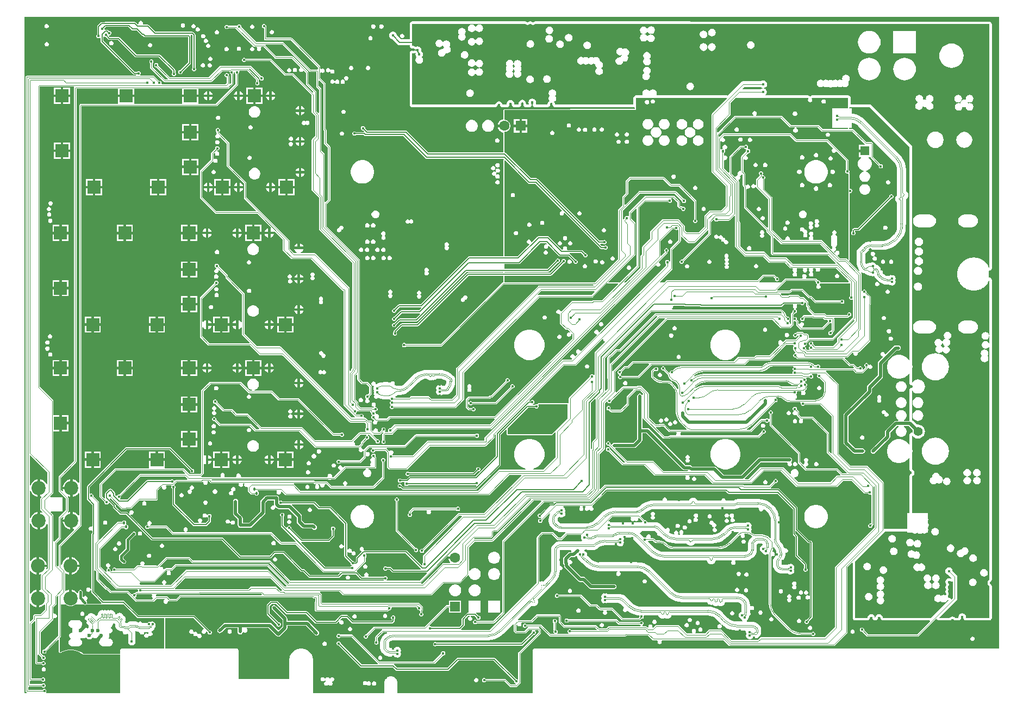
<source format=gbr>
G04*
G04 #@! TF.GenerationSoftware,Altium Limited,Altium Designer,23.7.1 (13)*
G04*
G04 Layer_Physical_Order=3*
G04 Layer_Color=16440176*
%FSLAX25Y25*%
%MOIN*%
G70*
G04*
G04 #@! TF.SameCoordinates,27D51526-8311-448D-B6E4-34D2AC34C314*
G04*
G04*
G04 #@! TF.FilePolarity,Positive*
G04*
G01*
G75*
%ADD12C,0.00400*%
%ADD13C,0.01500*%
%ADD121C,0.02362*%
%ADD193R,0.05472X0.05472*%
%ADD224C,0.02000*%
%ADD225C,0.00727*%
%ADD226C,0.00500*%
%ADD231C,0.00520*%
%ADD232C,0.00800*%
%ADD234C,0.00404*%
%ADD237C,0.06299*%
%ADD238R,0.06299X0.06299*%
%ADD239R,0.07874X0.07874*%
%ADD248C,0.05591*%
%ADD249R,0.06299X0.06299*%
%ADD250C,0.25000*%
%ADD252C,0.08661*%
%ADD254C,0.01600*%
%ADD255C,0.01800*%
%ADD256C,0.01968*%
%ADD257C,0.02000*%
%ADD258C,0.00404*%
%ADD259C,0.00404*%
%ADD260C,0.00404*%
%ADD261C,0.00497*%
%ADD262C,0.00497*%
%ADD263C,0.00404*%
G36*
X379898Y17717D02*
X563386D01*
Y-131739D01*
X563345Y-131605D01*
X563274Y-131472D01*
X563230Y-131328D01*
X562698Y-130333D01*
X562698Y-130333D01*
X562432Y-129834D01*
X562336Y-129717D01*
X562265Y-129585D01*
X561190Y-128275D01*
X561074Y-128179D01*
X560978Y-128063D01*
X559669Y-126988D01*
X559536Y-126917D01*
X559420Y-126822D01*
X557926Y-126023D01*
X557782Y-125979D01*
X557649Y-125908D01*
X556028Y-125417D01*
X555878Y-125402D01*
X555733Y-125358D01*
X554047Y-125192D01*
X553898Y-125207D01*
X553748Y-125192D01*
X552062Y-125358D01*
X551918Y-125402D01*
X551768Y-125417D01*
X550147Y-125908D01*
X550014Y-125979D01*
X549870Y-126023D01*
X548376Y-126822D01*
X548259Y-126917D01*
X548126Y-126988D01*
X546817Y-128063D01*
X546721Y-128179D01*
X546605Y-128275D01*
X545530Y-129585D01*
X545459Y-129717D01*
X545364Y-129834D01*
X545097Y-130333D01*
X545097Y-130333D01*
X544565Y-131328D01*
X544521Y-131472D01*
X544450Y-131605D01*
X543959Y-133226D01*
X543944Y-133376D01*
X543900Y-133520D01*
X543734Y-135206D01*
X543749Y-135356D01*
X543734Y-135506D01*
X543900Y-137192D01*
X543944Y-137336D01*
X543959Y-137486D01*
X544450Y-139107D01*
X544521Y-139240D01*
X544565Y-139384D01*
X545364Y-140878D01*
X545459Y-140994D01*
X545530Y-141127D01*
X546605Y-142437D01*
X546721Y-142532D01*
X546817Y-142648D01*
X548126Y-143723D01*
X548259Y-143794D01*
X548376Y-143890D01*
X549870Y-144688D01*
X550014Y-144732D01*
X550147Y-144803D01*
X551768Y-145295D01*
X551918Y-145310D01*
X552062Y-145353D01*
X553748Y-145519D01*
X553898Y-145505D01*
X554047Y-145519D01*
X555733Y-145353D01*
X555878Y-145310D01*
X556028Y-145295D01*
X557649Y-144803D01*
X557782Y-144732D01*
X557926Y-144688D01*
X559420Y-143890D01*
X559536Y-143794D01*
X559669Y-143723D01*
X560978Y-142648D01*
X561074Y-142532D01*
X561190Y-142437D01*
X562265Y-141127D01*
X562336Y-140994D01*
X562432Y-140878D01*
X563230Y-139384D01*
X563274Y-139240D01*
X563345Y-139107D01*
X563386Y-138972D01*
Y-178558D01*
X563249Y-177872D01*
X562741Y-177111D01*
X561980Y-176603D01*
X561083Y-176425D01*
X560185Y-176603D01*
X559425Y-177111D01*
X558916Y-177872D01*
X558738Y-178770D01*
X558916Y-179667D01*
X559425Y-180428D01*
X560185Y-180936D01*
X561083Y-181115D01*
X561980Y-180936D01*
X562741Y-180428D01*
X563249Y-179667D01*
X563386Y-178981D01*
Y-322641D01*
X562954Y-322930D01*
X562445Y-323691D01*
X562267Y-324588D01*
X562445Y-325486D01*
X562954Y-326247D01*
X563386Y-326536D01*
Y-346063D01*
X549015D01*
X549113Y-345571D01*
X548935Y-344673D01*
X548426Y-343913D01*
X547666Y-343404D01*
X546768Y-343226D01*
X545871Y-343404D01*
X545110Y-343913D01*
X544602Y-344673D01*
X544423Y-345571D01*
X544521Y-346063D01*
X542562D01*
X542510Y-345985D01*
X541749Y-345477D01*
X540852Y-345298D01*
X539954Y-345477D01*
X539193Y-345985D01*
X539141Y-346063D01*
X532592D01*
X543206Y-335449D01*
X543592Y-334871D01*
X543728Y-334189D01*
Y-320716D01*
X543592Y-320034D01*
X543206Y-319455D01*
X540892Y-317141D01*
X540757Y-316464D01*
X540249Y-315703D01*
X539488Y-315195D01*
X538591Y-315016D01*
X537693Y-315195D01*
X536932Y-315703D01*
X536424Y-316464D01*
X536246Y-317361D01*
X536424Y-318259D01*
X536932Y-319020D01*
X537693Y-319528D01*
X538371Y-319663D01*
X540163Y-321455D01*
Y-322213D01*
X539720Y-321917D01*
X538823Y-321738D01*
X537925Y-321917D01*
X537164Y-322425D01*
X536656Y-323186D01*
X536478Y-324083D01*
X536656Y-324981D01*
X537108Y-325657D01*
X536656Y-326332D01*
X536478Y-327229D01*
X536656Y-328127D01*
X536949Y-328565D01*
X536656Y-329003D01*
X536478Y-329901D01*
X536656Y-330798D01*
X537059Y-331401D01*
X536656Y-332003D01*
X536612Y-332227D01*
X536314Y-332028D01*
X535416Y-331850D01*
X534519Y-332028D01*
X533758Y-332536D01*
X533724Y-332588D01*
X533624Y-332438D01*
X532863Y-331930D01*
X531965Y-331751D01*
X531068Y-331930D01*
X530307Y-332438D01*
X529799Y-333199D01*
X529620Y-334096D01*
X529799Y-334994D01*
X530307Y-335754D01*
X531068Y-336263D01*
X531965Y-336441D01*
X532863Y-336263D01*
X533624Y-335754D01*
X533658Y-335703D01*
X533758Y-335853D01*
X534519Y-336361D01*
X535416Y-336540D01*
X536314Y-336361D01*
X537074Y-335853D01*
X537583Y-335092D01*
X537627Y-334868D01*
X537925Y-335067D01*
X538442Y-335170D01*
X527550Y-346063D01*
X498223D01*
X498045Y-345166D01*
X497537Y-344405D01*
X496776Y-343896D01*
X495879Y-343718D01*
X494981Y-343896D01*
X494220Y-344405D01*
X493712Y-345166D01*
X493533Y-346063D01*
X493290D01*
X493111Y-345166D01*
X492603Y-344405D01*
X491842Y-343896D01*
X490945Y-343718D01*
X490048Y-343896D01*
X489287Y-344405D01*
X488778Y-345166D01*
X488600Y-346063D01*
X481102D01*
Y-311603D01*
X499257Y-293448D01*
X499487Y-293104D01*
X513057D01*
Y-293883D01*
X516295D01*
X516844Y-294249D01*
X517741Y-294428D01*
X518639Y-294249D01*
X519187Y-293883D01*
X519322D01*
X519995Y-294333D01*
X520892Y-294511D01*
X521790Y-294333D01*
X522304Y-293989D01*
X522694Y-294249D01*
X523592Y-294428D01*
X524489Y-294249D01*
X525038Y-293883D01*
X525734D01*
Y-293017D01*
X525758Y-292980D01*
X525937Y-292083D01*
X525758Y-291185D01*
X525734Y-291148D01*
Y-290672D01*
X526100Y-290123D01*
X526278Y-289226D01*
X526100Y-288329D01*
X525734Y-287780D01*
Y-286942D01*
X525832Y-286794D01*
X526010Y-285897D01*
X525832Y-285000D01*
X525734Y-284852D01*
Y-281829D01*
X515931D01*
Y-259281D01*
X515987Y-259270D01*
X516748Y-258761D01*
X517256Y-258000D01*
X517435Y-257103D01*
X517256Y-256206D01*
X516748Y-255445D01*
X515987Y-254937D01*
X515931Y-254925D01*
Y-246178D01*
X516117Y-245562D01*
X516278Y-243937D01*
X516117Y-242312D01*
X515931Y-241696D01*
Y-234074D01*
X516576Y-234914D01*
X517473Y-235602D01*
X518518Y-236035D01*
X519639Y-236183D01*
X520760Y-236035D01*
X521805Y-235602D01*
X522702Y-234914D01*
X523391Y-234017D01*
X523824Y-232972D01*
X523971Y-231850D01*
X523824Y-230729D01*
X523391Y-229684D01*
X522702Y-228787D01*
X521805Y-228099D01*
X520760Y-227666D01*
X519639Y-227518D01*
X518996Y-227603D01*
X516447Y-225053D01*
X515931Y-224709D01*
Y-206515D01*
X516576Y-207355D01*
X517473Y-208043D01*
X518518Y-208476D01*
X519639Y-208624D01*
X520760Y-208476D01*
X521805Y-208043D01*
X522702Y-207355D01*
X523391Y-206457D01*
X523824Y-205413D01*
X523971Y-204291D01*
X523824Y-203170D01*
X523391Y-202125D01*
X522702Y-201228D01*
X521805Y-200539D01*
X520760Y-200107D01*
X519639Y-199959D01*
X518518Y-200107D01*
X517473Y-200539D01*
X516576Y-201228D01*
X515931Y-202068D01*
Y-194445D01*
X516117Y-193830D01*
X516278Y-192205D01*
X516117Y-190579D01*
X515931Y-189964D01*
Y-56811D01*
X490761Y-31642D01*
X478388D01*
Y-27443D01*
X478272Y-26858D01*
X477940Y-26362D01*
X477444Y-26030D01*
X476859Y-25914D01*
X454775D01*
X454659Y-25937D01*
X454190Y-26030D01*
X453694Y-26362D01*
Y-26362D01*
X453694D01*
X453663Y-26408D01*
X453509Y-26378D01*
X453355Y-26408D01*
X453324Y-26362D01*
X453324D01*
Y-26362D01*
X453160Y-26252D01*
X452828Y-26030D01*
X452243Y-25914D01*
X425833D01*
X426331Y-25581D01*
X426839Y-24821D01*
X427018Y-23923D01*
X426839Y-23026D01*
X426331Y-22265D01*
X425570Y-21757D01*
X424673Y-21578D01*
X423775Y-21757D01*
X423201Y-22140D01*
X411912D01*
X413180Y-20873D01*
X423283D01*
X423858Y-21256D01*
X424755Y-21435D01*
X425653Y-21256D01*
X426413Y-20748D01*
X426922Y-19987D01*
X427100Y-19090D01*
X426922Y-18192D01*
X426413Y-17432D01*
X425653Y-16923D01*
X424755Y-16745D01*
X423858Y-16923D01*
X423283Y-17307D01*
X412442D01*
X411760Y-17443D01*
X411181Y-17829D01*
X402964Y-26046D01*
X402941Y-26030D01*
X402356Y-25914D01*
X358937D01*
X359244Y-25454D01*
X359423Y-24557D01*
X359244Y-23660D01*
X358736Y-22899D01*
X357975Y-22390D01*
X357078Y-22212D01*
X356181Y-22390D01*
X355420Y-22899D01*
X355028Y-23485D01*
X354591Y-22832D01*
X353830Y-22324D01*
X352933Y-22145D01*
X352035Y-22324D01*
X351275Y-22832D01*
X350766Y-23593D01*
X350588Y-24490D01*
X350766Y-25388D01*
X351118Y-25914D01*
X346695D01*
X346110Y-26030D01*
X345614Y-26362D01*
X345283Y-26858D01*
X345166Y-27443D01*
Y-31642D01*
X297083D01*
X297136Y-31375D01*
X296958Y-30478D01*
X296557Y-29878D01*
X297137Y-29490D01*
X297645Y-28729D01*
X297824Y-27832D01*
X297645Y-26934D01*
X297150Y-26194D01*
X297645Y-25454D01*
X297824Y-24557D01*
X297645Y-23660D01*
X297137Y-22899D01*
X296376Y-22390D01*
X295479Y-22212D01*
X294581Y-22390D01*
X293820Y-22899D01*
X293312Y-23660D01*
X293133Y-24557D01*
X293312Y-25454D01*
X293807Y-26194D01*
X293312Y-26934D01*
X293133Y-27832D01*
X293312Y-28729D01*
X293713Y-29329D01*
X293133Y-29717D01*
X292625Y-30478D01*
X292446Y-31375D01*
X292499Y-31642D01*
X284907D01*
X285239Y-31144D01*
X285418Y-30247D01*
X285239Y-29349D01*
X284731Y-28589D01*
X283970Y-28080D01*
X283072Y-27902D01*
X282175Y-28080D01*
X281414Y-28589D01*
X280906Y-29349D01*
X280727Y-30247D01*
X280906Y-31144D01*
X281238Y-31642D01*
X279237D01*
X279367Y-30991D01*
X279188Y-30094D01*
X278680Y-29333D01*
X277919Y-28824D01*
X277022Y-28646D01*
X276124Y-28824D01*
X275363Y-29333D01*
X274855Y-30094D01*
X274677Y-30991D01*
X274806Y-31642D01*
X272076D01*
X272176Y-31140D01*
X271997Y-30242D01*
X271489Y-29481D01*
X270728Y-28973D01*
X269830Y-28795D01*
X268933Y-28973D01*
X268172Y-29481D01*
X267664Y-30242D01*
X267485Y-31140D01*
X267585Y-31642D01*
X264916D01*
X264806Y-31085D01*
X264297Y-30325D01*
X263537Y-29816D01*
X262639Y-29638D01*
X261742Y-29816D01*
X260981Y-30325D01*
X260473Y-31085D01*
X260362Y-31642D01*
X209494D01*
Y-125D01*
X209990Y-224D01*
X210887Y-45D01*
X211122Y111D01*
X211575Y-192D01*
X211479Y-673D01*
X211657Y-1571D01*
X212166Y-2331D01*
X212397Y-2486D01*
X212166Y-2641D01*
X211657Y-3402D01*
X211479Y-4299D01*
X211657Y-5196D01*
X212166Y-5957D01*
X212926Y-6466D01*
X213824Y-6644D01*
X214721Y-6466D01*
X215482Y-5957D01*
X215990Y-5196D01*
X216169Y-4299D01*
X215990Y-3402D01*
X215482Y-2641D01*
X215250Y-2486D01*
X215482Y-2331D01*
X215990Y-1571D01*
X216169Y-673D01*
X215990Y224D01*
X215482Y985D01*
X215018Y1295D01*
X215113Y1777D01*
X214935Y2674D01*
X214427Y3435D01*
X213666Y3944D01*
X212769Y4122D01*
X211871Y3944D01*
X211637Y3787D01*
X210887Y4288D01*
X209990Y4466D01*
X209494Y4368D01*
Y17864D01*
X278900D01*
X279417Y17518D01*
X280315Y17340D01*
X281212Y17518D01*
X281730Y17864D01*
X282253D01*
X282770Y17518D01*
X283667Y17340D01*
X284565Y17518D01*
X285082Y17864D01*
X379898D01*
Y17717D01*
D02*
G37*
G36*
X100876Y-12463D02*
X101184Y-12771D01*
Y-18975D01*
X89142Y-31017D01*
X78362D01*
Y-26862D01*
X73425D01*
X68488D01*
Y-31017D01*
X38992D01*
Y-26862D01*
X34055D01*
X29118D01*
Y-31017D01*
X6408D01*
X6116Y-31075D01*
X5868Y-31241D01*
X5577Y-31532D01*
X5411Y-31780D01*
X5353Y-32072D01*
Y-263145D01*
X4870Y-263274D01*
X4817Y-263181D01*
X3824Y-262189D01*
X2609Y-261487D01*
X1301Y-261137D01*
Y-266455D01*
Y-271772D01*
X2609Y-271422D01*
X3824Y-270720D01*
X4817Y-269728D01*
X4870Y-269635D01*
X5353Y-269764D01*
Y-283145D01*
X4870Y-283274D01*
X4817Y-283181D01*
X3824Y-282189D01*
X2609Y-281487D01*
X1301Y-281137D01*
Y-286455D01*
Y-291772D01*
X1952Y-291598D01*
X2210Y-292046D01*
X-7158Y-301415D01*
X-7324Y-301662D01*
X-7382Y-301955D01*
Y-314278D01*
X-7882Y-314485D01*
X-8605Y-313761D01*
Y-300059D01*
X-6079Y-297533D01*
X-5914Y-297285D01*
X-5855Y-296993D01*
Y-285161D01*
X-4955Y-284260D01*
X-4452Y-284401D01*
X-4428Y-284440D01*
X-4767Y-285704D01*
X-199D01*
Y-281137D01*
X-1463Y-281475D01*
X-1503Y-281452D01*
X-1643Y-280949D01*
X-1626Y-280931D01*
X-1460Y-280683D01*
X-1402Y-280392D01*
Y-272487D01*
X-1460Y-272195D01*
X-1626Y-271947D01*
X-1447Y-271471D01*
X-1421Y-271445D01*
X-199Y-271772D01*
Y-267204D01*
X-4767D01*
X-4564Y-267959D01*
X-4940Y-268489D01*
X-5074Y-268499D01*
X-5855Y-267718D01*
Y-260099D01*
X3404Y-250839D01*
X3569Y-250592D01*
X3627Y-250300D01*
Y-21977D01*
X29118D01*
Y-25362D01*
X34055D01*
X38992D01*
Y-21977D01*
X68488D01*
Y-25362D01*
X73425D01*
X78362D01*
Y-21977D01*
X96532D01*
X96825Y-21919D01*
X97072Y-21754D01*
X99567Y-19259D01*
X99732Y-19012D01*
X99790Y-18720D01*
Y-12676D01*
X100003Y-12463D01*
X100201Y-11985D01*
X100678D01*
X100876Y-12463D01*
D02*
G37*
G36*
X476859Y-33858D02*
X467323D01*
X467087Y-33568D01*
Y-45894D01*
X476859D01*
Y-46634D01*
X461391D01*
X459056Y-44298D01*
X458808Y-44133D01*
X458516Y-44075D01*
X441761D01*
X436300Y-38614D01*
X436052Y-38448D01*
X435760Y-38390D01*
X420405D01*
X420280Y-38103D01*
X420252Y-37890D01*
X420572Y-37570D01*
X420770Y-37092D01*
Y-36575D01*
X420572Y-36097D01*
X420206Y-35732D01*
X419729Y-35534D01*
X419211D01*
X418734Y-35732D01*
X418368Y-36097D01*
X418170Y-36575D01*
Y-37092D01*
X418368Y-37570D01*
X418688Y-37890D01*
X418660Y-38103D01*
X418535Y-38390D01*
X407548D01*
X407256Y-38448D01*
X407008Y-38614D01*
X397092Y-48530D01*
X396452D01*
Y-46156D01*
X404427Y-38182D01*
X404592Y-37934D01*
X404650Y-37642D01*
Y-30379D01*
X407586Y-27443D01*
X452243D01*
X452450Y-27943D01*
X452407Y-27986D01*
X452209Y-28464D01*
Y-28981D01*
X452407Y-29459D01*
X452773Y-29825D01*
X453251Y-30023D01*
X453768D01*
X454246Y-29825D01*
X454611Y-29459D01*
X454809Y-28981D01*
Y-28464D01*
X454611Y-27986D01*
X454568Y-27943D01*
X454775Y-27443D01*
X476859D01*
Y-33858D01*
D02*
G37*
G36*
X146554Y-11365D02*
X146802Y-11531D01*
X147094Y-11589D01*
X150668D01*
Y-20429D01*
X150726Y-20721D01*
X150891Y-20969D01*
X152277Y-22355D01*
Y-36542D01*
X151815Y-36733D01*
X150721Y-35640D01*
Y-23750D01*
X150663Y-23457D01*
X150498Y-23210D01*
X145858Y-18570D01*
Y-11825D01*
X145800Y-11533D01*
X145634Y-11286D01*
X136427Y-2078D01*
X136179Y-1913D01*
X135887Y-1855D01*
X125996D01*
X119465Y4676D01*
X119672Y5176D01*
X130013D01*
X146554Y-11365D01*
D02*
G37*
G36*
X444487Y-54131D02*
X444735Y-54296D01*
X445027Y-54354D01*
X463896D01*
X467545Y-58003D01*
X467428Y-58593D01*
X467401Y-58604D01*
X467035Y-58970D01*
X466837Y-59448D01*
Y-59965D01*
X467035Y-60443D01*
X467401Y-60808D01*
X467879Y-61006D01*
X468396D01*
X468874Y-60808D01*
X469239Y-60443D01*
X469250Y-60416D01*
X469840Y-60299D01*
X475534Y-65992D01*
Y-71458D01*
X475195Y-71797D01*
X474998Y-72275D01*
Y-72792D01*
X475195Y-73270D01*
X475561Y-73636D01*
X476039Y-73834D01*
X476556D01*
X476726Y-73763D01*
X477226Y-74097D01*
Y-126472D01*
X476764Y-126663D01*
X476046Y-125945D01*
X475798Y-125780D01*
X475506Y-125722D01*
X471908D01*
X470397Y-124210D01*
X470428Y-124005D01*
X470565Y-123672D01*
X470950Y-123512D01*
X471316Y-123147D01*
X471514Y-122669D01*
Y-122152D01*
X471316Y-121674D01*
X470950Y-121308D01*
X470472Y-121110D01*
X469955D01*
X469477Y-121308D01*
X469111Y-121674D01*
X468952Y-122059D01*
X468619Y-122196D01*
X468414Y-122227D01*
X468048Y-121861D01*
X468255Y-121361D01*
X468396D01*
X468874Y-121163D01*
X469239Y-120798D01*
X469437Y-120320D01*
Y-119803D01*
X469239Y-119325D01*
X469168Y-119253D01*
X469145Y-119100D01*
X469159Y-118855D01*
X469253Y-118632D01*
X469269Y-118625D01*
X469635Y-118260D01*
X469676Y-118160D01*
X469752Y-118084D01*
X469950Y-117606D01*
Y-117499D01*
X469991Y-117399D01*
Y-112617D01*
X469950Y-112517D01*
Y-112409D01*
X469752Y-111932D01*
X469676Y-111855D01*
X469635Y-111756D01*
X469301Y-111422D01*
X469257Y-111320D01*
X469210Y-111044D01*
X469227Y-110910D01*
X469267Y-110803D01*
X469470Y-110600D01*
X469668Y-110123D01*
Y-109605D01*
X469470Y-109127D01*
X469104Y-108762D01*
X468626Y-108564D01*
X468109D01*
X467631Y-108762D01*
X467266Y-109127D01*
X467068Y-109605D01*
Y-110123D01*
X467266Y-110600D01*
X467341Y-110676D01*
X467224Y-111266D01*
X467206Y-111273D01*
X467130Y-111349D01*
X467031Y-111390D01*
X466665Y-111756D01*
X466624Y-111855D01*
X466548Y-111932D01*
X466350Y-112409D01*
Y-112517D01*
X466309Y-112617D01*
Y-117399D01*
X466350Y-117499D01*
Y-117606D01*
X466548Y-118084D01*
X466624Y-118160D01*
X466665Y-118260D01*
X467031Y-118625D01*
X467136Y-118888D01*
X467141Y-119102D01*
X467114Y-119246D01*
X467035Y-119325D01*
X466837Y-119803D01*
Y-119944D01*
X466337Y-120151D01*
X460761Y-114574D01*
X460513Y-114409D01*
X460221Y-114351D01*
X455506D01*
X455277Y-113872D01*
X455475Y-113394D01*
Y-112877D01*
X455277Y-112399D01*
X455131Y-112253D01*
X454981Y-111897D01*
X455131Y-111600D01*
X455303Y-111428D01*
X455501Y-110951D01*
Y-110433D01*
X455303Y-109956D01*
X454937Y-109590D01*
X454460Y-109392D01*
X453942D01*
X453465Y-109590D01*
X453099Y-109956D01*
X452901Y-110433D01*
Y-110951D01*
X453099Y-111428D01*
X453245Y-111574D01*
X453395Y-111931D01*
X453245Y-112228D01*
X453073Y-112399D01*
X452875Y-112877D01*
Y-113394D01*
X453073Y-113872D01*
X452845Y-114351D01*
X441361D01*
X441026Y-113850D01*
X441038Y-113824D01*
Y-113307D01*
X440840Y-112829D01*
X440474Y-112463D01*
X439996Y-112265D01*
X439479D01*
X439001Y-112463D01*
X438635Y-112829D01*
X438438Y-113307D01*
Y-113824D01*
X438449Y-113850D01*
X438115Y-114351D01*
X436559D01*
X430458Y-108249D01*
Y-88577D01*
X430400Y-88285D01*
X430234Y-88037D01*
X425519Y-83322D01*
Y-77292D01*
X425857Y-76953D01*
X426055Y-76475D01*
Y-75958D01*
X425857Y-75480D01*
X425492Y-75115D01*
X425014Y-74917D01*
X424775D01*
X424531Y-74453D01*
X424729Y-73975D01*
Y-73458D01*
X424531Y-72980D01*
X424165Y-72615D01*
X423688Y-72417D01*
X423171D01*
X422693Y-72615D01*
X422327Y-72980D01*
X422129Y-73458D01*
Y-73975D01*
X422327Y-74453D01*
X422666Y-74792D01*
Y-75037D01*
X420548Y-77155D01*
X420382Y-77403D01*
X420324Y-77695D01*
Y-80604D01*
X420011Y-80736D01*
X419824Y-80757D01*
X419499Y-80432D01*
X419021Y-80234D01*
X418504D01*
X418026Y-80432D01*
X417660Y-80798D01*
X417462Y-81275D01*
Y-81793D01*
X417660Y-82270D01*
X418026Y-82636D01*
X418504Y-82834D01*
X419021D01*
X419499Y-82636D01*
X419865Y-82270D01*
X419890Y-82208D01*
X420121Y-82165D01*
X420436Y-82198D01*
X420548Y-82365D01*
X427610Y-89427D01*
Y-106746D01*
X427148Y-106937D01*
X414523Y-94312D01*
Y-83448D01*
X415023Y-83114D01*
X415050Y-83125D01*
X415567D01*
X416045Y-82927D01*
X416410Y-82562D01*
X416608Y-82084D01*
Y-81567D01*
X416410Y-81089D01*
X416045Y-80723D01*
X415567Y-80525D01*
X415050D01*
X414572Y-80723D01*
X414211Y-81085D01*
X413755Y-80629D01*
Y-73948D01*
X413697Y-73656D01*
X413532Y-73409D01*
X412605Y-72482D01*
Y-65089D01*
X412607Y-65088D01*
X413105Y-64936D01*
X413363Y-65193D01*
X413841Y-65391D01*
X414358D01*
X414836Y-65193D01*
X415201Y-64828D01*
X415399Y-64350D01*
Y-63833D01*
X415201Y-63355D01*
X414836Y-62989D01*
X414517Y-62858D01*
X414338Y-62330D01*
X415315Y-61353D01*
X415794D01*
X416272Y-61155D01*
X416638Y-60789D01*
X416836Y-60311D01*
Y-59794D01*
X416638Y-59316D01*
X416272Y-58951D01*
X415794Y-58753D01*
X415555D01*
X415312Y-58289D01*
X415510Y-57811D01*
Y-57294D01*
X415312Y-56816D01*
X414946Y-56451D01*
X414468Y-56253D01*
X413951D01*
X413473Y-56451D01*
X413134Y-56790D01*
X410840D01*
X410548Y-56848D01*
X410300Y-57013D01*
X404170Y-63143D01*
X404005Y-63391D01*
X403947Y-63683D01*
Y-64871D01*
X403935Y-64931D01*
Y-66214D01*
X403947Y-66274D01*
Y-73107D01*
X403485Y-73298D01*
X400613Y-70426D01*
Y-65679D01*
X401113Y-65345D01*
X401139Y-65356D01*
X401657D01*
X402134Y-65158D01*
X402500Y-64792D01*
X402698Y-64315D01*
Y-63797D01*
X402500Y-63319D01*
X402134Y-62954D01*
X401657Y-62756D01*
X401139D01*
X401113Y-62767D01*
X400613Y-62433D01*
Y-61312D01*
X400787Y-61240D01*
X401181Y-60846D01*
X401394Y-60331D01*
Y-59774D01*
X401261Y-59453D01*
X401467Y-59000D01*
X401544Y-58930D01*
X402003Y-58740D01*
X402396Y-58346D01*
X402610Y-57831D01*
Y-57274D01*
X402396Y-56760D01*
X402003Y-56366D01*
X401488Y-56153D01*
X400931D01*
X400417Y-56366D01*
X400023Y-56760D01*
X399810Y-57274D01*
Y-57831D01*
X399943Y-58153D01*
X399737Y-58605D01*
X399659Y-58676D01*
X399201Y-58866D01*
X398947Y-59121D01*
X398447Y-58924D01*
Y-54064D01*
X398811Y-53936D01*
X398947Y-53925D01*
X399285Y-54264D01*
X399763Y-54461D01*
X400280D01*
X400758Y-54264D01*
X401123Y-53898D01*
X401321Y-53420D01*
Y-52903D01*
X401123Y-52425D01*
X400758Y-52059D01*
X400280Y-51862D01*
X400197D01*
X399990Y-51362D01*
X400689Y-50663D01*
X441020D01*
X444487Y-54131D01*
D02*
G37*
G36*
X413473Y-58655D02*
X413951Y-58853D01*
X414190D01*
X414434Y-59316D01*
X414236Y-59794D01*
Y-60273D01*
X411302Y-63207D01*
X411137Y-63455D01*
X411079Y-63747D01*
Y-72069D01*
X410708Y-72317D01*
X410151D01*
X409636Y-72530D01*
X409242Y-72924D01*
X409029Y-73438D01*
Y-73995D01*
X409162Y-74317D01*
X408957Y-74769D01*
X408879Y-74840D01*
X408421Y-75030D01*
X408027Y-75424D01*
X407939Y-75635D01*
X407352Y-75755D01*
X405473Y-73876D01*
Y-66226D01*
X405461Y-66165D01*
Y-64979D01*
X405473Y-64919D01*
Y-63999D01*
X411156Y-58316D01*
X413134D01*
X413473Y-58655D01*
D02*
G37*
G36*
X154951Y-19207D02*
Y-46649D01*
X155009Y-46941D01*
X155175Y-47188D01*
X155427Y-47441D01*
Y-55217D01*
X155485Y-55510D01*
X155651Y-55757D01*
X157763Y-57869D01*
Y-89749D01*
X156260Y-91252D01*
X155798Y-91061D01*
Y-62008D01*
X155740Y-61716D01*
X155574Y-61468D01*
X153804Y-59697D01*
Y-22039D01*
X153745Y-21746D01*
X153580Y-21499D01*
X152194Y-20113D01*
Y-17102D01*
X152656Y-16911D01*
X154951Y-19207D01*
D02*
G37*
G36*
X407413Y-99824D02*
Y-118372D01*
X407471Y-118664D01*
X407636Y-118912D01*
X413278Y-124554D01*
X413526Y-124719D01*
X413818Y-124777D01*
X424765D01*
X428345Y-128358D01*
X428593Y-128523D01*
X428885Y-128581D01*
X438013D01*
X440975Y-131544D01*
X441223Y-131709D01*
X441515Y-131767D01*
X442817D01*
X443052Y-132239D01*
X442854Y-132717D01*
Y-133234D01*
X443052Y-133712D01*
X443364Y-134024D01*
X443401Y-134275D01*
X443372Y-134600D01*
X443073Y-134899D01*
X442875Y-135377D01*
Y-135894D01*
X443073Y-136372D01*
X443439Y-136738D01*
X443917Y-136936D01*
X444434D01*
X444912Y-136738D01*
X445277Y-136372D01*
X445475Y-135894D01*
Y-135377D01*
X445277Y-134899D01*
X444966Y-134588D01*
X444929Y-134337D01*
X444957Y-134011D01*
X445257Y-133712D01*
X445454Y-133234D01*
Y-132717D01*
X445257Y-132239D01*
X445491Y-131767D01*
X449190D01*
X449398Y-132267D01*
X449345Y-132319D01*
X449147Y-132797D01*
Y-133314D01*
X449345Y-133792D01*
X449711Y-134158D01*
X450189Y-134356D01*
X450706D01*
X451184Y-134158D01*
X451549Y-133792D01*
X451747Y-133314D01*
Y-132797D01*
X451549Y-132319D01*
X451497Y-132267D01*
X451704Y-131767D01*
X452846D01*
X453053Y-132267D01*
X453001Y-132319D01*
X452803Y-132797D01*
Y-133314D01*
X453001Y-133792D01*
X453271Y-134062D01*
X453350Y-134285D01*
X453301Y-134672D01*
X453073Y-134899D01*
X452875Y-135377D01*
Y-135894D01*
X453073Y-136372D01*
X453439Y-136738D01*
X453917Y-136936D01*
X454434D01*
X454912Y-136738D01*
X455277Y-136372D01*
X455475Y-135894D01*
Y-135377D01*
X455277Y-134899D01*
X455007Y-134629D01*
X454928Y-134407D01*
X454977Y-134020D01*
X455205Y-133792D01*
X455403Y-133314D01*
Y-132797D01*
X455205Y-132319D01*
X455153Y-132267D01*
X455360Y-131767D01*
X456666D01*
X457000Y-132267D01*
X456970Y-132341D01*
Y-132859D01*
X457168Y-133336D01*
X457533Y-133702D01*
X458011Y-133900D01*
X458528D01*
X459006Y-133702D01*
X459372Y-133336D01*
X459570Y-132859D01*
Y-132341D01*
X459539Y-132267D01*
X459873Y-131767D01*
X469505D01*
X477226Y-139488D01*
Y-140636D01*
X469447D01*
X469406Y-140619D01*
X468889D01*
X468849Y-140636D01*
X459776D01*
Y-140238D01*
X459579Y-139760D01*
X459213Y-139394D01*
X458735Y-139196D01*
X458256D01*
X457346Y-138287D01*
X457099Y-138121D01*
X456807Y-138063D01*
X451138D01*
X450931Y-137563D01*
X451080Y-137414D01*
X451278Y-136936D01*
Y-136419D01*
X451080Y-135942D01*
X450714Y-135576D01*
X450237Y-135378D01*
X449719D01*
X449242Y-135576D01*
X448876Y-135942D01*
X448678Y-136419D01*
Y-136936D01*
X448876Y-137414D01*
X449025Y-137563D01*
X448818Y-138063D01*
X438538D01*
X438246Y-138121D01*
X437998Y-138287D01*
X435649Y-140636D01*
X422465D01*
X422258Y-140136D01*
X425131Y-137263D01*
X430997D01*
X431939Y-138205D01*
Y-138684D01*
X432137Y-139162D01*
X432503Y-139528D01*
X432980Y-139726D01*
X433497D01*
X433975Y-139528D01*
X434341Y-139162D01*
X434539Y-138684D01*
Y-138167D01*
X434341Y-137690D01*
X433975Y-137324D01*
X433497Y-137126D01*
X433018D01*
X431852Y-135960D01*
X431605Y-135795D01*
X431313Y-135737D01*
X424814D01*
X424522Y-135795D01*
X424275Y-135960D01*
X421050Y-139185D01*
X365860D01*
X365567Y-139243D01*
X365320Y-139408D01*
X364092Y-140636D01*
X361483D01*
X361292Y-140174D01*
X368963Y-132502D01*
X369129Y-132254D01*
X369187Y-131962D01*
Y-120377D01*
X374017Y-115548D01*
X374182Y-115300D01*
X374240Y-115008D01*
Y-112617D01*
X374740Y-112410D01*
X378452Y-116121D01*
X378699Y-116287D01*
X378992Y-116345D01*
X382416D01*
X382708Y-116287D01*
X382956Y-116121D01*
X390725Y-108352D01*
X391226Y-108559D01*
Y-110326D01*
X375034Y-126518D01*
X374555D01*
X374077Y-126716D01*
X373711Y-127082D01*
X373513Y-127559D01*
Y-128077D01*
X373711Y-128554D01*
X374077Y-128920D01*
X374555Y-129118D01*
X375072D01*
X375550Y-128920D01*
X375915Y-128554D01*
X376113Y-128077D01*
Y-127597D01*
X392528Y-111182D01*
X392694Y-110934D01*
X392752Y-110643D01*
Y-103447D01*
X394110Y-102089D01*
X394318Y-102122D01*
X394648Y-102259D01*
X394808Y-102645D01*
X395173Y-103011D01*
X395651Y-103209D01*
X396168D01*
X396646Y-103011D01*
X396985Y-102672D01*
X403595D01*
X403887Y-102614D01*
X404135Y-102448D01*
X406951Y-99632D01*
X407413Y-99824D01*
D02*
G37*
G36*
X440905Y-45378D02*
X441153Y-45543D01*
X441445Y-45601D01*
X443942D01*
X444042Y-46101D01*
X443779Y-46210D01*
X443385Y-46604D01*
X443172Y-47119D01*
Y-47676D01*
X443385Y-48190D01*
X443779Y-48584D01*
X444293Y-48797D01*
X444850D01*
X445365Y-48584D01*
X445759Y-48190D01*
X445972Y-47676D01*
Y-47119D01*
X445759Y-46604D01*
X445365Y-46210D01*
X445102Y-46101D01*
X445201Y-45601D01*
X458200D01*
X460535Y-47937D01*
X460783Y-48102D01*
X461075Y-48160D01*
X479452D01*
X486999Y-55707D01*
X486799Y-56207D01*
X483376D01*
Y-59193D01*
X487112D01*
Y-60694D01*
X483376D01*
Y-63680D01*
X484806D01*
X484940Y-64180D01*
X484511Y-64428D01*
X483722Y-65216D01*
X483165Y-66182D01*
X482876Y-67260D01*
Y-68375D01*
X483165Y-69453D01*
X483722Y-70419D01*
X484511Y-71207D01*
X485477Y-71765D01*
X486404Y-72013D01*
Y-72531D01*
X485863Y-72676D01*
X485125Y-73102D01*
X484522Y-73704D01*
X484096Y-74442D01*
X483876Y-75266D01*
Y-76118D01*
X484096Y-76941D01*
X484522Y-77679D01*
X485125Y-78281D01*
X485863Y-78707D01*
X486686Y-78928D01*
X487538D01*
X488361Y-78707D01*
X489099Y-78281D01*
X489702Y-77679D01*
X490128Y-76941D01*
X490348Y-76118D01*
Y-75266D01*
X490128Y-74442D01*
X489702Y-73704D01*
X489099Y-73102D01*
X488361Y-72676D01*
X487820Y-72531D01*
Y-72013D01*
X488747Y-71765D01*
X489713Y-71207D01*
X490502Y-70419D01*
X491059Y-69453D01*
X491348Y-68375D01*
Y-67260D01*
X491059Y-66182D01*
X490502Y-65216D01*
X489713Y-64428D01*
X489284Y-64180D01*
X489418Y-63680D01*
X490630D01*
Y-63838D01*
X490688Y-64130D01*
X490853Y-64377D01*
X495578Y-69103D01*
Y-69582D01*
X495776Y-70060D01*
X496142Y-70425D01*
X496620Y-70623D01*
X497137D01*
X497615Y-70425D01*
X497981Y-70060D01*
X498178Y-69582D01*
Y-69065D01*
X497981Y-68587D01*
X497615Y-68221D01*
X497137Y-68023D01*
X496658D01*
X492156Y-63521D01*
Y-55600D01*
X492098Y-55308D01*
X491932Y-55061D01*
X491641Y-54769D01*
X491394Y-54604D01*
X491102Y-54546D01*
X487996D01*
X480308Y-46858D01*
X480060Y-46692D01*
X479768Y-46634D01*
X477400D01*
Y-45894D01*
X479195D01*
Y-42981D01*
X479596Y-42683D01*
X480637Y-42998D01*
X481983Y-43718D01*
X483082Y-44620D01*
X483141Y-44708D01*
X504155Y-65722D01*
X504503Y-66070D01*
X504838Y-66431D01*
X505493Y-67228D01*
X506212Y-68574D01*
X506655Y-70034D01*
X506795Y-71450D01*
X506774Y-71553D01*
Y-87193D01*
X506493Y-87409D01*
X506067Y-87963D01*
X505800Y-88609D01*
X505709Y-89302D01*
X505800Y-89995D01*
X506067Y-90641D01*
X506493Y-91195D01*
X506774Y-91411D01*
Y-100306D01*
Y-104229D01*
X506774Y-104546D01*
X506667Y-104707D01*
X506667Y-104707D01*
X506835Y-105136D01*
X506841Y-105601D01*
Y-106619D01*
X506856Y-106698D01*
X506787Y-107399D01*
X506744Y-107840D01*
X506388Y-109014D01*
X505809Y-110096D01*
X505343Y-110664D01*
X505015Y-111028D01*
X505015Y-111028D01*
X503139Y-112904D01*
X503080Y-112991D01*
X501981Y-113894D01*
X500635Y-114613D01*
X499174Y-115056D01*
X497758Y-115196D01*
X497655Y-115175D01*
X491255D01*
X491248Y-115177D01*
X489537Y-115345D01*
X487886Y-115846D01*
X486363Y-116660D01*
X485035Y-117750D01*
X485028Y-117754D01*
X482978Y-119805D01*
X482978Y-119805D01*
X482978Y-119805D01*
X482840Y-120012D01*
X482492Y-120465D01*
X482180Y-121219D01*
X482105Y-121784D01*
X482057Y-122028D01*
X482057D01*
X482057Y-122028D01*
Y-127774D01*
X482059Y-127781D01*
X482227Y-129490D01*
X482727Y-131140D01*
X483540Y-132660D01*
X483871Y-133063D01*
X483500Y-133399D01*
X477458Y-127358D01*
X477608Y-126855D01*
X477650Y-126755D01*
X477726Y-126679D01*
Y-126572D01*
X477767Y-126472D01*
Y-85685D01*
X478253D01*
X478730Y-85487D01*
X479096Y-85121D01*
X479294Y-84643D01*
Y-84126D01*
X479096Y-83648D01*
X478730Y-83283D01*
X478253Y-83085D01*
X477767D01*
Y-74097D01*
X477746Y-74046D01*
X477757Y-73991D01*
X477669Y-73860D01*
X477608Y-73714D01*
X477416Y-73231D01*
X477598Y-72792D01*
Y-72275D01*
X477400Y-71797D01*
X477061Y-71458D01*
Y-65676D01*
X477003Y-65384D01*
X476837Y-65137D01*
X464752Y-53051D01*
X464504Y-52886D01*
X464212Y-52828D01*
X445343D01*
X441876Y-49360D01*
X441628Y-49195D01*
X441336Y-49137D01*
X400373D01*
X400081Y-49195D01*
X399833Y-49360D01*
X397911Y-51282D01*
X397449Y-51090D01*
Y-50331D01*
X407864Y-39917D01*
X435444D01*
X440905Y-45378D01*
D02*
G37*
G36*
X402547Y-27905D02*
X393269Y-37183D01*
X393104Y-37431D01*
X393045Y-37723D01*
Y-48530D01*
Y-72459D01*
X393104Y-72751D01*
X393269Y-72998D01*
X401697Y-81427D01*
Y-93529D01*
X398686Y-96540D01*
X392018D01*
X391726Y-96599D01*
X391478Y-96764D01*
X388923Y-99320D01*
X388757Y-99567D01*
X388699Y-99859D01*
Y-106168D01*
X385197Y-109670D01*
X377761D01*
X376573Y-108483D01*
Y-105887D01*
X376515Y-105595D01*
X376350Y-105348D01*
X374204Y-103202D01*
X374197Y-103191D01*
X372927Y-101921D01*
X372679Y-101755D01*
X372387Y-101697D01*
X363318D01*
X363026Y-101755D01*
X362778Y-101921D01*
X355733Y-108966D01*
X355567Y-109214D01*
X355509Y-109506D01*
Y-113647D01*
X350733Y-118423D01*
X350567Y-118671D01*
X350509Y-118963D01*
Y-123104D01*
X349699Y-123914D01*
X349534Y-124162D01*
X349475Y-124454D01*
Y-131431D01*
X340270Y-140636D01*
X339581D01*
X339390Y-140174D01*
X348508Y-131055D01*
X348674Y-130808D01*
X348732Y-130516D01*
Y-94703D01*
X352232Y-91202D01*
X366464D01*
X366803Y-91541D01*
X367281Y-91739D01*
X367798D01*
X368276Y-91541D01*
X368641Y-91176D01*
X368839Y-90698D01*
Y-90180D01*
X368641Y-89703D01*
X368360Y-89421D01*
X368454Y-89024D01*
X368513Y-88921D01*
X369504D01*
X372191Y-91607D01*
Y-93711D01*
X372249Y-94002D01*
X372414Y-94250D01*
X373140Y-94976D01*
X373388Y-95142D01*
X373680Y-95200D01*
X374236D01*
X374487Y-95452D01*
Y-95632D01*
X374685Y-96110D01*
X375051Y-96476D01*
X375529Y-96674D01*
X376046D01*
X376524Y-96476D01*
X376889Y-96110D01*
X377087Y-95632D01*
Y-95115D01*
X376889Y-94638D01*
X376524Y-94272D01*
X376046Y-94074D01*
X375529D01*
X375345Y-94150D01*
X375091Y-93897D01*
X374844Y-93732D01*
X374552Y-93673D01*
X373996D01*
X373717Y-93394D01*
Y-91291D01*
X373659Y-90999D01*
X373494Y-90751D01*
X370360Y-87618D01*
X370113Y-87453D01*
X369821Y-87395D01*
X352787D01*
X352495Y-87453D01*
X352247Y-87618D01*
X342564Y-97302D01*
X342399Y-97549D01*
X342340Y-97841D01*
Y-99647D01*
X342076Y-99797D01*
X341840Y-99883D01*
X341411Y-99706D01*
X340894D01*
X340417Y-99904D01*
X340051Y-100269D01*
X339853Y-100747D01*
Y-101226D01*
X339158Y-101921D01*
X339142Y-101946D01*
X338642Y-101794D01*
Y-96612D01*
X349176Y-86078D01*
X370540D01*
X374847Y-90385D01*
Y-90864D01*
X375044Y-91342D01*
X375410Y-91708D01*
X375888Y-91905D01*
X376405D01*
X376883Y-91708D01*
X377249Y-91342D01*
X377447Y-90864D01*
Y-90347D01*
X377249Y-89869D01*
X376883Y-89503D01*
X376405Y-89306D01*
X375926D01*
X371396Y-84775D01*
X371148Y-84610D01*
X370856Y-84552D01*
X348860D01*
X348568Y-84610D01*
X348320Y-84775D01*
X340242Y-92853D01*
X339780Y-92661D01*
Y-88571D01*
X341693Y-86659D01*
X341858Y-86411D01*
X341916Y-86119D01*
Y-78771D01*
X343325Y-77362D01*
X363287D01*
X367410Y-81485D01*
X367657Y-81651D01*
X367950Y-81709D01*
X372993D01*
X382299Y-91015D01*
Y-101653D01*
X381960Y-101992D01*
X381762Y-102469D01*
Y-102987D01*
X381960Y-103464D01*
X382326Y-103830D01*
X382803Y-104028D01*
X383320D01*
X383798Y-103830D01*
X384164Y-103464D01*
X384362Y-102987D01*
Y-102469D01*
X384164Y-101992D01*
X383825Y-101653D01*
Y-90699D01*
X383767Y-90407D01*
X383602Y-90159D01*
X373849Y-80406D01*
X373601Y-80240D01*
X373309Y-80182D01*
X368266D01*
X364142Y-76059D01*
X363895Y-75894D01*
X363603Y-75836D01*
X343009D01*
X342717Y-75894D01*
X342470Y-76059D01*
X340613Y-77916D01*
X340448Y-78163D01*
X340390Y-78455D01*
Y-85803D01*
X338477Y-87715D01*
X338312Y-87963D01*
X338254Y-88255D01*
Y-93431D01*
X335800Y-95885D01*
X335634Y-96133D01*
X335576Y-96425D01*
Y-114335D01*
X335634Y-114627D01*
X335691Y-114713D01*
Y-126157D01*
X321435Y-140414D01*
X266049D01*
Y-136356D01*
X294282D01*
X294619Y-136289D01*
X294904Y-136099D01*
X302319Y-128684D01*
X302632D01*
X303110Y-128486D01*
X303476Y-128121D01*
X303674Y-127643D01*
Y-127126D01*
X303476Y-126648D01*
X303110Y-126282D01*
X302632Y-126084D01*
X302115D01*
X301637Y-126282D01*
X301272Y-126648D01*
X301074Y-127126D01*
Y-127439D01*
X293917Y-134596D01*
X266049D01*
Y-134016D01*
X292825D01*
X293161Y-133949D01*
X293447Y-133758D01*
X298774Y-128432D01*
X299087D01*
X299565Y-128234D01*
X299931Y-127868D01*
X300129Y-127390D01*
Y-126873D01*
X299931Y-126395D01*
X299565Y-126030D01*
X299087Y-125832D01*
X298570D01*
X298092Y-126030D01*
X297726Y-126395D01*
X297529Y-126873D01*
Y-127187D01*
X292460Y-132255D01*
X266049D01*
Y-129262D01*
X275043D01*
X275380Y-129195D01*
X275665Y-129004D01*
X288233Y-116436D01*
X291592D01*
X291976Y-116820D01*
X291947Y-116926D01*
X291730Y-117281D01*
X291335D01*
X290857Y-117479D01*
X290491Y-117845D01*
X290293Y-118323D01*
Y-118840D01*
X290491Y-119318D01*
X290857Y-119684D01*
X291335Y-119881D01*
X291852D01*
X292330Y-119684D01*
X292695Y-119318D01*
X292893Y-118840D01*
Y-118444D01*
X293249Y-118228D01*
X293355Y-118199D01*
X299548Y-124392D01*
X299833Y-124583D01*
X300170Y-124650D01*
X305377D01*
X308491Y-127763D01*
Y-128077D01*
X308689Y-128554D01*
X309054Y-128920D01*
X309532Y-129118D01*
X310049D01*
X310527Y-128920D01*
X310893Y-128554D01*
X311091Y-128077D01*
Y-127559D01*
X310893Y-127082D01*
X310527Y-126716D01*
X310049Y-126518D01*
X309736D01*
X306364Y-123147D01*
X306079Y-122956D01*
X305882Y-122917D01*
X305931Y-122417D01*
X313048D01*
X314380Y-123749D01*
Y-124062D01*
X314578Y-124540D01*
X314944Y-124906D01*
X315422Y-125104D01*
X315939D01*
X316417Y-124906D01*
X316782Y-124540D01*
X316980Y-124062D01*
Y-123545D01*
X316782Y-123067D01*
X316417Y-122702D01*
X315939Y-122504D01*
X315626D01*
X314035Y-120914D01*
X313750Y-120723D01*
X313413Y-120656D01*
X304779D01*
X304470Y-120156D01*
X304558Y-119944D01*
Y-119426D01*
X304360Y-118949D01*
X303994Y-118583D01*
X303516Y-118385D01*
X302999D01*
X302521Y-118583D01*
X302156Y-118949D01*
X301958Y-119426D01*
Y-119944D01*
X301590Y-120354D01*
X301317Y-120384D01*
X293298Y-112364D01*
X293012Y-112173D01*
X292675Y-112106D01*
X286968D01*
X286631Y-112173D01*
X286345Y-112364D01*
X282788Y-115921D01*
X282750Y-115912D01*
X282327Y-115676D01*
Y-115300D01*
X282129Y-114822D01*
X281763Y-114457D01*
X281285Y-114259D01*
X280768D01*
X280290Y-114457D01*
X279925Y-114822D01*
X279727Y-115300D01*
Y-115817D01*
X279925Y-116295D01*
X280290Y-116661D01*
X280768Y-116859D01*
X281144D01*
X281380Y-117282D01*
X281389Y-117321D01*
X274164Y-124546D01*
X266049D01*
Y-65844D01*
X266511Y-65653D01*
X280597Y-79738D01*
X280882Y-79929D01*
X281219Y-79996D01*
X285109D01*
X301562Y-96448D01*
X301324Y-96918D01*
X300972D01*
X300494Y-97116D01*
X300128Y-97482D01*
X299930Y-97960D01*
Y-98477D01*
X300128Y-98955D01*
X300494Y-99320D01*
X300972Y-99518D01*
X301489D01*
X301967Y-99320D01*
X302332Y-98955D01*
X302530Y-98477D01*
Y-98124D01*
X303000Y-97887D01*
X324868Y-119755D01*
X325154Y-119946D01*
X325491Y-120013D01*
X327188D01*
X327409Y-120235D01*
X327887Y-120432D01*
X328404D01*
X328882Y-120235D01*
X329248Y-119869D01*
X329446Y-119391D01*
Y-118874D01*
X329248Y-118396D01*
X328882Y-118030D01*
X328404Y-117832D01*
X327887D01*
X327409Y-118030D01*
X327188Y-118252D01*
X325855D01*
X324786Y-117183D01*
X324977Y-116721D01*
X326484D01*
X326706Y-116942D01*
X327184Y-117140D01*
X327701D01*
X328179Y-116942D01*
X328544Y-116577D01*
X328742Y-116099D01*
Y-115582D01*
X328544Y-115104D01*
X328179Y-114738D01*
X327701Y-114540D01*
X327184D01*
X326706Y-114738D01*
X326484Y-114960D01*
X324299D01*
X286209Y-76871D01*
X285924Y-76680D01*
X285587Y-76613D01*
X282359D01*
X266846Y-61100D01*
X266561Y-60909D01*
X266224Y-60842D01*
X266049D01*
Y-48274D01*
X266530D01*
X267458Y-48026D01*
X268290Y-47545D01*
X268970Y-46866D01*
X269450Y-46033D01*
X269699Y-45105D01*
Y-44144D01*
X269450Y-43216D01*
X268970Y-42384D01*
X268290Y-41704D01*
X267458Y-41224D01*
X266530Y-40975D01*
X266049D01*
Y-34928D01*
X346695Y-34663D01*
Y-27443D01*
X402356D01*
X402547Y-27905D01*
D02*
G37*
G36*
X478388Y-33171D02*
X490128D01*
X514401Y-57445D01*
Y-187881D01*
X513923Y-188026D01*
X513610Y-187557D01*
X512594Y-186541D01*
X511400Y-185743D01*
X510073Y-185194D01*
X508664Y-184913D01*
X507228D01*
X505819Y-185194D01*
X504492Y-185743D01*
X503298Y-186541D01*
X502283Y-187557D01*
X501485Y-188751D01*
X500935Y-190078D01*
X500655Y-191487D01*
Y-192923D01*
X500935Y-194332D01*
X501485Y-195659D01*
X502283Y-196853D01*
X503298Y-197868D01*
X504492Y-198666D01*
X505819Y-199216D01*
X507228Y-199496D01*
X508664D01*
X510073Y-199216D01*
X511400Y-198666D01*
X512594Y-197868D01*
X513610Y-196853D01*
X513923Y-196384D01*
X514401Y-196529D01*
Y-202068D01*
X514421Y-202167D01*
X514415Y-202268D01*
X514479Y-202457D01*
X514518Y-202653D01*
X514574Y-202737D01*
X514606Y-202833D01*
X514738Y-202983D01*
X514849Y-203150D01*
X514933Y-203206D01*
X515000Y-203281D01*
X515179Y-203370D01*
X515346Y-203481D01*
X515445Y-203501D01*
X515535Y-203545D01*
X515735Y-203558D01*
X515898Y-203591D01*
X515961Y-203617D01*
X516039Y-203666D01*
X516254Y-203847D01*
X516344Y-204040D01*
Y-204543D01*
X516254Y-204735D01*
X516039Y-204917D01*
X515961Y-204966D01*
X515898Y-204992D01*
X515735Y-205024D01*
X515535Y-205037D01*
X515445Y-205082D01*
X515346Y-205102D01*
X515179Y-205213D01*
X515000Y-205301D01*
X514933Y-205377D01*
X514849Y-205433D01*
X514738Y-205599D01*
X514606Y-205750D01*
X514574Y-205845D01*
X514518Y-205929D01*
X514479Y-206125D01*
X514415Y-206315D01*
X514421Y-206416D01*
X514401Y-206515D01*
Y-224709D01*
X514425Y-224826D01*
X514425Y-225011D01*
X514029Y-225321D01*
X514015Y-225326D01*
X511167D01*
X511033Y-224826D01*
X511347Y-224645D01*
X511961Y-224031D01*
X512395Y-223280D01*
X512619Y-222442D01*
Y-221574D01*
X512395Y-220736D01*
X511961Y-219985D01*
X511347Y-219371D01*
X510596Y-218937D01*
X509758Y-218713D01*
X508890D01*
X508052Y-218937D01*
X507301Y-219371D01*
X506687Y-219985D01*
X506253Y-220736D01*
X506029Y-221574D01*
Y-222442D01*
X506253Y-223280D01*
X506687Y-224031D01*
X507301Y-224645D01*
X507615Y-224826D01*
X507481Y-225326D01*
X506088D01*
X505503Y-225443D01*
X505007Y-225774D01*
X500012Y-230769D01*
X499680Y-231265D01*
X499564Y-231850D01*
Y-234371D01*
X491080Y-242856D01*
X490748Y-243352D01*
X490632Y-243937D01*
X490748Y-244522D01*
X491080Y-245018D01*
X491576Y-245350D01*
X492161Y-245466D01*
X492747Y-245350D01*
X493243Y-245018D01*
X502175Y-236087D01*
X502506Y-235590D01*
X502623Y-235005D01*
Y-232484D01*
X506721Y-228385D01*
X507735D01*
X507869Y-228885D01*
X507301Y-229214D01*
X506687Y-229827D01*
X506253Y-230578D01*
X506029Y-231417D01*
Y-232284D01*
X506253Y-233122D01*
X506687Y-233874D01*
X507301Y-234487D01*
X508052Y-234921D01*
X508890Y-235146D01*
X509758D01*
X510596Y-234921D01*
X511347Y-234487D01*
X511961Y-233874D01*
X512395Y-233122D01*
X512619Y-232284D01*
Y-231417D01*
X512395Y-230578D01*
X511961Y-229827D01*
X511347Y-229214D01*
X510779Y-228885D01*
X510913Y-228385D01*
X514011D01*
X516491Y-230866D01*
X516344Y-231417D01*
Y-232102D01*
X516254Y-232295D01*
X516039Y-232476D01*
X515961Y-232525D01*
X515898Y-232551D01*
X515735Y-232583D01*
X515535Y-232596D01*
X515445Y-232641D01*
X515346Y-232661D01*
X515179Y-232772D01*
X515000Y-232860D01*
X514933Y-232936D01*
X514849Y-232992D01*
X514738Y-233158D01*
X514606Y-233309D01*
X514574Y-233404D01*
X514518Y-233488D01*
X514479Y-233685D01*
X514415Y-233874D01*
X514421Y-233975D01*
X514401Y-234074D01*
Y-239613D01*
X513923Y-239758D01*
X513610Y-239289D01*
X512594Y-238274D01*
X511400Y-237475D01*
X510073Y-236926D01*
X508664Y-236646D01*
X507228D01*
X505819Y-236926D01*
X504492Y-237475D01*
X503298Y-238274D01*
X502283Y-239289D01*
X501485Y-240483D01*
X500935Y-241810D01*
X500655Y-243219D01*
Y-244655D01*
X500935Y-246064D01*
X501485Y-247391D01*
X502283Y-248585D01*
X503298Y-249601D01*
X504492Y-250398D01*
X505819Y-250948D01*
X507228Y-251228D01*
X508664D01*
X510073Y-250948D01*
X511400Y-250398D01*
X512594Y-249601D01*
X513610Y-248585D01*
X513923Y-248116D01*
X514401Y-248261D01*
Y-254925D01*
X514431Y-255073D01*
Y-255224D01*
X514489Y-255363D01*
X514518Y-255511D01*
X514602Y-255636D01*
X514659Y-255775D01*
X514766Y-255882D01*
X514849Y-256007D01*
X514975Y-256090D01*
X515081Y-256197D01*
X515185Y-256240D01*
X515645Y-256547D01*
X515816Y-256802D01*
X515875Y-257103D01*
X515816Y-257404D01*
X515645Y-257659D01*
X515185Y-257966D01*
X515081Y-258009D01*
X514975Y-258116D01*
X514849Y-258199D01*
X514766Y-258325D01*
X514659Y-258431D01*
X514602Y-258570D01*
X514518Y-258696D01*
X514489Y-258843D01*
X514431Y-258982D01*
Y-259133D01*
X514401Y-259281D01*
Y-281829D01*
X513057D01*
Y-291575D01*
X499487D01*
X499339Y-291604D01*
X499189D01*
X498847Y-291361D01*
X498760Y-291230D01*
Y-263328D01*
X498701Y-263036D01*
X498536Y-262789D01*
X488708Y-252960D01*
X488460Y-252795D01*
X488168Y-252737D01*
X478316D01*
X471007Y-245427D01*
Y-203086D01*
X470949Y-202794D01*
X470783Y-202547D01*
X463396Y-195159D01*
X463381Y-195149D01*
X463532Y-194649D01*
X480055D01*
X481279Y-195873D01*
X481527Y-196038D01*
X481819Y-196096D01*
X485548D01*
X485840Y-196038D01*
X486088Y-195873D01*
X488586Y-193375D01*
X488751Y-193127D01*
X488774Y-193013D01*
X489217Y-192951D01*
X489296Y-192952D01*
X489651Y-193307D01*
X490129Y-193505D01*
X490646D01*
X491124Y-193307D01*
X491490Y-192941D01*
X491688Y-192463D01*
Y-191946D01*
X491490Y-191468D01*
X491124Y-191103D01*
X490646Y-190905D01*
X490129D01*
X489846Y-191022D01*
X489431Y-190876D01*
X489305Y-190746D01*
X489148Y-190369D01*
X488783Y-190003D01*
X488305Y-189805D01*
X487788D01*
X487310Y-190003D01*
X486944Y-190369D01*
X486746Y-190846D01*
Y-191364D01*
X486944Y-191841D01*
X487283Y-192180D01*
Y-192519D01*
X485927Y-193875D01*
X485503Y-193592D01*
X485587Y-193391D01*
Y-192874D01*
X485389Y-192396D01*
X485023Y-192031D01*
X484545Y-191833D01*
X484028D01*
X483550Y-192031D01*
X483211Y-192370D01*
X482282D01*
X480478Y-190565D01*
X480231Y-190400D01*
X479939Y-190342D01*
X478233D01*
X474799Y-186908D01*
X474991Y-186446D01*
X476176D01*
X476468Y-186388D01*
X476716Y-186223D01*
X479321Y-183617D01*
X479608Y-183643D01*
X480026Y-183938D01*
Y-184455D01*
X480224Y-184933D01*
X480590Y-185299D01*
X481068Y-185496D01*
X481585D01*
X482063Y-185299D01*
X482429Y-184933D01*
X482626Y-184455D01*
Y-183938D01*
X482584Y-183836D01*
X482918Y-183336D01*
X483095D01*
X483387Y-183278D01*
X483634Y-183112D01*
X490292Y-176454D01*
X490457Y-176207D01*
X490516Y-175915D01*
Y-154068D01*
X490654Y-153860D01*
X490712Y-153568D01*
Y-149315D01*
X490654Y-149023D01*
X490489Y-148776D01*
X488048Y-146335D01*
Y-145856D01*
X487851Y-145378D01*
X487485Y-145013D01*
X487007Y-144815D01*
X486490D01*
X486012Y-145013D01*
X485646Y-145378D01*
X485448Y-145856D01*
X484980Y-145780D01*
Y-135268D01*
X484922Y-134976D01*
X484756Y-134728D01*
X484635Y-134607D01*
X484964Y-134231D01*
X485019Y-134271D01*
X485300Y-134486D01*
X486053Y-134799D01*
X486617Y-134873D01*
X486861Y-134921D01*
Y-134921D01*
X486861Y-134921D01*
X487105D01*
X487455Y-135186D01*
X487482Y-135206D01*
X487517Y-135291D01*
X487874Y-135439D01*
X488293Y-135697D01*
X488523Y-135873D01*
X489254Y-136176D01*
X489473Y-136267D01*
X489716Y-136299D01*
X489749Y-136322D01*
X490176Y-136499D01*
X490670Y-136547D01*
X490701Y-136557D01*
X492157Y-136700D01*
X492214Y-136712D01*
X492840Y-136587D01*
X493136Y-137301D01*
X493483Y-137754D01*
X493621Y-137960D01*
X493621Y-137960D01*
X493621Y-137960D01*
X493974Y-138314D01*
X495203Y-139543D01*
X495203Y-139543D01*
X495203Y-139543D01*
X495252Y-139575D01*
X496383Y-140504D01*
X497725Y-141221D01*
X499181Y-141662D01*
X500637Y-141806D01*
X500694Y-141817D01*
X502151D01*
X502416Y-142021D01*
X503091Y-142300D01*
X503815Y-142396D01*
Y-142415D01*
X504675Y-142244D01*
X505403Y-141757D01*
X505890Y-141029D01*
X506061Y-140170D01*
X505890Y-139310D01*
X505762Y-139120D01*
X505890Y-138929D01*
X506061Y-138070D01*
X505890Y-137210D01*
X505403Y-136482D01*
X504675Y-135995D01*
X503815Y-135824D01*
Y-135844D01*
X503091Y-135939D01*
X502416Y-136218D01*
X502151Y-136422D01*
X500882D01*
X500829Y-136433D01*
X500147Y-136343D01*
X499462Y-136059D01*
X498916Y-135640D01*
X498886Y-135596D01*
X498006Y-134715D01*
X497955Y-134204D01*
X497572Y-132939D01*
X496949Y-131774D01*
X496178Y-130835D01*
X496118Y-130744D01*
X496104Y-130731D01*
X495896Y-130592D01*
X495447Y-130247D01*
X494695Y-129936D01*
X494133Y-129862D01*
X494091Y-129853D01*
X494047Y-129748D01*
X494037Y-129695D01*
X494007Y-129651D01*
X493958Y-129531D01*
X493722Y-129225D01*
X493550Y-128967D01*
X492822Y-128480D01*
X491962Y-128309D01*
X491077D01*
X490953Y-128334D01*
X489830Y-128445D01*
X488632Y-128808D01*
X488123Y-129080D01*
X487652Y-128912D01*
X487547Y-128657D01*
X487438Y-127835D01*
X487452Y-127767D01*
Y-122961D01*
X488837Y-121575D01*
X488876Y-121517D01*
X489537Y-121010D01*
X490370Y-120665D01*
X491195Y-120557D01*
X491263Y-120570D01*
X497659D01*
X497681Y-120566D01*
X499714Y-120406D01*
X501719Y-119925D01*
X503624Y-119136D01*
X505381Y-118059D01*
X506932Y-116734D01*
X506951Y-116722D01*
X509094Y-114578D01*
X509142Y-114507D01*
X510179Y-113293D01*
X511058Y-111859D01*
X511701Y-110305D01*
X512094Y-108670D01*
X512219Y-107078D01*
X512236Y-106994D01*
Y-105126D01*
X512409Y-104707D01*
X512409D01*
X512298Y-104571D01*
X512302Y-104546D01*
Y-96914D01*
Y-89398D01*
X512831Y-88993D01*
X513296Y-88386D01*
X513589Y-87680D01*
X513689Y-86921D01*
X513589Y-86163D01*
X513296Y-85457D01*
X512831Y-84850D01*
X512302Y-84445D01*
Y-71549D01*
X512299Y-71530D01*
X512137Y-69473D01*
X511651Y-67448D01*
X510854Y-65524D01*
X509766Y-63748D01*
X508425Y-62179D01*
X508415Y-62163D01*
X508415Y-62163D01*
X508415Y-62163D01*
X487047Y-40796D01*
X487047Y-40796D01*
X487047Y-40796D01*
X487032Y-40785D01*
X485462Y-39445D01*
X483686Y-38357D01*
X481763Y-37560D01*
X479738Y-37074D01*
X479195Y-37031D01*
Y-33858D01*
X477400D01*
Y-33341D01*
X477900Y-33074D01*
X478388Y-33171D01*
D02*
G37*
G36*
X435715Y-117075D02*
X435962Y-117241D01*
X436255Y-117299D01*
X443405D01*
X443697Y-117241D01*
X443772Y-117190D01*
X459808D01*
X464381Y-121764D01*
X464174Y-122264D01*
X431058D01*
Y-113071D01*
X431520Y-112880D01*
X435715Y-117075D01*
D02*
G37*
G36*
X370808Y-108154D02*
X371286Y-108352D01*
X371803D01*
X372214Y-108182D01*
X372497Y-108291D01*
X372714Y-108429D01*
Y-114692D01*
X367884Y-119522D01*
X367719Y-119769D01*
X367660Y-120061D01*
Y-127560D01*
X367160Y-127659D01*
X367014Y-127306D01*
X366648Y-126941D01*
X366171Y-126743D01*
X365653D01*
X365176Y-126941D01*
X364810Y-127306D01*
X364612Y-127784D01*
Y-128301D01*
X364810Y-128779D01*
X365149Y-129118D01*
Y-130175D01*
X324300Y-171024D01*
X323800Y-170817D01*
Y-170641D01*
X323603Y-170164D01*
X323237Y-169798D01*
X322759Y-169600D01*
X322242D01*
X321764Y-169798D01*
X321398Y-170164D01*
X321200Y-170641D01*
Y-171159D01*
X321398Y-171636D01*
X321764Y-172002D01*
X322242Y-172200D01*
X322417D01*
X322624Y-172700D01*
X312984Y-182340D01*
X312394Y-182223D01*
X312341Y-182096D01*
X311976Y-181730D01*
X311498Y-181532D01*
X310981D01*
X310503Y-181730D01*
X310137Y-182096D01*
X309939Y-182574D01*
Y-183091D01*
X310137Y-183569D01*
X310503Y-183934D01*
X310630Y-183987D01*
X310747Y-184577D01*
X309660Y-185664D01*
X309160Y-185509D01*
X308962Y-185031D01*
X308596Y-184665D01*
X308118Y-184467D01*
X307601D01*
X307123Y-184665D01*
X306758Y-185031D01*
X306560Y-185509D01*
Y-186026D01*
X306758Y-186504D01*
X307123Y-186869D01*
X307325Y-186953D01*
X307481Y-187529D01*
X307307Y-187749D01*
X301953D01*
X301660Y-187807D01*
X301413Y-187973D01*
X254063Y-235322D01*
X253898Y-235570D01*
X253840Y-235862D01*
Y-237372D01*
X219146D01*
X218854Y-237431D01*
X218606Y-237596D01*
X209816Y-246387D01*
X197511D01*
X197406Y-246281D01*
X197351Y-245797D01*
X197445Y-245666D01*
X197713Y-245398D01*
X197911Y-244920D01*
Y-244403D01*
X197713Y-243925D01*
X197347Y-243560D01*
X196870Y-243362D01*
X196352D01*
X195875Y-243560D01*
X195847Y-243587D01*
X195435Y-243855D01*
X195174Y-243607D01*
X193947Y-242380D01*
X193870Y-242328D01*
X194022Y-241828D01*
X204923D01*
X205215Y-241770D01*
X205463Y-241605D01*
X211917Y-235150D01*
X248124D01*
X248463Y-235489D01*
X248940Y-235687D01*
X249458D01*
X249935Y-235489D01*
X250301Y-235123D01*
X250499Y-234646D01*
Y-234128D01*
X250301Y-233651D01*
X249935Y-233285D01*
X249458Y-233087D01*
X248940D01*
X248463Y-233285D01*
X248124Y-233624D01*
X211601D01*
X211309Y-233682D01*
X211062Y-233847D01*
X204607Y-240302D01*
X182746D01*
X182454Y-240360D01*
X182206Y-240525D01*
X179895Y-242836D01*
X179883Y-242855D01*
X179634Y-242845D01*
X179349Y-242754D01*
X179185Y-242357D01*
X178819Y-241991D01*
X178341Y-241793D01*
X178250D01*
X178043Y-241293D01*
X179235Y-240101D01*
X179400Y-239854D01*
X179458Y-239562D01*
Y-238999D01*
X181682Y-236776D01*
X182161D01*
X182639Y-236578D01*
X183004Y-236212D01*
X183202Y-235734D01*
Y-235217D01*
X183004Y-234739D01*
X182639Y-234374D01*
X182257Y-234216D01*
X182357Y-233716D01*
X183020D01*
X187016Y-237712D01*
Y-238192D01*
X187214Y-238669D01*
X187580Y-239035D01*
X188058Y-239233D01*
X188575D01*
X189053Y-239035D01*
X189418Y-238669D01*
X189616Y-238192D01*
Y-237674D01*
X189418Y-237197D01*
X189053Y-236831D01*
X188575Y-236633D01*
X188096D01*
X185605Y-234142D01*
X185698Y-233845D01*
X185832Y-233662D01*
X189660D01*
X189952Y-233604D01*
X190200Y-233439D01*
X191422Y-232216D01*
X191507Y-232234D01*
X191670Y-232778D01*
X191384Y-233065D01*
X191218Y-233312D01*
X191160Y-233604D01*
Y-237060D01*
X190821Y-237399D01*
X190623Y-237877D01*
Y-238394D01*
X190821Y-238872D01*
X191187Y-239238D01*
X191665Y-239436D01*
X192182D01*
X192660Y-239238D01*
X193025Y-238872D01*
X193223Y-238394D01*
Y-237877D01*
X193025Y-237399D01*
X192686Y-237060D01*
Y-233920D01*
X192891Y-233716D01*
X197107D01*
X197399Y-233658D01*
X197646Y-233492D01*
X200513Y-230625D01*
X257530D01*
X257822Y-230567D01*
X258069Y-230401D01*
X358584Y-129887D01*
X359150Y-130028D01*
X359244Y-130253D01*
X359609Y-130619D01*
X360087Y-130817D01*
X360604D01*
X361082Y-130619D01*
X361448Y-130253D01*
X361646Y-129775D01*
Y-129258D01*
X361448Y-128780D01*
X361082Y-128415D01*
X360857Y-128321D01*
X360716Y-127755D01*
X365911Y-122560D01*
X366076Y-122312D01*
X366132Y-122032D01*
X366187Y-122010D01*
X366552Y-121644D01*
X366750Y-121166D01*
Y-120649D01*
X366552Y-120171D01*
X366187Y-119805D01*
X365709Y-119607D01*
X365192D01*
X364714Y-119805D01*
X364348Y-120171D01*
X364150Y-120649D01*
Y-121166D01*
X364348Y-121644D01*
X364508Y-121804D01*
X362230Y-124082D01*
X361730Y-123875D01*
Y-115080D01*
X368995Y-107816D01*
X370469D01*
X370808Y-108154D01*
D02*
G37*
G36*
X412122Y-74585D02*
X412229Y-74669D01*
Y-80945D01*
X412287Y-81238D01*
X412453Y-81485D01*
X412997Y-82029D01*
Y-94628D01*
X413055Y-94920D01*
X413220Y-95168D01*
X426613Y-108561D01*
Y-109067D01*
X426671Y-109359D01*
X426836Y-109607D01*
X429531Y-112302D01*
Y-122736D01*
X429589Y-123028D01*
X429755Y-123275D01*
X430046Y-123566D01*
X430294Y-123732D01*
X430586Y-123790D01*
X464348D01*
X469206Y-128648D01*
X469015Y-129110D01*
X442922D01*
X439036Y-125224D01*
X438788Y-125058D01*
X438496Y-125000D01*
X428969D01*
X425789Y-121820D01*
X425541Y-121655D01*
X425249Y-121597D01*
X413890D01*
X410586Y-118293D01*
Y-103898D01*
X410528Y-103605D01*
X410363Y-103358D01*
X409936Y-102931D01*
Y-78655D01*
X409878Y-78363D01*
X409713Y-78116D01*
X409676Y-78079D01*
X409795Y-77491D01*
X410007Y-77404D01*
X410401Y-77010D01*
X410614Y-76495D01*
Y-75938D01*
X410481Y-75617D01*
X410686Y-75164D01*
X410764Y-75094D01*
X411222Y-74904D01*
X411616Y-74510D01*
X412122Y-74585D01*
D02*
G37*
G36*
X569278Y22170D02*
Y-364788D01*
X284663D01*
X284195Y-364881D01*
X283798Y-365146D01*
X283533Y-365543D01*
X283440Y-366011D01*
Y-392126D01*
X200419D01*
Y-385876D01*
X200411Y-385836D01*
X200416Y-385796D01*
X200393Y-385438D01*
X200361Y-385322D01*
X200354Y-385202D01*
X200169Y-384511D01*
X200098Y-384367D01*
X200046Y-384216D01*
X199689Y-383597D01*
X199583Y-383476D01*
X199495Y-383343D01*
X198989Y-382838D01*
X198856Y-382749D01*
X198735Y-382643D01*
X198116Y-382286D01*
X197965Y-382235D01*
X197821Y-382164D01*
X197131Y-381979D01*
X196971Y-381968D01*
X196814Y-381937D01*
X196099D01*
X195942Y-381968D01*
X195783Y-381979D01*
X195092Y-382164D01*
X194948Y-382235D01*
X194797Y-382286D01*
X194178Y-382643D01*
X194058Y-382749D01*
X193924Y-382838D01*
X193419Y-383343D01*
X193330Y-383476D01*
X193225Y-383597D01*
X192867Y-384216D01*
X192816Y-384367D01*
X192745Y-384511D01*
X192560Y-385202D01*
X192552Y-385322D01*
X192521Y-385438D01*
X192497Y-385796D01*
X192503Y-385836D01*
X192495Y-385876D01*
Y-392126D01*
X148844D01*
Y-372199D01*
X148838Y-372169D01*
X148843Y-372139D01*
X148813Y-371529D01*
X148791Y-371441D01*
Y-371350D01*
X148554Y-370161D01*
X148508Y-370050D01*
X148485Y-369931D01*
X148021Y-368811D01*
X147954Y-368711D01*
X147908Y-368600D01*
X147234Y-367592D01*
X147149Y-367507D01*
X147082Y-367407D01*
X146225Y-366549D01*
X146125Y-366483D01*
X146039Y-366397D01*
X145032Y-365724D01*
X144920Y-365678D01*
X144820Y-365611D01*
X143700Y-365147D01*
X143582Y-365124D01*
X143471Y-365077D01*
X142282Y-364841D01*
X142161D01*
X142043Y-364817D01*
X140831D01*
X140713Y-364841D01*
X140592D01*
X139403Y-365077D01*
X139292Y-365124D01*
X139174Y-365147D01*
X138054Y-365611D01*
X137954Y-365678D01*
X137842Y-365724D01*
X136835Y-366397D01*
X136749Y-366483D01*
X136649Y-366549D01*
X135792Y-367407D01*
X135725Y-367507D01*
X135640Y-367592D01*
X134966Y-368600D01*
X134920Y-368711D01*
X134853Y-368811D01*
X134389Y-369931D01*
X134366Y-370050D01*
X134320Y-370161D01*
X134083Y-371350D01*
Y-371440D01*
X134061Y-371528D01*
X134032Y-372134D01*
X134036Y-372165D01*
X134030Y-372195D01*
Y-383366D01*
X102978D01*
Y-366011D01*
X102885Y-365543D01*
X102619Y-365146D01*
X102223Y-364881D01*
X101754Y-364788D01*
X57990D01*
Y-346187D01*
X75270D01*
X81685Y-352603D01*
X81478Y-353103D01*
X81424D01*
X80946Y-353300D01*
X80581Y-353666D01*
X80383Y-354144D01*
Y-354661D01*
X80581Y-355139D01*
X80946Y-355505D01*
X81424Y-355703D01*
X81941D01*
X82419Y-355505D01*
X82785Y-355139D01*
X82983Y-354661D01*
Y-354607D01*
X83483Y-354400D01*
X84008Y-354925D01*
Y-355239D01*
X84206Y-355716D01*
X84572Y-356082D01*
X85049Y-356280D01*
X85567D01*
X86044Y-356082D01*
X86410Y-355716D01*
X86608Y-355239D01*
Y-354721D01*
X86410Y-354244D01*
X86044Y-353878D01*
X85567Y-353680D01*
X85253D01*
X76257Y-344684D01*
X75972Y-344493D01*
X75635Y-344426D01*
X41646D01*
X33045Y-335826D01*
X32759Y-335635D01*
X32422Y-335568D01*
X20192D01*
X14463Y-329839D01*
Y-317154D01*
X14963Y-316947D01*
X15880Y-317864D01*
Y-322549D01*
X15939Y-322841D01*
X16104Y-323089D01*
X21669Y-328653D01*
X21916Y-328819D01*
X22209Y-328877D01*
X22333D01*
X24127Y-330671D01*
X24375Y-330836D01*
X24667Y-330894D01*
X27169D01*
X27190Y-330908D01*
X27482Y-330966D01*
X34763D01*
X39872Y-336076D01*
X40120Y-336241D01*
X40412Y-336299D01*
X50367D01*
X50660Y-336241D01*
X50907Y-336076D01*
X52598Y-334385D01*
X57585D01*
X57684Y-334885D01*
X57599Y-334920D01*
X57234Y-335286D01*
X57036Y-335764D01*
Y-336281D01*
X57234Y-336759D01*
X57599Y-337124D01*
X58077Y-337322D01*
X58594D01*
X59072Y-337124D01*
X59438Y-336759D01*
X59636Y-336281D01*
Y-336004D01*
X59745Y-335903D01*
X60129Y-335749D01*
X60250Y-335829D01*
X60542Y-335887D01*
X64891D01*
X65183Y-335829D01*
X65430Y-335663D01*
X67459Y-333635D01*
X148433D01*
X148780Y-333981D01*
X149028Y-334147D01*
X149320Y-334205D01*
X150054D01*
Y-335828D01*
X149883Y-335999D01*
X149717Y-336246D01*
X149659Y-336539D01*
Y-341111D01*
X149717Y-341403D01*
X149883Y-341651D01*
X150174Y-341942D01*
X150422Y-342108D01*
X150714Y-342166D01*
X194126D01*
X194418Y-342108D01*
X194665Y-341942D01*
X195174Y-341434D01*
X195653D01*
X196131Y-341236D01*
X196496Y-340870D01*
X196694Y-340392D01*
Y-339875D01*
X196683Y-339848D01*
X197017Y-339348D01*
X212027D01*
X212445Y-339766D01*
Y-340245D01*
X212643Y-340723D01*
X213009Y-341089D01*
X213486Y-341287D01*
X213812D01*
X214132Y-341503D01*
X214262Y-341721D01*
Y-342790D01*
X213923Y-343129D01*
X213725Y-343607D01*
Y-344124D01*
X213923Y-344602D01*
X214289Y-344968D01*
X214766Y-345165D01*
X215283D01*
X215761Y-344968D01*
X216127Y-344602D01*
X216325Y-344124D01*
Y-343607D01*
X216127Y-343129D01*
X215788Y-342790D01*
Y-341906D01*
X215833Y-341862D01*
X215999Y-341614D01*
X216057Y-341322D01*
Y-339345D01*
X215999Y-339053D01*
X215833Y-338806D01*
X214076Y-337049D01*
X213828Y-336883D01*
X213536Y-336825D01*
X154288D01*
X154095Y-336631D01*
Y-331864D01*
X154037Y-331572D01*
X153871Y-331324D01*
X153029Y-330482D01*
X153236Y-329982D01*
X164819D01*
X166849Y-332013D01*
X167097Y-332178D01*
X167389Y-332236D01*
X221060D01*
X221352Y-332178D01*
X221600Y-332013D01*
X228850Y-324763D01*
X238596D01*
X238888Y-324704D01*
X239135Y-324539D01*
X243786Y-319888D01*
X244343Y-320038D01*
X244480Y-320547D01*
X244960Y-321379D01*
X245640Y-322059D01*
X246472Y-322539D01*
X247400Y-322788D01*
X248361D01*
X249289Y-322539D01*
X250122Y-322059D01*
X250801Y-321379D01*
X251282Y-320547D01*
X251530Y-319619D01*
Y-318658D01*
X251282Y-317730D01*
X250801Y-316898D01*
X250122Y-316218D01*
X249289Y-315738D01*
X248361Y-315489D01*
X247400D01*
X246472Y-315738D01*
X245640Y-316218D01*
X244960Y-316898D01*
X244794Y-317186D01*
X244294Y-317052D01*
Y-302708D01*
X247629Y-299373D01*
X258504D01*
X258796Y-299315D01*
X259043Y-299149D01*
X283927Y-274266D01*
X288462D01*
X288654Y-274728D01*
X264872Y-298510D01*
X264706Y-298758D01*
X264648Y-299050D01*
Y-342415D01*
X259232Y-347831D01*
X249150D01*
X248811Y-347492D01*
X248333Y-347294D01*
X247816D01*
X247338Y-347492D01*
X246972Y-347858D01*
X246774Y-348336D01*
Y-348853D01*
X246972Y-349330D01*
X247338Y-349696D01*
X247816Y-349894D01*
X248333D01*
X248811Y-349696D01*
X249150Y-349357D01*
X259548D01*
X259840Y-349299D01*
X260088Y-349134D01*
X265951Y-343271D01*
X266116Y-343023D01*
X266174Y-342731D01*
Y-299366D01*
X290272Y-275268D01*
X296220D01*
X296411Y-275730D01*
X296040Y-276101D01*
X294174D01*
X293882Y-276159D01*
X293634Y-276325D01*
X287905Y-282054D01*
X287427D01*
X286950Y-282252D01*
X286584Y-282617D01*
X286386Y-283095D01*
Y-283612D01*
X286584Y-284090D01*
X286950Y-284456D01*
X287427Y-284654D01*
X287945D01*
X288422Y-284456D01*
X288725Y-284830D01*
X288206Y-285349D01*
X287727D01*
X287249Y-285547D01*
X286884Y-285912D01*
X286686Y-286390D01*
Y-286908D01*
X286884Y-287385D01*
X287249Y-287751D01*
X287727Y-287949D01*
X288244D01*
X288722Y-287751D01*
X289088Y-287385D01*
X289286Y-286908D01*
Y-286428D01*
X293818Y-281896D01*
X294224Y-282197D01*
X293754Y-283076D01*
X293357Y-284387D01*
X293232Y-285655D01*
X293213Y-285750D01*
Y-286838D01*
X293230Y-286924D01*
X293368Y-287970D01*
X293805Y-289025D01*
X294447Y-289863D01*
X294495Y-289935D01*
X294495Y-289935D01*
X294496Y-289935D01*
X294849Y-290288D01*
X296100Y-291539D01*
X296100Y-291539D01*
X296100Y-291539D01*
X296195Y-291603D01*
X297113Y-292356D01*
X298259Y-292969D01*
X299503Y-293346D01*
X300685Y-293462D01*
X300796Y-293485D01*
Y-293485D01*
X300796Y-293485D01*
X303292D01*
X303499Y-293985D01*
X300689Y-296795D01*
X299169D01*
X295998Y-293623D01*
X295750Y-293458D01*
X295458Y-293400D01*
X289173D01*
X288881Y-293458D01*
X288633Y-293623D01*
X286077Y-296180D01*
X285912Y-296427D01*
X285854Y-296719D01*
Y-324477D01*
X256983Y-353347D01*
X239771D01*
X239564Y-352848D01*
X241331Y-351080D01*
X241331Y-351080D01*
X241522Y-350795D01*
X241589Y-350458D01*
Y-347052D01*
X243895Y-344746D01*
X244662D01*
X244738Y-345214D01*
X244261Y-345412D01*
X243895Y-345778D01*
X243697Y-346256D01*
Y-346773D01*
X243895Y-347251D01*
X244261Y-347616D01*
X244738Y-347814D01*
X245255D01*
X245733Y-347616D01*
X246099Y-347251D01*
X246297Y-346773D01*
Y-346256D01*
X246099Y-345778D01*
X245733Y-345412D01*
X245255Y-345214D01*
X245332Y-344746D01*
X247690D01*
X248860Y-345915D01*
Y-346229D01*
X249058Y-346707D01*
X249423Y-347072D01*
X249901Y-347270D01*
X250418D01*
X250896Y-347072D01*
X251262Y-346707D01*
X251460Y-346229D01*
Y-345712D01*
X251262Y-345234D01*
X250896Y-344868D01*
X250418Y-344670D01*
X250105D01*
X248723Y-343288D01*
X248747Y-343099D01*
X248897Y-342788D01*
X251530D01*
Y-335489D01*
X244231D01*
Y-342485D01*
X244231Y-342788D01*
X243813Y-342985D01*
X243530D01*
X243194Y-343052D01*
X242908Y-343243D01*
X242908Y-343243D01*
X240086Y-346065D01*
X239895Y-346350D01*
X239828Y-346687D01*
Y-350093D01*
X238411Y-351510D01*
X221251D01*
X221029Y-351288D01*
X220551Y-351090D01*
X220336D01*
X220129Y-350590D01*
X230876Y-339843D01*
X232231D01*
Y-342729D01*
X239531D01*
Y-335430D01*
X232231D01*
Y-338316D01*
X230560D01*
X230268Y-338374D01*
X230021Y-338540D01*
X217180Y-351380D01*
X186427D01*
X186135Y-351439D01*
X185888Y-351604D01*
X181358Y-356134D01*
X180878D01*
X180401Y-356332D01*
X180035Y-356698D01*
X179837Y-357176D01*
Y-357693D01*
X180035Y-358171D01*
X180401Y-358536D01*
X180878Y-358734D01*
X181395D01*
X181873Y-358536D01*
X182239Y-358171D01*
X182437Y-357693D01*
Y-357213D01*
X186743Y-352907D01*
X191090D01*
X191146Y-353406D01*
X190898Y-353571D01*
X187027Y-357442D01*
X186862Y-357690D01*
X186803Y-357982D01*
Y-359951D01*
X186465Y-360290D01*
X186267Y-360768D01*
Y-361285D01*
X186465Y-361763D01*
X186830Y-362129D01*
X187308Y-362327D01*
X187825D01*
X188303Y-362129D01*
X188669Y-361763D01*
X188867Y-361285D01*
Y-360768D01*
X188669Y-360290D01*
X188330Y-359951D01*
Y-358298D01*
X191754Y-354874D01*
X193997D01*
X194122Y-355374D01*
X193009Y-355969D01*
X191865Y-356908D01*
X191854Y-356917D01*
X191852Y-356918D01*
X191490Y-357215D01*
X191490D01*
X191481Y-357225D01*
X191481Y-357225D01*
X190603Y-358370D01*
X190050Y-359704D01*
X189862Y-361135D01*
X189866D01*
Y-364797D01*
X189915Y-365041D01*
X189989Y-365607D01*
X190302Y-366361D01*
X190649Y-366813D01*
X190787Y-367020D01*
X190787Y-367020D01*
X190787Y-367020D01*
X191140Y-367373D01*
X192255Y-368488D01*
X192255Y-368488D01*
X192255Y-368488D01*
X192322Y-368532D01*
X193175Y-369188D01*
X194243Y-369630D01*
X195309Y-369770D01*
X195388Y-369786D01*
Y-369786D01*
X195388Y-369786D01*
X198805D01*
X199070Y-369989D01*
X199745Y-370269D01*
X200469Y-370364D01*
Y-370383D01*
X201328Y-370213D01*
X202057Y-369726D01*
X202544Y-368997D01*
X202714Y-368138D01*
X202544Y-367279D01*
X202416Y-367088D01*
X202544Y-366897D01*
X202714Y-366038D01*
X202544Y-365179D01*
X202057Y-364450D01*
X201328Y-363964D01*
X200469Y-363793D01*
Y-363812D01*
X199745Y-363907D01*
X199070Y-364187D01*
X198805Y-364391D01*
X195787D01*
X195261Y-363864D01*
Y-361144D01*
X195260Y-361136D01*
X195299Y-361041D01*
X195306Y-361036D01*
X195362Y-360952D01*
X196249Y-360272D01*
X197374Y-359805D01*
X198482Y-359660D01*
X198582Y-359680D01*
X256101D01*
X256122Y-359675D01*
X258156Y-359515D01*
X260160Y-359034D01*
X262065Y-358245D01*
X263823Y-357168D01*
X265374Y-355843D01*
X265392Y-355831D01*
X271237Y-349986D01*
X271737Y-350194D01*
Y-354111D01*
X271795Y-354403D01*
X271960Y-354650D01*
X272715Y-355405D01*
X272963Y-355571D01*
X273255Y-355629D01*
X278635D01*
X278927Y-355571D01*
X279174Y-355405D01*
X281089Y-353490D01*
X283061D01*
X283192Y-353796D01*
X283215Y-353990D01*
X282891Y-354314D01*
X282693Y-354792D01*
Y-355105D01*
X276491Y-361307D01*
X224501D01*
X224279Y-361085D01*
X223801Y-360887D01*
X223284D01*
X222806Y-361085D01*
X222441Y-361451D01*
X222243Y-361929D01*
Y-362446D01*
X222441Y-362924D01*
X222806Y-363289D01*
X223284Y-363487D01*
X223801D01*
X224279Y-363289D01*
X224501Y-363068D01*
X276856D01*
X277193Y-363001D01*
X277478Y-362810D01*
X283938Y-356350D01*
X284251D01*
X284729Y-356153D01*
X285095Y-355787D01*
X285293Y-355309D01*
Y-354792D01*
X285095Y-354314D01*
X284771Y-353990D01*
X284794Y-353796D01*
X284924Y-353490D01*
X286524D01*
X286923Y-353889D01*
Y-354855D01*
X274722Y-367056D01*
X274557Y-367303D01*
X274499Y-367596D01*
Y-383512D01*
X273999Y-383719D01*
X273991Y-383712D01*
X273513Y-383514D01*
X273252D01*
X260476Y-370737D01*
X260178Y-370538D01*
X259827Y-370468D01*
X237545D01*
X237193Y-370538D01*
X236896Y-370737D01*
X230991Y-376642D01*
X200305D01*
X198514Y-374851D01*
X198382Y-374763D01*
X198534Y-374263D01*
X222738D01*
X223030Y-374205D01*
X223277Y-374040D01*
X228300Y-369017D01*
X228780D01*
X229258Y-368819D01*
X229623Y-368453D01*
X229821Y-367975D01*
Y-367458D01*
X229623Y-366980D01*
X229258Y-366614D01*
X228780Y-366417D01*
X228263D01*
X227785Y-366614D01*
X227419Y-366980D01*
X227221Y-367458D01*
Y-367937D01*
X222422Y-372737D01*
X189335D01*
X173124Y-356526D01*
X172876Y-356360D01*
X172584Y-356302D01*
X165468D01*
X165129Y-355963D01*
X164651Y-355766D01*
X164134D01*
X163656Y-355963D01*
X163290Y-356329D01*
X163092Y-356807D01*
Y-357324D01*
X163290Y-357802D01*
X163656Y-358168D01*
X164134Y-358366D01*
X164651D01*
X165129Y-358168D01*
X165468Y-357829D01*
X172268D01*
X188479Y-374040D01*
X188543Y-374082D01*
X188391Y-374582D01*
X178605D01*
X165707Y-361684D01*
Y-361423D01*
X165509Y-360946D01*
X165143Y-360580D01*
X164665Y-360382D01*
X164148D01*
X163671Y-360580D01*
X163305Y-360946D01*
X163107Y-361423D01*
Y-361941D01*
X163305Y-362418D01*
X163671Y-362784D01*
X164148Y-362982D01*
X164409D01*
X177576Y-376149D01*
X177874Y-376348D01*
X178225Y-376418D01*
X197485D01*
X199276Y-378208D01*
X199573Y-378407D01*
X199925Y-378477D01*
X231371D01*
X231722Y-378407D01*
X232020Y-378208D01*
X237925Y-372303D01*
X259447D01*
X271955Y-384811D01*
Y-385072D01*
X272153Y-385550D01*
X272518Y-385916D01*
X272902Y-386075D01*
X273037Y-386498D01*
X273047Y-386594D01*
X272821Y-386881D01*
X270194D01*
X266886Y-383573D01*
X266638Y-383408D01*
X266346Y-383350D01*
X254538D01*
X254332Y-383144D01*
X253854Y-382946D01*
X253337D01*
X252859Y-383144D01*
X252493Y-383509D01*
X252295Y-383987D01*
Y-384505D01*
X252493Y-384982D01*
X252859Y-385348D01*
X253337Y-385546D01*
X253854D01*
X254332Y-385348D01*
X254697Y-384982D01*
X254742Y-384876D01*
X266030D01*
X269339Y-388184D01*
X269586Y-388350D01*
X269878Y-388408D01*
X273255D01*
X273547Y-388350D01*
X273794Y-388184D01*
X275801Y-386177D01*
X275967Y-385930D01*
X276025Y-385638D01*
Y-367912D01*
X288226Y-355711D01*
X288391Y-355464D01*
X288449Y-355171D01*
Y-353573D01*
X288391Y-353281D01*
X288226Y-353033D01*
X287380Y-352187D01*
X287243Y-352096D01*
X287359Y-351596D01*
X287905D01*
X293459Y-357150D01*
X293707Y-357316D01*
X293999Y-357374D01*
X340145D01*
X340437Y-357316D01*
X340685Y-357150D01*
X340957Y-356878D01*
X354149D01*
X356760Y-359489D01*
X357007Y-359654D01*
X357299Y-359712D01*
X359731D01*
X360028Y-360212D01*
X359932Y-360444D01*
Y-360961D01*
X360130Y-361439D01*
X360496Y-361805D01*
X360974Y-362002D01*
X361491D01*
X361969Y-361805D01*
X362334Y-361439D01*
X362532Y-360961D01*
Y-360444D01*
X362437Y-360212D01*
X362734Y-359712D01*
X400361D01*
X403743Y-363095D01*
X403991Y-363260D01*
X404283Y-363318D01*
X468049D01*
X468341Y-363260D01*
X468589Y-363095D01*
X476193Y-355491D01*
X476358Y-355244D01*
X476416Y-354952D01*
Y-314847D01*
X479111Y-312152D01*
X479573Y-312344D01*
Y-346063D01*
X479689Y-346648D01*
X480021Y-347144D01*
X480517Y-347476D01*
X481102Y-347592D01*
X488600D01*
X488748Y-347563D01*
X488898D01*
X489037Y-347505D01*
X489185Y-347476D01*
X489310Y-347392D01*
X489450Y-347335D01*
X489556Y-347228D01*
X489681Y-347144D01*
X489765Y-347019D01*
X489872Y-346913D01*
X489929Y-346774D01*
X490013Y-346648D01*
X490042Y-346500D01*
X490100Y-346361D01*
X490219Y-345762D01*
X490389Y-345507D01*
X490644Y-345337D01*
X490945Y-345277D01*
X491246Y-345337D01*
X491501Y-345507D01*
X491671Y-345762D01*
X491790Y-346361D01*
X491848Y-346500D01*
X491877Y-346648D01*
X491961Y-346774D01*
X492018Y-346913D01*
X492125Y-347019D01*
X492208Y-347144D01*
X492334Y-347228D01*
X492440Y-347335D01*
X492579Y-347392D01*
X492705Y-347476D01*
X492852Y-347505D01*
X492992Y-347563D01*
X493142D01*
X493290Y-347592D01*
X493533D01*
X493681Y-347563D01*
X493832D01*
X493971Y-347505D01*
X494119Y-347476D01*
X494244Y-347392D01*
X494383Y-347335D01*
X494490Y-347228D01*
X494615Y-347144D01*
X494699Y-347019D01*
X494805Y-346913D01*
X494863Y-346774D01*
X494946Y-346648D01*
X494976Y-346500D01*
X495033Y-346361D01*
X495153Y-345762D01*
X495323Y-345507D01*
X495578Y-345337D01*
X495879Y-345277D01*
X496179Y-345337D01*
X496434Y-345507D01*
X496604Y-345762D01*
X496724Y-346361D01*
X496781Y-346500D01*
X496811Y-346648D01*
X496894Y-346774D01*
X496952Y-346913D01*
X497058Y-347019D01*
X497142Y-347144D01*
X497267Y-347228D01*
X497374Y-347335D01*
X497513Y-347392D01*
X497638Y-347476D01*
X497786Y-347505D01*
X497925Y-347563D01*
X498076D01*
X498223Y-347592D01*
X526809D01*
X527000Y-348054D01*
X518961Y-356094D01*
X489202D01*
X486626Y-353518D01*
Y-353039D01*
X486428Y-352561D01*
X486062Y-352195D01*
X485585Y-351997D01*
X485068D01*
X484590Y-352195D01*
X484224Y-352561D01*
X484026Y-353039D01*
Y-353556D01*
X484224Y-354034D01*
X484590Y-354399D01*
X485068Y-354597D01*
X485547D01*
X488346Y-357397D01*
X488594Y-357562D01*
X488886Y-357620D01*
X519277D01*
X519569Y-357562D01*
X519817Y-357397D01*
X530708Y-346505D01*
X530978Y-346587D01*
X531216Y-346704D01*
X531511Y-347144D01*
X532007Y-347476D01*
X532592Y-347592D01*
X539141D01*
X539289Y-347563D01*
X539440Y-347563D01*
X539579Y-347505D01*
X539727Y-347476D01*
X539852Y-347392D01*
X539991Y-347335D01*
X540098Y-347228D01*
X540223Y-347144D01*
X540232Y-347130D01*
X540551Y-346917D01*
X540852Y-346857D01*
X541152Y-346917D01*
X541471Y-347130D01*
X541481Y-347144D01*
X541606Y-347228D01*
X541712Y-347335D01*
X541852Y-347392D01*
X541977Y-347476D01*
X542125Y-347505D01*
X542264Y-347563D01*
X542414Y-347563D01*
X542562Y-347592D01*
X544521D01*
X544669Y-347563D01*
X544819D01*
X544958Y-347505D01*
X545106Y-347476D01*
X545231Y-347392D01*
X545371Y-347335D01*
X545477Y-347228D01*
X545602Y-347144D01*
X545686Y-347019D01*
X545793Y-346913D01*
X545850Y-346774D01*
X545934Y-346648D01*
X545963Y-346500D01*
X546021Y-346361D01*
Y-346211D01*
X546050Y-346063D01*
X546021Y-345915D01*
Y-345765D01*
X545982Y-345571D01*
X546042Y-345270D01*
X546212Y-345015D01*
X546467Y-344845D01*
X546768Y-344785D01*
X547069Y-344845D01*
X547324Y-345015D01*
X547494Y-345270D01*
X547554Y-345571D01*
X547515Y-345765D01*
Y-345915D01*
X547486Y-346063D01*
X547515Y-346211D01*
Y-346361D01*
X547573Y-346500D01*
X547602Y-346648D01*
X547686Y-346774D01*
X547744Y-346913D01*
X547850Y-347019D01*
X547934Y-347144D01*
X548059Y-347228D01*
X548166Y-347335D01*
X548305Y-347392D01*
X548430Y-347476D01*
X548578Y-347505D01*
X548717Y-347563D01*
X548868D01*
X549015Y-347592D01*
X563386D01*
X563971Y-347476D01*
X564467Y-347144D01*
X564799Y-346648D01*
X564915Y-346063D01*
Y-326536D01*
X564886Y-326388D01*
Y-326237D01*
X564828Y-326098D01*
X564799Y-325950D01*
X564715Y-325825D01*
X564657Y-325686D01*
X564551Y-325579D01*
X564467Y-325454D01*
X564342Y-325370D01*
X564235Y-325264D01*
X564056Y-325144D01*
X563886Y-324889D01*
X563826Y-324588D01*
X563886Y-324288D01*
X564056Y-324033D01*
X564235Y-323913D01*
X564342Y-323807D01*
X564467Y-323723D01*
X564551Y-323598D01*
X564657Y-323491D01*
X564715Y-323352D01*
X564799Y-323227D01*
X564828Y-323079D01*
X564886Y-322940D01*
Y-322789D01*
X564915Y-322641D01*
Y-178981D01*
X564886Y-178833D01*
Y-178706D01*
X564915Y-178558D01*
Y-138972D01*
X564900Y-138898D01*
X564908Y-138822D01*
X564843Y-138607D01*
X564799Y-138387D01*
X564757Y-138324D01*
X564735Y-138251D01*
X564592Y-138077D01*
X564467Y-137891D01*
X564404Y-137848D01*
X564356Y-137790D01*
X564158Y-137684D01*
X563971Y-137559D01*
X563897Y-137544D01*
X563830Y-137508D01*
X563606Y-137487D01*
X563386Y-137443D01*
X563311Y-137458D01*
X563182Y-137378D01*
X562919Y-137024D01*
X563078Y-135409D01*
X563062Y-135356D01*
X563078Y-135303D01*
X562919Y-133688D01*
X563182Y-133334D01*
X563311Y-133254D01*
X563386Y-133269D01*
X563606Y-133225D01*
X563830Y-133203D01*
X563897Y-133167D01*
X563971Y-133152D01*
X564158Y-133028D01*
X564356Y-132922D01*
X564404Y-132863D01*
X564467Y-132821D01*
X564592Y-132634D01*
X564735Y-132460D01*
X564757Y-132388D01*
X564799Y-132325D01*
X564843Y-132104D01*
X564908Y-131889D01*
X564900Y-131814D01*
X564915Y-131739D01*
Y17717D01*
X564799Y18302D01*
X564467Y18798D01*
X563971Y19129D01*
X563386Y19246D01*
X380530D01*
X380484Y19277D01*
X379898Y19394D01*
X285082D01*
X284934Y19364D01*
X284784D01*
X284645Y19307D01*
X284497Y19277D01*
X284372Y19194D01*
X284233Y19136D01*
X283968Y18959D01*
X283667Y18899D01*
X283367Y18959D01*
X283102Y19136D01*
X282963Y19194D01*
X282838Y19277D01*
X282690Y19307D01*
X282551Y19364D01*
X282400D01*
X282253Y19394D01*
X281730D01*
X281582Y19364D01*
X281431D01*
X281292Y19307D01*
X281144Y19277D01*
X281019Y19194D01*
X280880Y19136D01*
X280616Y18959D01*
X280315Y18899D01*
X280014Y18959D01*
X279750Y19136D01*
X279611Y19194D01*
X279486Y19277D01*
X279338Y19307D01*
X279199Y19364D01*
X279048D01*
X278900Y19394D01*
X209494D01*
X208909Y19277D01*
X208413Y18946D01*
X208081Y18449D01*
X207964Y17864D01*
Y8542D01*
X202681D01*
X199996Y11227D01*
Y11298D01*
X199645Y12143D01*
X198998Y12790D01*
X198153Y13140D01*
X197238D01*
X196393Y12790D01*
X195746Y12143D01*
X195396Y11298D01*
Y10383D01*
X195746Y9538D01*
X196393Y8891D01*
X197238Y8540D01*
X197309D01*
X200551Y5298D01*
X200551Y5298D01*
X201167Y4886D01*
X201894Y4742D01*
X207964D01*
Y4368D01*
X207994Y4220D01*
Y4069D01*
X208052Y3930D01*
X208081Y3782D01*
X208165Y3657D01*
X208222Y3518D01*
X208329Y3411D01*
X208413Y3286D01*
X208538Y3202D01*
X208644Y3096D01*
X208783Y3038D01*
X208909Y2955D01*
X209056Y2925D01*
X209196Y2868D01*
X209346D01*
X209494Y2838D01*
X209642Y2868D01*
X209792D01*
X209990Y2907D01*
X210290Y2847D01*
X210787Y2515D01*
X211338Y2287D01*
X211935D01*
X212446Y2499D01*
X212769Y2563D01*
X213069Y2503D01*
X213324Y2333D01*
X213494Y2078D01*
X213554Y1777D01*
X213518Y1594D01*
Y997D01*
X213746Y446D01*
X214168Y24D01*
X214379Y-118D01*
X214550Y-373D01*
X214610Y-673D01*
X214550Y-974D01*
X214365Y-1250D01*
X214142Y-1473D01*
X213824Y-1583D01*
X213505Y-1473D01*
X213282Y-1250D01*
X213098Y-974D01*
X213038Y-673D01*
X213075Y-490D01*
Y107D01*
X212846Y658D01*
X212424Y1080D01*
X212424Y1080D01*
X211971Y1383D01*
X211420Y1611D01*
X210823D01*
X210312Y1400D01*
X209990Y1335D01*
X209792Y1375D01*
X209642D01*
X209494Y1404D01*
X209346Y1375D01*
X209196D01*
X209056Y1317D01*
X208909Y1288D01*
X208783Y1204D01*
X208644Y1146D01*
X208538Y1040D01*
X208413Y956D01*
X208329Y831D01*
X208222Y724D01*
X208165Y585D01*
X208081Y460D01*
X208052Y312D01*
X207994Y173D01*
Y22D01*
X207964Y-125D01*
Y-31642D01*
X208081Y-32227D01*
X208413Y-32723D01*
X208909Y-33055D01*
X209494Y-33171D01*
X260362D01*
X260510Y-33142D01*
X260660D01*
X260799Y-33084D01*
X260947Y-33055D01*
X261072Y-32971D01*
X261212Y-32913D01*
X261318Y-32807D01*
X261443Y-32723D01*
X261527Y-32598D01*
X261633Y-32491D01*
X261691Y-32352D01*
X261775Y-32227D01*
X261804Y-32079D01*
X261862Y-31940D01*
X261913Y-31682D01*
X262084Y-31427D01*
X262338Y-31257D01*
X262639Y-31197D01*
X262940Y-31257D01*
X263195Y-31427D01*
X263365Y-31682D01*
X263416Y-31940D01*
X263474Y-32079D01*
X263503Y-32227D01*
X263587Y-32352D01*
X263645Y-32491D01*
X263751Y-32598D01*
X263835Y-32723D01*
X263960Y-32807D01*
X264067Y-32913D01*
X264206Y-32971D01*
X264331Y-33055D01*
X264479Y-33084D01*
X264618Y-33142D01*
X264769D01*
X264916Y-33171D01*
X267585D01*
X267733Y-33142D01*
X267884D01*
X268023Y-33084D01*
X268170Y-33055D01*
X268296Y-32971D01*
X268435Y-32913D01*
X268541Y-32807D01*
X268667Y-32723D01*
X268750Y-32598D01*
X268857Y-32491D01*
X268915Y-32352D01*
X268998Y-32227D01*
X269028Y-32079D01*
X269085Y-31940D01*
Y-31789D01*
X269115Y-31642D01*
X269085Y-31494D01*
Y-31343D01*
X269045Y-31140D01*
X269105Y-30839D01*
X269275Y-30584D01*
X269530Y-30414D01*
X269830Y-30354D01*
X270131Y-30414D01*
X270386Y-30584D01*
X270556Y-30839D01*
X270616Y-31140D01*
X270576Y-31343D01*
Y-31494D01*
X270546Y-31642D01*
X270576Y-31789D01*
Y-31940D01*
X270633Y-32079D01*
X270663Y-32227D01*
X270746Y-32352D01*
X270804Y-32491D01*
X270911Y-32598D01*
X270994Y-32723D01*
X271119Y-32807D01*
X271226Y-32913D01*
X271365Y-32971D01*
X271490Y-33055D01*
X271638Y-33084D01*
X271777Y-33142D01*
X271928D01*
X272076Y-33171D01*
X274806D01*
X274954Y-33142D01*
X275104D01*
X275244Y-33084D01*
X275391Y-33055D01*
X275517Y-32971D01*
X275656Y-32913D01*
X275762Y-32807D01*
X275888Y-32723D01*
X275971Y-32598D01*
X276078Y-32491D01*
X276135Y-32352D01*
X276219Y-32227D01*
X276249Y-32079D01*
X276306Y-31940D01*
Y-31789D01*
X276336Y-31642D01*
X276306Y-31494D01*
Y-31343D01*
X276236Y-30991D01*
X276296Y-30690D01*
X276466Y-30435D01*
X276721Y-30265D01*
X277022Y-30205D01*
X277322Y-30265D01*
X277577Y-30435D01*
X277748Y-30690D01*
X277807Y-30991D01*
X277737Y-31343D01*
Y-31494D01*
X277708Y-31642D01*
X277737Y-31789D01*
Y-31940D01*
X277795Y-32079D01*
X277824Y-32227D01*
X277908Y-32352D01*
X277966Y-32491D01*
X278072Y-32598D01*
X278156Y-32723D01*
X278281Y-32807D01*
X278388Y-32913D01*
X278527Y-32971D01*
X278652Y-33055D01*
X278800Y-33084D01*
X278939Y-33142D01*
X279090D01*
X279237Y-33171D01*
X281238D01*
X281386Y-33142D01*
X281536D01*
X281676Y-33084D01*
X281823Y-33055D01*
X281949Y-32971D01*
X282088Y-32913D01*
X282194Y-32807D01*
X282319Y-32723D01*
X282403Y-32598D01*
X282510Y-32491D01*
X282567Y-32352D01*
X282651Y-32227D01*
X282680Y-32079D01*
X282738Y-31940D01*
Y-31789D01*
X282768Y-31642D01*
X282738Y-31494D01*
Y-31343D01*
X282680Y-31204D01*
X282651Y-31056D01*
X282567Y-30931D01*
X282510Y-30792D01*
X282347Y-30548D01*
X282287Y-30247D01*
X282347Y-29946D01*
X282517Y-29691D01*
X282772Y-29521D01*
X283072Y-29461D01*
X283373Y-29521D01*
X283628Y-29691D01*
X283798Y-29946D01*
X283858Y-30247D01*
X283798Y-30548D01*
X283635Y-30792D01*
X283577Y-30931D01*
X283494Y-31056D01*
X283464Y-31204D01*
X283407Y-31343D01*
Y-31494D01*
X283377Y-31642D01*
X283407Y-31789D01*
Y-31940D01*
X283464Y-32079D01*
X283494Y-32227D01*
X283577Y-32352D01*
X283635Y-32491D01*
X283742Y-32598D01*
X283825Y-32723D01*
X283950Y-32807D01*
X284057Y-32913D01*
X284196Y-32971D01*
X284321Y-33055D01*
X284469Y-33084D01*
X284608Y-33142D01*
X284759D01*
X284907Y-33171D01*
X292499D01*
X292647Y-33142D01*
X292797D01*
X292937Y-33084D01*
X293084Y-33055D01*
X293210Y-32971D01*
X293349Y-32913D01*
X293455Y-32807D01*
X293581Y-32723D01*
X293664Y-32598D01*
X293771Y-32491D01*
X293828Y-32352D01*
X293912Y-32227D01*
X293941Y-32079D01*
X293999Y-31940D01*
Y-31789D01*
X294028Y-31642D01*
X293999Y-31494D01*
Y-31407D01*
X294065Y-31075D01*
X294235Y-30820D01*
X294563Y-30601D01*
X294654Y-30510D01*
X295244Y-30627D01*
X295285Y-30727D01*
X295517Y-31075D01*
X295583Y-31407D01*
Y-31494D01*
X295554Y-31642D01*
X295583Y-31789D01*
Y-31940D01*
X295641Y-32079D01*
X295670Y-32227D01*
X295754Y-32352D01*
X295812Y-32491D01*
X295918Y-32598D01*
X296002Y-32723D01*
X296127Y-32807D01*
X296234Y-32913D01*
X296373Y-32971D01*
X296498Y-33055D01*
X296646Y-33084D01*
X296785Y-33142D01*
X296936D01*
X297083Y-33171D01*
X345166D01*
X345654Y-33074D01*
X346154Y-33341D01*
Y-34123D01*
X266048Y-34387D01*
X265857Y-34467D01*
X265667Y-34545D01*
X265666Y-34546D01*
X265665Y-34547D01*
X265587Y-34738D01*
X265508Y-34928D01*
Y-40475D01*
X265503D01*
X264448Y-40758D01*
X263501Y-41304D01*
X262729Y-42077D01*
X262182Y-43023D01*
X261954Y-43875D01*
X266049D01*
Y-45375D01*
X261954D01*
X262182Y-46227D01*
X262729Y-47173D01*
X263501Y-47945D01*
X264448Y-48492D01*
X265503Y-48774D01*
X265508D01*
Y-60842D01*
X219561D01*
X206439Y-47720D01*
X206154Y-47530D01*
X205817Y-47462D01*
X181982D01*
X180610Y-46091D01*
Y-45777D01*
X180412Y-45299D01*
X180046Y-44934D01*
X179569Y-44736D01*
X179052D01*
X178574Y-44934D01*
X178208Y-45299D01*
X178010Y-45777D01*
Y-46294D01*
X178208Y-46772D01*
X178574Y-47138D01*
X179052Y-47336D01*
X179365D01*
X179960Y-47931D01*
X179753Y-48431D01*
X175114D01*
X174892Y-48209D01*
X174414Y-48011D01*
X173897D01*
X173419Y-48209D01*
X173054Y-48575D01*
X172856Y-49052D01*
Y-49570D01*
X173054Y-50047D01*
X173419Y-50413D01*
X173897Y-50611D01*
X174414D01*
X174892Y-50413D01*
X175114Y-50191D01*
X179820D01*
X180202Y-50573D01*
X180202Y-50573D01*
X180488Y-50764D01*
X180824Y-50831D01*
X180825Y-50831D01*
X204020D01*
X217757Y-64568D01*
X218043Y-64759D01*
X218380Y-64826D01*
X218380Y-64826D01*
X265335D01*
X265710Y-65315D01*
X265667Y-65461D01*
X265626Y-65561D01*
X265549Y-65637D01*
Y-65744D01*
X265508Y-65844D01*
Y-124546D01*
X244372D01*
X244035Y-124613D01*
X243749Y-124804D01*
X214632Y-153921D01*
X201391D01*
X201054Y-153988D01*
X200768Y-154179D01*
X198422Y-156525D01*
X198108D01*
X197631Y-156723D01*
X197265Y-157089D01*
X197067Y-157566D01*
Y-158084D01*
X197265Y-158561D01*
X197631Y-158927D01*
X198108Y-159125D01*
X198626D01*
X199103Y-158927D01*
X199469Y-158561D01*
X199667Y-158084D01*
Y-157770D01*
X201755Y-155682D01*
X214906D01*
X215057Y-155900D01*
X215130Y-156165D01*
X213690Y-157605D01*
X202650D01*
X202314Y-157672D01*
X202028Y-157863D01*
X198422Y-161469D01*
X198108D01*
X197631Y-161667D01*
X197265Y-162033D01*
X197067Y-162510D01*
Y-163028D01*
X197265Y-163505D01*
X197631Y-163871D01*
X198108Y-164069D01*
X198626D01*
X199103Y-163871D01*
X199469Y-163505D01*
X199667Y-163028D01*
Y-162714D01*
X203015Y-159366D01*
X214054D01*
X214213Y-159334D01*
X214460Y-159795D01*
X211652Y-162603D01*
X201653D01*
X201316Y-162670D01*
X201030Y-162861D01*
X198515Y-165376D01*
X198202D01*
X197724Y-165574D01*
X197358Y-165940D01*
X197160Y-166418D01*
Y-166935D01*
X197358Y-167413D01*
X197724Y-167778D01*
X198202Y-167976D01*
X198719D01*
X199197Y-167778D01*
X199562Y-167413D01*
X199760Y-166935D01*
Y-166621D01*
X202017Y-164364D01*
X212017D01*
X212353Y-164297D01*
X212639Y-164106D01*
X242729Y-134016D01*
X265508D01*
Y-134596D01*
X243700D01*
X243363Y-134662D01*
X243078Y-134853D01*
X212312Y-165620D01*
X203000D01*
X202663Y-165687D01*
X202377Y-165877D01*
X198299Y-169956D01*
X198108Y-170241D01*
X198041Y-170578D01*
Y-170886D01*
X197820Y-171107D01*
X197622Y-171585D01*
Y-172102D01*
X197820Y-172580D01*
X198186Y-172946D01*
X198663Y-173144D01*
X199180D01*
X199658Y-172946D01*
X200024Y-172580D01*
X200222Y-172102D01*
Y-171585D01*
X200024Y-171107D01*
X199831Y-170914D01*
X203365Y-167380D01*
X212676D01*
X213013Y-167313D01*
X213299Y-167123D01*
X244065Y-136356D01*
X265508D01*
Y-140414D01*
X265246D01*
X264954Y-140472D01*
X264706Y-140637D01*
X227164Y-178180D01*
X205623D01*
X205284Y-177841D01*
X204806Y-177644D01*
X204289D01*
X203811Y-177841D01*
X203446Y-178207D01*
X203248Y-178685D01*
Y-179202D01*
X203446Y-179680D01*
X203811Y-180046D01*
X204289Y-180244D01*
X204806D01*
X205284Y-180046D01*
X205623Y-179707D01*
X227480D01*
X227772Y-179649D01*
X228019Y-179483D01*
X265562Y-141940D01*
X320499D01*
X320766Y-142440D01*
X320697Y-142544D01*
X287148D01*
X286856Y-142602D01*
X286608Y-142767D01*
X236652Y-192723D01*
X236487Y-192971D01*
X236429Y-193263D01*
Y-209125D01*
X233722Y-211831D01*
X221406D01*
X220060Y-210484D01*
X219812Y-210319D01*
X219520Y-210261D01*
X208859D01*
X208567Y-210319D01*
X208319Y-210484D01*
X207810Y-210993D01*
X199309D01*
X199130Y-210493D01*
X199659Y-210059D01*
X199735Y-210008D01*
X200048Y-209695D01*
X200465Y-209612D01*
X200886Y-209331D01*
X202145D01*
X202169Y-209326D01*
X203793Y-209166D01*
X205378Y-208685D01*
X206839Y-207904D01*
X208101Y-206869D01*
X208122Y-206855D01*
X213217Y-201759D01*
X213276Y-201672D01*
X214376Y-200769D01*
X215722Y-200049D01*
X217183Y-199606D01*
X218529Y-199474D01*
X218812Y-199844D01*
X219366Y-200268D01*
X220011Y-200535D01*
X220702Y-200626D01*
X221394Y-200535D01*
X221970Y-200297D01*
X222502Y-200367D01*
X223194Y-200276D01*
X223839Y-200009D01*
X224392Y-199584D01*
X224467Y-199487D01*
X226181D01*
X226271Y-199469D01*
X227552Y-199595D01*
X228870Y-199995D01*
X230086Y-200645D01*
X230475Y-200964D01*
Y-200994D01*
X230496Y-201099D01*
X230344Y-202252D01*
X229859Y-203424D01*
X229572Y-203797D01*
X228026D01*
X227756Y-203590D01*
X227621Y-203534D01*
X227619Y-203533D01*
X227618Y-203533D01*
X227083Y-203311D01*
X226361Y-203216D01*
Y-203197D01*
X225503Y-203368D01*
X224775Y-203854D01*
X224289Y-204581D01*
X224118Y-205440D01*
X224289Y-206298D01*
X224417Y-206490D01*
X224289Y-206681D01*
X224118Y-207540D01*
X224289Y-208398D01*
X224775Y-209126D01*
X225503Y-209612D01*
X226361Y-209783D01*
Y-209764D01*
X227083Y-209669D01*
X227618Y-209447D01*
X227619Y-209447D01*
X227621Y-209446D01*
X227756Y-209390D01*
X228026Y-209183D01*
X230534D01*
X230756Y-209139D01*
X231384Y-209056D01*
X232177Y-208728D01*
X232680Y-208342D01*
X232869Y-208216D01*
X232879Y-208206D01*
X232883Y-208210D01*
X234150Y-206666D01*
X235091Y-204905D01*
X235671Y-202993D01*
X235867Y-201006D01*
X235861D01*
Y-199947D01*
X235812Y-199703D01*
X235738Y-199141D01*
X235427Y-198390D01*
X235082Y-197940D01*
X234944Y-197733D01*
X234928Y-197717D01*
X234892Y-197693D01*
X233452Y-196463D01*
X231801Y-195451D01*
X230012Y-194710D01*
X228129Y-194258D01*
X226241Y-194109D01*
X226199Y-194101D01*
X218698D01*
X218676Y-194105D01*
X216644Y-194265D01*
X214640Y-194746D01*
X212737Y-195535D01*
X210981Y-196611D01*
X209431Y-197935D01*
X209412Y-197947D01*
X209412Y-197947D01*
X209412Y-197947D01*
X204319Y-203040D01*
X204286Y-203090D01*
X203690Y-203548D01*
X202940Y-203858D01*
X202195Y-203956D01*
X202136Y-203944D01*
X201102D01*
X200995Y-203966D01*
X199828Y-203812D01*
X199174Y-203541D01*
X199142Y-203464D01*
X198925Y-203374D01*
X198751Y-203114D01*
X198689Y-203072D01*
X198610Y-202970D01*
X198604Y-202965D01*
X198772Y-202560D01*
Y-202043D01*
X198574Y-201565D01*
X198208Y-201199D01*
X197730Y-201001D01*
X197213D01*
X196735Y-201199D01*
X196370Y-201565D01*
X196250Y-201854D01*
X195984Y-201774D01*
X194959Y-201673D01*
X194817Y-201644D01*
X191620D01*
X191546Y-201659D01*
X190174Y-201794D01*
X188783Y-202216D01*
X187610Y-202843D01*
X187277Y-202714D01*
X187110Y-202575D01*
Y-202361D01*
X186913Y-201883D01*
X186547Y-201517D01*
X186069Y-201319D01*
X185552D01*
X185074Y-201517D01*
X184708Y-201883D01*
X184511Y-202361D01*
Y-202878D01*
X184708Y-203356D01*
X185074Y-203721D01*
X185552Y-203919D01*
X185704D01*
X185971Y-204419D01*
X185887Y-204545D01*
X185717Y-205403D01*
X185887Y-206262D01*
X186149Y-206653D01*
X185887Y-207045D01*
X185717Y-207904D01*
X185887Y-208762D01*
X186374Y-209490D01*
X186495Y-209611D01*
X186327Y-209779D01*
X186129Y-210257D01*
Y-210774D01*
X186327Y-211252D01*
X186692Y-211617D01*
X187170Y-211815D01*
X187687D01*
X188165Y-211617D01*
X188531Y-211252D01*
X188622Y-211219D01*
X189177Y-211516D01*
X190510Y-211920D01*
X191808Y-212048D01*
X191897Y-212066D01*
X195523D01*
X195549Y-212061D01*
X195868Y-212019D01*
X196064Y-212493D01*
X196270Y-212698D01*
X196336Y-213086D01*
X196239Y-213321D01*
X195990Y-213569D01*
X195792Y-214047D01*
Y-214564D01*
X195990Y-215042D01*
X196187Y-215239D01*
X196309Y-215546D01*
X196193Y-215882D01*
X196005Y-216069D01*
X195808Y-216547D01*
Y-217064D01*
X196005Y-217542D01*
X196371Y-217908D01*
X196849Y-218106D01*
X197366D01*
X197844Y-217908D01*
X198183Y-217569D01*
X235609D01*
X235901Y-217511D01*
X236148Y-217345D01*
X241091Y-212403D01*
X241256Y-212155D01*
X241314Y-211863D01*
Y-195889D01*
X287421Y-149783D01*
X319716D01*
X320008Y-149725D01*
X320255Y-149560D01*
X328873Y-140942D01*
X329153Y-140930D01*
X329450Y-141018D01*
X329549Y-141060D01*
X329626Y-141136D01*
X329733D01*
X329833Y-141177D01*
X335575D01*
X335766Y-141639D01*
X325876Y-151529D01*
X320336D01*
X320044Y-151587D01*
X319797Y-151752D01*
X319608Y-151940D01*
X307556D01*
X307264Y-151998D01*
X307016Y-152164D01*
X300963Y-158217D01*
X300427Y-158046D01*
X300304Y-157749D01*
X299938Y-157383D01*
X299460Y-157185D01*
X298943D01*
X298465Y-157383D01*
X298099Y-157749D01*
X297901Y-158227D01*
Y-158744D01*
X298099Y-159222D01*
X298465Y-159588D01*
X298943Y-159785D01*
X299460D01*
X299497Y-159770D01*
X299996Y-160104D01*
Y-165466D01*
X300055Y-165758D01*
X300220Y-166006D01*
X303397Y-169183D01*
X303645Y-169348D01*
X303937Y-169406D01*
X304908D01*
X306237Y-170736D01*
X305954Y-171159D01*
X305878Y-171128D01*
X305361D01*
X304884Y-171326D01*
X304518Y-171692D01*
X304320Y-172170D01*
Y-172687D01*
X304518Y-173165D01*
X304884Y-173530D01*
X305361Y-173728D01*
X305878D01*
X306356Y-173530D01*
X306722Y-173165D01*
X306920Y-172687D01*
Y-172261D01*
X307158Y-172076D01*
X307382Y-171988D01*
X307623Y-172178D01*
Y-174693D01*
X259912Y-222404D01*
X195630D01*
X195338Y-222462D01*
X195091Y-222628D01*
X193794Y-223925D01*
X189037D01*
X188830Y-223425D01*
X189011Y-223243D01*
X189209Y-222765D01*
Y-222248D01*
X189011Y-221770D01*
X188646Y-221404D01*
X188168Y-221206D01*
X187651D01*
X187632Y-221214D01*
X187169Y-220865D01*
Y-220608D01*
X186971Y-220130D01*
X186811Y-219971D01*
X187019Y-219471D01*
X187207D01*
X187685Y-219273D01*
X188051Y-218907D01*
X188249Y-218429D01*
Y-217912D01*
X188051Y-217434D01*
X187685Y-217069D01*
X187207Y-216871D01*
X186724D01*
X186699Y-216871D01*
X186690Y-216871D01*
X186586Y-216411D01*
Y-216411D01*
X186586Y-216411D01*
X186625Y-216392D01*
X186991Y-216027D01*
X187189Y-215549D01*
Y-215032D01*
X186991Y-214554D01*
X186625Y-214188D01*
X186147Y-213990D01*
X185630D01*
X185152Y-214188D01*
X184787Y-214554D01*
X184589Y-215032D01*
Y-215549D01*
X184787Y-216027D01*
X185152Y-216392D01*
X185630Y-216590D01*
X185845D01*
X186070Y-217090D01*
X185939Y-217237D01*
X185437Y-217281D01*
X185190Y-217115D01*
X184898Y-217057D01*
X177968D01*
X176363Y-215452D01*
Y-214050D01*
X176305Y-213758D01*
X176139Y-213510D01*
X174684Y-212055D01*
Y-197560D01*
X175412Y-196832D01*
X175874Y-197023D01*
Y-199947D01*
X175932Y-200239D01*
X176097Y-200487D01*
X178334Y-202724D01*
X178582Y-202889D01*
X178874Y-202947D01*
X181395D01*
X183154Y-204707D01*
Y-208187D01*
X182176Y-209165D01*
X181697D01*
X181219Y-209363D01*
X180853Y-209729D01*
X180656Y-210207D01*
Y-210724D01*
X180853Y-211202D01*
X181132Y-211480D01*
X181177Y-211794D01*
X181126Y-212070D01*
X180840Y-212356D01*
X180642Y-212834D01*
Y-213351D01*
X180840Y-213829D01*
X181206Y-214195D01*
X181684Y-214393D01*
X182201D01*
X182679Y-214195D01*
X183045Y-213829D01*
X183242Y-213351D01*
Y-212834D01*
X183045Y-212356D01*
X182766Y-212078D01*
X182721Y-211764D01*
X182772Y-211488D01*
X183058Y-211202D01*
X183256Y-210724D01*
Y-210245D01*
X184457Y-209043D01*
X184623Y-208795D01*
X184681Y-208503D01*
Y-204390D01*
X184623Y-204098D01*
X184457Y-203851D01*
X182251Y-201645D01*
X182003Y-201479D01*
X181711Y-201421D01*
X179190D01*
X177400Y-199631D01*
Y-126799D01*
X177342Y-126506D01*
X177177Y-126259D01*
X169028Y-118111D01*
X157081Y-106163D01*
Y-92590D01*
X159066Y-90605D01*
X159231Y-90358D01*
X159289Y-90065D01*
Y-57553D01*
X159231Y-57261D01*
X159066Y-57013D01*
X156954Y-54901D01*
Y-47125D01*
X156896Y-46833D01*
X156730Y-46585D01*
X156478Y-46333D01*
Y-18890D01*
X156420Y-18598D01*
X156254Y-18351D01*
X153191Y-15288D01*
Y-12011D01*
X153691Y-11804D01*
X153815Y-11928D01*
X154293Y-12126D01*
X154810D01*
X155288Y-11928D01*
X155653Y-11562D01*
X155851Y-11084D01*
Y-10567D01*
X155653Y-10089D01*
X155288Y-9724D01*
X154810Y-9526D01*
X154293D01*
X153815Y-9724D01*
X153691Y-9847D01*
X153191Y-9640D01*
Y-8490D01*
X153133Y-8198D01*
X152968Y-7951D01*
X135796Y9221D01*
X135548Y9387D01*
X135256Y9445D01*
X120197D01*
Y16219D01*
X120139Y16511D01*
X119973Y16759D01*
X119893Y16839D01*
X119835Y16877D01*
X119682Y17246D01*
X119317Y17612D01*
X118839Y17810D01*
X118322D01*
X117844Y17612D01*
X117478Y17246D01*
X117280Y16769D01*
Y16251D01*
X117478Y15774D01*
X117844Y15408D01*
X118322Y15210D01*
X118670D01*
Y8682D01*
X118728Y8390D01*
X118894Y8142D01*
X119141Y7977D01*
X119434Y7919D01*
X134940D01*
X151665Y-8806D01*
Y-9721D01*
X151165Y-10068D01*
X151140Y-10063D01*
X147410D01*
X130869Y6479D01*
X130621Y6644D01*
X130329Y6702D01*
X114149D01*
X104743Y16108D01*
Y16587D01*
X104545Y17065D01*
X104180Y17431D01*
X103702Y17629D01*
X103184D01*
X102707Y17431D01*
X102341Y17065D01*
X102310Y16991D01*
X101829Y16712D01*
X101537Y16770D01*
X96795D01*
X96456Y17109D01*
X95978Y17307D01*
X95461D01*
X94983Y17109D01*
X94618Y16743D01*
X94420Y16265D01*
Y15748D01*
X94618Y15270D01*
X94983Y14905D01*
X95461Y14707D01*
X95978D01*
X96456Y14905D01*
X96795Y15244D01*
X101221D01*
X112529Y3935D01*
X112777Y3770D01*
X113069Y3711D01*
X114186D01*
X114330Y3467D01*
X114426Y3211D01*
X114251Y2790D01*
Y2272D01*
X114449Y1795D01*
X114815Y1429D01*
X115293Y1231D01*
X115810D01*
X116288Y1429D01*
X116653Y1795D01*
X116851Y2272D01*
Y2790D01*
X116676Y3211D01*
X116772Y3467D01*
X116917Y3711D01*
X118271D01*
X125140Y-3158D01*
X125388Y-3323D01*
X125680Y-3381D01*
X135571D01*
X140839Y-8649D01*
X140721Y-9238D01*
X140694Y-9250D01*
X140329Y-9615D01*
X140131Y-10093D01*
Y-10610D01*
X140329Y-11088D01*
X140694Y-11454D01*
X141172Y-11652D01*
X141689D01*
X142167Y-11454D01*
X142533Y-11088D01*
X142544Y-11061D01*
X143134Y-10944D01*
X144331Y-12141D01*
Y-18886D01*
X144389Y-19178D01*
X144555Y-19425D01*
X148928Y-23798D01*
X148901Y-23934D01*
X148358Y-24099D01*
X136891Y-12632D01*
X136644Y-12467D01*
X136351Y-12409D01*
X131964D01*
X123164Y-3608D01*
X122916Y-3443D01*
X122624Y-3384D01*
X107446D01*
X107107Y-3046D01*
X106629Y-2848D01*
X106112D01*
X105634Y-3046D01*
X105268Y-3411D01*
X105070Y-3889D01*
Y-4406D01*
X105268Y-4884D01*
X105634Y-5250D01*
X106112Y-5448D01*
X106629D01*
X107107Y-5250D01*
X107446Y-4911D01*
X122308D01*
X131108Y-13711D01*
X131356Y-13877D01*
X131648Y-13935D01*
X136035D01*
X147871Y-25771D01*
Y-36053D01*
X147929Y-36345D01*
X148095Y-36593D01*
X150044Y-38542D01*
Y-50691D01*
X148095Y-52640D01*
X147929Y-52887D01*
X147871Y-53179D01*
Y-83755D01*
X147929Y-84048D01*
X148095Y-84295D01*
X152277Y-88478D01*
Y-107776D01*
X152335Y-108068D01*
X152501Y-108315D01*
X172883Y-128697D01*
Y-192820D01*
X172384Y-193318D01*
X172219Y-193566D01*
X172160Y-193858D01*
Y-194227D01*
X171689Y-194698D01*
X171227Y-194507D01*
Y-144190D01*
X171169Y-143897D01*
X171004Y-143650D01*
X150139Y-122785D01*
X149891Y-122620D01*
X149599Y-122562D01*
X141182D01*
X141068Y-122074D01*
X141723Y-121696D01*
X142257Y-121162D01*
X142635Y-120508D01*
X142731Y-120150D01*
X139961D01*
X137190D01*
X137286Y-120508D01*
X137664Y-121162D01*
X138198Y-121696D01*
X138853Y-122074D01*
X138739Y-122562D01*
X137027D01*
X134336Y-119871D01*
Y-114987D01*
X134278Y-114694D01*
X134113Y-114447D01*
X107850Y-88184D01*
Y-79641D01*
X107792Y-79349D01*
X107626Y-79102D01*
X97296Y-68771D01*
Y-55178D01*
X97237Y-54886D01*
X97072Y-54638D01*
X91116Y-48682D01*
Y-48156D01*
X91412Y-47861D01*
X91609Y-47383D01*
Y-46866D01*
X91412Y-46388D01*
X91046Y-46023D01*
X90568Y-45825D01*
X90051D01*
X89573Y-46023D01*
X89207Y-46388D01*
X89009Y-46866D01*
Y-47383D01*
X89207Y-47861D01*
X89546Y-48200D01*
Y-48955D01*
X89604Y-49247D01*
X89448Y-49809D01*
X89414Y-49842D01*
X89385Y-49854D01*
X89019Y-50220D01*
X88821Y-50698D01*
Y-51215D01*
X89019Y-51693D01*
X89385Y-52059D01*
X89863Y-52257D01*
X90380D01*
X90858Y-52059D01*
X91224Y-51693D01*
X91234Y-51666D01*
X91824Y-51549D01*
X95769Y-55494D01*
Y-69087D01*
X95827Y-69379D01*
X95993Y-69627D01*
X106323Y-79957D01*
Y-88500D01*
X106381Y-88792D01*
X106547Y-89040D01*
X113900Y-96393D01*
X113709Y-96855D01*
X89434D01*
X80763Y-88184D01*
Y-72902D01*
X87158Y-66507D01*
X87748Y-66624D01*
X87789Y-66725D01*
X88155Y-67091D01*
X88633Y-67289D01*
X89150D01*
X89628Y-67091D01*
X89994Y-66725D01*
X90191Y-66247D01*
Y-65730D01*
X89994Y-65252D01*
X89628Y-64886D01*
X89150Y-64688D01*
X88633D01*
X88253Y-64846D01*
X87913Y-64703D01*
X87752Y-64582D01*
Y-61585D01*
X88124Y-61213D01*
X88264Y-61254D01*
X88586Y-61458D01*
Y-61864D01*
X88784Y-62342D01*
X89150Y-62708D01*
X89628Y-62906D01*
X90145D01*
X90623Y-62708D01*
X90988Y-62342D01*
X91186Y-61864D01*
Y-61347D01*
X90988Y-60869D01*
X90623Y-60503D01*
X90145Y-60306D01*
X90044D01*
X89756Y-59806D01*
X89777Y-59767D01*
X89921Y-59638D01*
X90239D01*
X90717Y-59440D01*
X91082Y-59074D01*
X91280Y-58597D01*
Y-58079D01*
X91082Y-57602D01*
X90717Y-57236D01*
X90239Y-57038D01*
X89722D01*
X89244Y-57236D01*
X88878Y-57602D01*
X88680Y-58079D01*
Y-58499D01*
X86450Y-60729D01*
X86284Y-60977D01*
X86226Y-61269D01*
Y-65280D01*
X79460Y-72046D01*
X79295Y-72294D01*
X79237Y-72586D01*
Y-88500D01*
X79295Y-88792D01*
X79460Y-89040D01*
X88578Y-98158D01*
X88826Y-98323D01*
X89118Y-98381D01*
X114432D01*
X122945Y-106894D01*
X122934Y-107028D01*
X122600Y-107265D01*
Y-109477D01*
X124812D01*
X125049Y-109142D01*
X125183Y-109132D01*
X130116Y-114066D01*
Y-120511D01*
X130175Y-120803D01*
X130340Y-121050D01*
X135385Y-126095D01*
X135633Y-126261D01*
X135925Y-126319D01*
X147432D01*
X166580Y-145467D01*
X166828Y-145632D01*
X167120Y-145691D01*
X167343D01*
Y-215285D01*
X167401Y-215578D01*
X167567Y-215825D01*
X174512Y-222771D01*
X174456Y-223052D01*
X174326Y-223271D01*
X172486D01*
X129090Y-179875D01*
X128842Y-179709D01*
X128550Y-179651D01*
X114392D01*
X106631Y-171891D01*
Y-147438D01*
X106573Y-147146D01*
X106408Y-146898D01*
X96507Y-136997D01*
Y-136483D01*
X96449Y-136191D01*
X96283Y-135943D01*
X90944Y-130604D01*
Y-130125D01*
X90746Y-129647D01*
X90381Y-129281D01*
X89903Y-129084D01*
X89386D01*
X88908Y-129281D01*
X88542Y-129647D01*
X88344Y-130125D01*
Y-130642D01*
X88542Y-131120D01*
X88908Y-131485D01*
X89386Y-131684D01*
X89353Y-132170D01*
X89205D01*
X88727Y-132368D01*
X88361Y-132734D01*
X88163Y-133211D01*
Y-133729D01*
X88361Y-134206D01*
X88727Y-134572D01*
X89205Y-134770D01*
X89722D01*
X90200Y-134572D01*
X90565Y-134206D01*
X90763Y-133729D01*
Y-133289D01*
X90974Y-133135D01*
X91225Y-133044D01*
X94980Y-136799D01*
Y-137313D01*
X95038Y-137605D01*
X95204Y-137853D01*
X105105Y-147754D01*
Y-164720D01*
X104605Y-164854D01*
X104462Y-164606D01*
X103928Y-164072D01*
X103273Y-163694D01*
X102915Y-163598D01*
Y-166368D01*
Y-169139D01*
X103273Y-169043D01*
X103928Y-168665D01*
X104462Y-168131D01*
X104605Y-167883D01*
X105105Y-168017D01*
Y-172207D01*
X105163Y-172499D01*
X105329Y-172746D01*
X109809Y-177227D01*
X109602Y-177727D01*
X85189D01*
X80763Y-173301D01*
Y-168089D01*
X81263Y-167955D01*
X81365Y-168131D01*
X81899Y-168665D01*
X82554Y-169043D01*
X82911Y-169139D01*
Y-166368D01*
X83661D01*
D01*
X82911D01*
Y-163598D01*
X82554Y-163694D01*
X81899Y-164072D01*
X81365Y-164606D01*
X81263Y-164782D01*
X80763Y-164648D01*
Y-150427D01*
X89182Y-142008D01*
X89662D01*
X90139Y-141810D01*
X90505Y-141444D01*
X90703Y-140967D01*
Y-140449D01*
X90505Y-139972D01*
X90139Y-139606D01*
X89662Y-139408D01*
X89144D01*
X88666Y-139606D01*
X88301Y-139972D01*
X88103Y-140449D01*
Y-140929D01*
X79460Y-149571D01*
X79295Y-149819D01*
X79237Y-150111D01*
Y-173617D01*
X79295Y-173909D01*
X79460Y-174157D01*
X84334Y-179030D01*
X84581Y-179196D01*
X84873Y-179254D01*
X109952D01*
X115461Y-184763D01*
X115708Y-184928D01*
X116000Y-184986D01*
X129860D01*
X171014Y-226139D01*
X171262Y-226305D01*
X171554Y-226363D01*
X180274D01*
X181160Y-227249D01*
Y-229560D01*
X180821Y-229899D01*
X180623Y-230377D01*
Y-230894D01*
X180821Y-231372D01*
X181138Y-231689D01*
X181107Y-231916D01*
X180985Y-232189D01*
X177531D01*
X177239Y-232247D01*
X176992Y-232413D01*
X172235Y-237170D01*
X150113D01*
X142348Y-229404D01*
X142101Y-229239D01*
X141808Y-229181D01*
X117039D01*
X109004Y-221146D01*
X108756Y-220981D01*
X108464Y-220922D01*
X101867D01*
X99238Y-218294D01*
X98991Y-218128D01*
X98699Y-218070D01*
X94253D01*
X89970Y-213787D01*
Y-213308D01*
X89772Y-212830D01*
X89407Y-212465D01*
X88929Y-212267D01*
X88412D01*
X87934Y-212465D01*
X87568Y-212830D01*
X87370Y-213308D01*
Y-213825D01*
X87568Y-214303D01*
X87934Y-214669D01*
X88412Y-214867D01*
X88891D01*
X93397Y-219373D01*
X93645Y-219539D01*
X93937Y-219597D01*
X98383D01*
X101011Y-222225D01*
X101259Y-222391D01*
X101551Y-222449D01*
X108148D01*
X115681Y-229982D01*
X115489Y-230444D01*
X113815D01*
X110582Y-227211D01*
X110335Y-227045D01*
X110043Y-226987D01*
X91887D01*
X89369Y-224469D01*
Y-223990D01*
X89171Y-223512D01*
X88805Y-223147D01*
X88327Y-222949D01*
X87810D01*
X87332Y-223147D01*
X86967Y-223512D01*
X86769Y-223990D01*
Y-224507D01*
X86967Y-224985D01*
X87332Y-225351D01*
X87810Y-225549D01*
X88290D01*
X91031Y-228290D01*
X91278Y-228455D01*
X91571Y-228514D01*
X109727D01*
X112960Y-231746D01*
X113207Y-231912D01*
X113499Y-231970D01*
X140233D01*
X150021Y-241758D01*
X150268Y-241923D01*
X150560Y-241981D01*
X176649D01*
X176759Y-242106D01*
X176929Y-242481D01*
X176783Y-242835D01*
Y-243352D01*
X176980Y-243830D01*
X177346Y-244195D01*
X177824Y-244393D01*
X178341D01*
X178819Y-244195D01*
X179172Y-243843D01*
X179242Y-243845D01*
X179672Y-243960D01*
Y-247081D01*
X177166Y-249586D01*
X165506D01*
X165167Y-249247D01*
X164690Y-249049D01*
X164172D01*
X163695Y-249247D01*
X163329Y-249613D01*
X163131Y-250091D01*
Y-250608D01*
X163329Y-251086D01*
X163695Y-251451D01*
X164172Y-251649D01*
X164690D01*
X165167Y-251451D01*
X165506Y-251113D01*
X177483D01*
X177775Y-251054D01*
X178022Y-250889D01*
X180975Y-247937D01*
X181140Y-247689D01*
X181198Y-247397D01*
Y-247239D01*
X181698Y-246914D01*
X181883Y-246990D01*
X182400D01*
X182878Y-246792D01*
X183244Y-246427D01*
X183442Y-245949D01*
Y-245432D01*
X183244Y-244954D01*
X182878Y-244588D01*
X182400Y-244390D01*
X181883D01*
X181698Y-244467D01*
X181245Y-244173D01*
X181215Y-243675D01*
X183062Y-241828D01*
X184872D01*
X184971Y-242328D01*
X184795Y-242401D01*
X184430Y-242767D01*
X184232Y-243245D01*
Y-243762D01*
X184430Y-244239D01*
X184795Y-244605D01*
X185273Y-244803D01*
X185790D01*
X186268Y-244605D01*
X186634Y-244239D01*
X186832Y-243762D01*
Y-243682D01*
X193091D01*
X194124Y-244716D01*
Y-253559D01*
X194183Y-253851D01*
X194348Y-254099D01*
X195292Y-255042D01*
X195539Y-255208D01*
X195831Y-255266D01*
X205876D01*
X206168Y-255208D01*
X206416Y-255042D01*
X220472Y-240986D01*
X254205D01*
X254497Y-240928D01*
X254744Y-240762D01*
X259805Y-235702D01*
X259970Y-235455D01*
X260028Y-235162D01*
Y-233893D01*
X260369Y-233551D01*
X260869Y-233758D01*
Y-246793D01*
X248252Y-259410D01*
X208157D01*
X207860Y-259469D01*
X207609Y-259637D01*
X206050Y-261196D01*
X203060D01*
X202732Y-260868D01*
X202255Y-260670D01*
X201737D01*
X201260Y-260868D01*
X200894Y-261234D01*
X200696Y-261712D01*
Y-262229D01*
X200894Y-262707D01*
X201260Y-263073D01*
X201737Y-263270D01*
X202255D01*
X202732Y-263073D01*
X203060Y-262745D01*
X204598D01*
X204747Y-263007D01*
X204834Y-263245D01*
X204657Y-263673D01*
Y-264191D01*
X204855Y-264668D01*
X205221Y-265034D01*
X205698Y-265232D01*
X206216D01*
X206693Y-265034D01*
X207031Y-264697D01*
X248211D01*
X248348Y-264669D01*
X248677Y-264805D01*
X248734D01*
X248941Y-265305D01*
X248450Y-265796D01*
X204138D01*
X203166Y-264824D01*
X203157Y-264818D01*
X202995Y-264429D01*
X202630Y-264063D01*
X202152Y-263865D01*
X201635D01*
X201157Y-264063D01*
X200791Y-264429D01*
X200593Y-264906D01*
Y-265424D01*
X200791Y-265901D01*
X201157Y-266267D01*
X201635Y-266465D01*
X202152D01*
X202480Y-266329D01*
X203269Y-267119D01*
X203521Y-267287D01*
X203817Y-267346D01*
X248771D01*
X249068Y-267287D01*
X249319Y-267119D01*
X263505Y-252933D01*
X263673Y-252682D01*
X263732Y-252385D01*
Y-233799D01*
X266930Y-230601D01*
X267391Y-230793D01*
Y-233576D01*
X267550Y-233959D01*
X267933Y-234118D01*
X295172D01*
X295172Y-234118D01*
X295554Y-233959D01*
X295554Y-233959D01*
X297100Y-232414D01*
X297562Y-232605D01*
Y-247583D01*
X289903Y-255242D01*
X283636D01*
X283587Y-254742D01*
X284064Y-254647D01*
X285747Y-253950D01*
X287262Y-252938D01*
X288550Y-251649D01*
X289563Y-250134D01*
X290260Y-248451D01*
X290616Y-246664D01*
Y-244842D01*
X290260Y-243054D01*
X289563Y-241371D01*
X288550Y-239856D01*
X287262Y-238568D01*
X285747Y-237555D01*
X284064Y-236858D01*
X282277Y-236503D01*
X280454D01*
X278667Y-236858D01*
X276984Y-237555D01*
X275469Y-238568D01*
X274181Y-239856D01*
X273168Y-241371D01*
X272471Y-243054D01*
X272116Y-244842D01*
Y-246664D01*
X272471Y-248451D01*
X273168Y-250134D01*
X274181Y-251649D01*
X275469Y-252938D01*
X276984Y-253950D01*
X278667Y-254647D01*
X279144Y-254742D01*
X279095Y-255242D01*
X262897D01*
X262605Y-255300D01*
X262357Y-255465D01*
X249581Y-268242D01*
X141183D01*
X137033Y-264093D01*
X136818Y-263949D01*
X136813Y-263912D01*
X137098Y-263449D01*
X148927D01*
X149331Y-263853D01*
X149579Y-264018D01*
X149871Y-264076D01*
X150513D01*
X150612Y-264576D01*
X150470Y-264635D01*
X150105Y-265001D01*
X149907Y-265478D01*
Y-265996D01*
X150105Y-266473D01*
X150470Y-266839D01*
X150948Y-267037D01*
X151465D01*
X151943Y-266839D01*
X152309Y-266473D01*
X152507Y-265996D01*
Y-265478D01*
X152309Y-265001D01*
X151943Y-264635D01*
X151801Y-264576D01*
X151901Y-264076D01*
X152812D01*
X153146Y-264576D01*
X153135Y-264603D01*
Y-265120D01*
X153333Y-265598D01*
X153699Y-265964D01*
X154176Y-266162D01*
X154693D01*
X155171Y-265964D01*
X155537Y-265598D01*
X155735Y-265120D01*
Y-264603D01*
X155724Y-264576D01*
X156058Y-264076D01*
X156830D01*
X159240Y-266486D01*
X159488Y-266652D01*
X159780Y-266710D01*
X185767D01*
X186060Y-266652D01*
X186307Y-266486D01*
X192265Y-260529D01*
X192430Y-260281D01*
X192488Y-259989D01*
Y-250438D01*
X192827Y-250099D01*
X193025Y-249621D01*
Y-249104D01*
X192827Y-248626D01*
X192461Y-248260D01*
X191984Y-248062D01*
X191466D01*
X190989Y-248260D01*
X190623Y-248626D01*
X190425Y-249104D01*
Y-249621D01*
X190623Y-250099D01*
X190962Y-250438D01*
Y-259673D01*
X185451Y-265183D01*
X169070D01*
X168970Y-264683D01*
X169083Y-264637D01*
X169448Y-264271D01*
X169646Y-263793D01*
Y-263276D01*
X169448Y-262798D01*
X169083Y-262433D01*
X168605Y-262235D01*
X168088D01*
X167610Y-262433D01*
X167244Y-262798D01*
X167046Y-263276D01*
Y-263793D01*
X167244Y-264271D01*
X167610Y-264637D01*
X167722Y-264683D01*
X167623Y-265183D01*
X160096D01*
X157686Y-262773D01*
X157439Y-262608D01*
X157146Y-262550D01*
X150187D01*
X149783Y-262146D01*
X149535Y-261981D01*
X149243Y-261922D01*
X86650D01*
X86457Y-261679D01*
X86679Y-261182D01*
X157868D01*
X158035Y-261294D01*
X158327Y-261352D01*
X159610D01*
X159902Y-261294D01*
X160070Y-261182D01*
X161705D01*
X161997Y-261124D01*
X162244Y-260959D01*
X168633Y-254570D01*
X181070D01*
X181170Y-255070D01*
X180570Y-255318D01*
X179904Y-255985D01*
X179543Y-256856D01*
Y-257799D01*
X179904Y-258670D01*
X180570Y-259337D01*
X181441Y-259697D01*
X182384D01*
X183255Y-259337D01*
X183922Y-258670D01*
X184283Y-257799D01*
Y-256856D01*
X183922Y-255985D01*
X183255Y-255318D01*
X182656Y-255070D01*
X182755Y-254570D01*
X186393D01*
X186685Y-254512D01*
X186932Y-254346D01*
X187244Y-254034D01*
X187410Y-253787D01*
X187468Y-253495D01*
Y-247892D01*
X187410Y-247600D01*
X187244Y-247353D01*
X187034Y-247142D01*
X187110Y-246958D01*
Y-246441D01*
X186913Y-245963D01*
X186547Y-245597D01*
X186069Y-245399D01*
X185552D01*
X185074Y-245597D01*
X184708Y-245963D01*
X184511Y-246441D01*
Y-246958D01*
X184708Y-247436D01*
X184783Y-247511D01*
X184786Y-247633D01*
X184637Y-248071D01*
X184317Y-248204D01*
X183951Y-248569D01*
X183753Y-249047D01*
Y-249564D01*
X183951Y-250042D01*
X184143Y-250234D01*
X184262Y-250556D01*
X184143Y-250877D01*
X183951Y-251069D01*
X183753Y-251547D01*
Y-252064D01*
X183951Y-252542D01*
X183953Y-252543D01*
X183746Y-253044D01*
X168317D01*
X168025Y-253102D01*
X167778Y-253267D01*
X167216Y-253829D01*
X166716Y-253622D01*
Y-253548D01*
X166518Y-253070D01*
X166152Y-252705D01*
X165674Y-252507D01*
X165157D01*
X164680Y-252705D01*
X164314Y-253070D01*
X164116Y-253548D01*
Y-254065D01*
X164314Y-254543D01*
X164680Y-254909D01*
X165157Y-255107D01*
X165231D01*
X165438Y-255607D01*
X161389Y-259656D01*
X160507D01*
X160269Y-259299D01*
Y-258782D01*
X160071Y-258304D01*
X159705Y-257939D01*
X159227Y-257741D01*
X158710D01*
X158232Y-257939D01*
X157867Y-258304D01*
X157669Y-258782D01*
Y-259299D01*
X157430Y-259656D01*
X104572D01*
X104238Y-259156D01*
X104249Y-259129D01*
Y-258612D01*
X104051Y-258134D01*
X103686Y-257769D01*
X103208Y-257571D01*
X102691D01*
X102213Y-257769D01*
X101847Y-258134D01*
X101649Y-258612D01*
Y-259129D01*
X101660Y-259156D01*
X101326Y-259656D01*
X94685D01*
X94569Y-259512D01*
X94414Y-259156D01*
X94567Y-258787D01*
Y-258270D01*
X94369Y-257792D01*
X94003Y-257427D01*
X93526Y-257228D01*
X93009D01*
X92531Y-257427D01*
X92165Y-257792D01*
X91967Y-258270D01*
Y-258787D01*
X92120Y-259156D01*
X91965Y-259512D01*
X91849Y-259656D01*
X80352D01*
X80201Y-259156D01*
X80254Y-259121D01*
X81436Y-257938D01*
X81601Y-257691D01*
X81660Y-257399D01*
Y-251805D01*
X82160Y-251517D01*
X82554Y-251744D01*
X82911Y-251840D01*
Y-249070D01*
Y-246300D01*
X82554Y-246395D01*
X82160Y-246623D01*
X81660Y-246334D01*
Y-207195D01*
X85907Y-202947D01*
X103728D01*
X108962Y-208182D01*
X109210Y-208347D01*
X109502Y-208405D01*
X123151D01*
X127426Y-212680D01*
X127673Y-212846D01*
X127965Y-212904D01*
X139252D01*
X160464Y-234116D01*
X160712Y-234282D01*
X161004Y-234340D01*
X165285D01*
X165341Y-234477D01*
X165707Y-234842D01*
X166185Y-235040D01*
X166702D01*
X167180Y-234842D01*
X167545Y-234477D01*
X167743Y-233999D01*
Y-233482D01*
X167545Y-233004D01*
X167180Y-232638D01*
X166702Y-232440D01*
X166185D01*
X165707Y-232638D01*
X165532Y-232813D01*
X161320D01*
X140108Y-211601D01*
X139860Y-211436D01*
X139568Y-211378D01*
X128281D01*
X124006Y-207102D01*
X123759Y-206937D01*
X123467Y-206879D01*
X112768D01*
X112703Y-206379D01*
X113379Y-206198D01*
X114188Y-205730D01*
X114849Y-205069D01*
X115317Y-204259D01*
X115559Y-203356D01*
Y-202421D01*
X115317Y-201518D01*
X114849Y-200708D01*
X114188Y-200047D01*
X113379Y-199580D01*
X112475Y-199337D01*
X111540D01*
X110637Y-199580D01*
X109827Y-200047D01*
X109166Y-200708D01*
X108699Y-201518D01*
X108457Y-202421D01*
Y-203356D01*
X108699Y-204259D01*
X109166Y-205069D01*
X109827Y-205730D01*
X110637Y-206198D01*
X111313Y-206379D01*
X111247Y-206879D01*
X109818D01*
X104584Y-201645D01*
X104336Y-201479D01*
X104044Y-201421D01*
X85590D01*
X85299Y-201479D01*
X85051Y-201645D01*
X80357Y-206339D01*
X80191Y-206586D01*
X80133Y-206878D01*
Y-257083D01*
X79398Y-257818D01*
X72779D01*
X69570Y-254609D01*
X69323Y-254444D01*
X69030Y-254386D01*
X58135D01*
X57890Y-253987D01*
X57890Y-253886D01*
Y-249800D01*
X52953D01*
X48016D01*
Y-253886D01*
X48016Y-253987D01*
X47771Y-254386D01*
X27562D01*
X27270Y-254444D01*
X27022Y-254609D01*
X17976Y-263655D01*
X17811Y-263903D01*
X17752Y-264195D01*
Y-271656D01*
X17811Y-271948D01*
X17976Y-272195D01*
X20855Y-275075D01*
Y-275554D01*
X21053Y-276032D01*
X21419Y-276397D01*
X21897Y-276595D01*
X22414D01*
X22892Y-276397D01*
X23258Y-276032D01*
X23381Y-275735D01*
X23918Y-275564D01*
X26019Y-277666D01*
Y-278130D01*
X26086Y-278467D01*
X26277Y-278752D01*
X30125Y-282601D01*
X30125Y-282601D01*
X30411Y-282792D01*
X30748Y-282859D01*
X30748Y-282859D01*
X34014D01*
X49488Y-298333D01*
X49774Y-298524D01*
X50111Y-298591D01*
X92576D01*
X103314Y-309329D01*
X103600Y-309520D01*
X103937Y-309587D01*
X122456D01*
X122793Y-309520D01*
X123079Y-309329D01*
X125552Y-306856D01*
X130430D01*
X141197Y-317623D01*
X141482Y-317813D01*
X141820Y-317880D01*
X142635D01*
X145945Y-321190D01*
X146231Y-321381D01*
X146568Y-321448D01*
X164414D01*
X164751Y-321381D01*
X165036Y-321190D01*
X166719Y-319508D01*
X175102D01*
X177892Y-322298D01*
X177892Y-322298D01*
X178177Y-322488D01*
X178514Y-322555D01*
X178514Y-322555D01*
X191839D01*
X191967Y-322649D01*
X192037Y-322749D01*
X191776Y-323249D01*
X134861D01*
X122784Y-311172D01*
X122536Y-311006D01*
X122244Y-310948D01*
X75187D01*
X73225Y-308987D01*
X72978Y-308821D01*
X72686Y-308763D01*
X58595D01*
X58303Y-308821D01*
X58055Y-308987D01*
X53030Y-314012D01*
X52778Y-313962D01*
X45384D01*
X45177Y-313462D01*
X45223Y-313415D01*
X45421Y-312937D01*
Y-312420D01*
X45223Y-311943D01*
X44858Y-311577D01*
X44380Y-311379D01*
X43863D01*
X43385Y-311577D01*
X43019Y-311943D01*
X42821Y-312420D01*
Y-312937D01*
X42922Y-313180D01*
X42631Y-313680D01*
X41206D01*
X40914Y-313738D01*
X40667Y-313904D01*
X38910Y-315661D01*
X27975D01*
X27636Y-315322D01*
X27158Y-315124D01*
X26641D01*
X26163Y-315322D01*
X25797Y-315687D01*
X25599Y-316165D01*
Y-316682D01*
X25694Y-316910D01*
X25394Y-317410D01*
X24910D01*
X24538Y-317038D01*
Y-316559D01*
X24340Y-316081D01*
X23975Y-315715D01*
X23577Y-315551D01*
X23513Y-315265D01*
X23527Y-315030D01*
X23727Y-314947D01*
X24093Y-314581D01*
X24291Y-314104D01*
Y-313586D01*
X24093Y-313109D01*
X23727Y-312743D01*
X23249Y-312545D01*
X22732D01*
X22254Y-312743D01*
X21889Y-313109D01*
X21691Y-313586D01*
Y-314104D01*
X21889Y-314581D01*
X22254Y-314947D01*
X22652Y-315112D01*
X22716Y-315398D01*
X22702Y-315633D01*
X22502Y-315715D01*
X22136Y-316081D01*
X21938Y-316559D01*
Y-317076D01*
X22136Y-317554D01*
X21767Y-317869D01*
X18472Y-314574D01*
Y-303967D01*
X31381Y-291058D01*
X32852D01*
X32864Y-291088D01*
X33258Y-291482D01*
X33773Y-291695D01*
X34330D01*
X34844Y-291482D01*
X35238Y-291088D01*
X35451Y-290574D01*
Y-290017D01*
X35238Y-289502D01*
X34844Y-289108D01*
X34386Y-288919D01*
X34308Y-288848D01*
X34103Y-288395D01*
X34236Y-288074D01*
Y-287517D01*
X34023Y-287002D01*
X33629Y-286608D01*
X33114Y-286395D01*
X32557D01*
X32043Y-286608D01*
X31649Y-287002D01*
X31637Y-287032D01*
X29218D01*
X28925Y-287090D01*
X28678Y-287256D01*
X17869Y-298065D01*
X17407Y-297873D01*
Y-275125D01*
X17349Y-274833D01*
X17183Y-274585D01*
X14078Y-271480D01*
Y-271001D01*
X13881Y-270524D01*
X13515Y-270158D01*
X13037Y-269960D01*
X12520D01*
X12300Y-270051D01*
X11800Y-269746D01*
Y-266048D01*
X34543Y-243304D01*
X60838D01*
X73257Y-255724D01*
X73248Y-255747D01*
Y-256264D01*
X73446Y-256741D01*
X73811Y-257107D01*
X74289Y-257305D01*
X74806D01*
X75284Y-257107D01*
X75650Y-256741D01*
X75848Y-256264D01*
Y-255747D01*
X75650Y-255269D01*
X75284Y-254903D01*
X74806Y-254705D01*
X74729D01*
X61825Y-241801D01*
X61540Y-241611D01*
X61203Y-241544D01*
X34179D01*
X33842Y-241611D01*
X33556Y-241801D01*
X10297Y-265060D01*
X10106Y-265346D01*
X10039Y-265683D01*
Y-273266D01*
X10106Y-273603D01*
X10297Y-273889D01*
X13283Y-276874D01*
Y-289715D01*
X12783Y-290049D01*
X12759Y-290039D01*
X12241D01*
X11764Y-290236D01*
X11398Y-290602D01*
X11200Y-291080D01*
Y-291597D01*
X11398Y-292075D01*
X11764Y-292441D01*
X12241Y-292639D01*
X12759D01*
X13245Y-292978D01*
Y-293986D01*
X12960Y-294271D01*
X12769Y-294557D01*
X12702Y-294894D01*
Y-328369D01*
X12239Y-328458D01*
X12041Y-327981D01*
X11676Y-327615D01*
X11198Y-327417D01*
X10681D01*
X10203Y-327615D01*
X9837Y-327981D01*
X9639Y-328458D01*
Y-328976D01*
X9837Y-329453D01*
X10203Y-329819D01*
X10681Y-330017D01*
X11198D01*
X11676Y-329819D01*
X12041Y-329453D01*
X12239Y-328976D01*
X12702Y-329065D01*
Y-330203D01*
X12769Y-330540D01*
X12960Y-330826D01*
X19046Y-336912D01*
X18839Y-337412D01*
X10475D01*
X10198Y-336996D01*
X10200Y-336990D01*
Y-336473D01*
X10002Y-335995D01*
X9636Y-335629D01*
X9612Y-335484D01*
X9742Y-335064D01*
X9822Y-335031D01*
X10188Y-334665D01*
X10386Y-334187D01*
Y-333670D01*
X10188Y-333192D01*
X9822Y-332826D01*
X9345Y-332628D01*
X8827D01*
X8350Y-332826D01*
X7984Y-333192D01*
X7489Y-333095D01*
X7372Y-333001D01*
Y-330584D01*
X7397Y-330522D01*
Y-330005D01*
X7199Y-329527D01*
X6834Y-329162D01*
X6356Y-328964D01*
X5839D01*
X5361Y-329162D01*
X4995Y-329527D01*
X4797Y-330005D01*
Y-330522D01*
X4715Y-330669D01*
X4552Y-330720D01*
X4116Y-330713D01*
X3234Y-329830D01*
X2018Y-329128D01*
X711Y-328778D01*
Y-334096D01*
X-789D01*
Y-328778D01*
X-2097Y-329128D01*
X-2875Y-329578D01*
X-3375Y-329289D01*
Y-318902D01*
X-2875Y-318614D01*
X-2097Y-319063D01*
X-789Y-319413D01*
Y-314096D01*
Y-308778D01*
X-2097Y-309128D01*
X-3312Y-309830D01*
X-4305Y-310823D01*
X-5007Y-312038D01*
X-5370Y-313394D01*
X-5855Y-313358D01*
Y-302271D01*
X6656Y-289759D01*
X6822Y-289511D01*
X6880Y-289219D01*
Y-32544D01*
X89458D01*
X89750Y-32485D01*
X89998Y-32320D01*
X102487Y-19831D01*
X102652Y-19583D01*
X102710Y-19291D01*
Y-12830D01*
X102715Y-12829D01*
X103080Y-12463D01*
X103278Y-11985D01*
Y-11468D01*
X103267Y-11441D01*
X103601Y-10941D01*
X108380D01*
X113772Y-16333D01*
Y-17439D01*
X113467Y-17744D01*
X113269Y-18222D01*
Y-18739D01*
X113467Y-19217D01*
X113833Y-19582D01*
X114311Y-19780D01*
X114828D01*
X115306Y-19582D01*
X115672Y-19217D01*
X115869Y-18739D01*
Y-18222D01*
X115672Y-17744D01*
X115306Y-17378D01*
X115298Y-17375D01*
Y-16017D01*
X115240Y-15725D01*
X115075Y-15478D01*
X109527Y-9929D01*
X109705Y-9401D01*
X109904Y-9374D01*
X115879Y-15349D01*
Y-15828D01*
X116077Y-16306D01*
X116442Y-16672D01*
X116920Y-16870D01*
X117437D01*
X117915Y-16672D01*
X118281Y-16306D01*
X118479Y-15828D01*
Y-15311D01*
X118281Y-14833D01*
X117915Y-14468D01*
X117437Y-14270D01*
X116958D01*
X110566Y-7878D01*
X110319Y-7712D01*
X110027Y-7654D01*
X92061D01*
X91769Y-7712D01*
X91521Y-7878D01*
X84719Y-14680D01*
X60900D01*
X53859Y-7639D01*
Y-7160D01*
X53661Y-6682D01*
X53295Y-6316D01*
X52818Y-6118D01*
X52301D01*
X51823Y-6316D01*
X51457Y-6682D01*
X51259Y-7160D01*
Y-7677D01*
X51457Y-8155D01*
X51823Y-8521D01*
X52301Y-8719D01*
X52780D01*
X59740Y-15679D01*
X59533Y-16179D01*
X57993D01*
X50301Y-8487D01*
Y-6260D01*
X50640Y-5921D01*
X50838Y-5443D01*
Y-4926D01*
X50640Y-4449D01*
X50274Y-4083D01*
X49797Y-3885D01*
X49279D01*
X48801Y-4083D01*
X48436Y-4449D01*
X48238Y-4926D01*
Y-5443D01*
X48436Y-5921D01*
X48775Y-6260D01*
Y-8803D01*
X48833Y-9095D01*
X48998Y-9343D01*
X57138Y-17482D01*
X57385Y-17647D01*
X57677Y-17705D01*
X86167D01*
X86459Y-17647D01*
X86706Y-17482D01*
X93041Y-11147D01*
X97386D01*
X97601Y-11468D01*
Y-11985D01*
X97799Y-12463D01*
X98164Y-12829D01*
X98264Y-12870D01*
Y-18403D01*
X97871Y-18796D01*
X97410Y-18550D01*
X97417Y-18517D01*
Y-14312D01*
X97359Y-14019D01*
X97193Y-13772D01*
X97118Y-13697D01*
Y-13218D01*
X96920Y-12740D01*
X96554Y-12374D01*
X96077Y-12176D01*
X95560D01*
X95082Y-12374D01*
X94716Y-12740D01*
X94518Y-13218D01*
Y-13735D01*
X94716Y-14212D01*
X95082Y-14578D01*
X95560Y-14776D01*
X95890D01*
Y-18201D01*
X94974Y-19117D01*
X56133D01*
X55799Y-18617D01*
X55828Y-18547D01*
Y-18030D01*
X55630Y-17552D01*
X55264Y-17187D01*
X54786Y-16989D01*
X54307D01*
X51351Y-14033D01*
X51104Y-13868D01*
X50811Y-13810D01*
X42834D01*
X42647Y-13309D01*
X42880Y-13076D01*
X43078Y-12598D01*
Y-12081D01*
X42880Y-11603D01*
X42515Y-11238D01*
X42037Y-11040D01*
X41520D01*
X41042Y-11238D01*
X40820Y-11459D01*
X39440D01*
X29842Y-1862D01*
X29556Y-1671D01*
X29433Y-1646D01*
X20218Y7569D01*
Y9944D01*
X20718Y10151D01*
X20885Y9983D01*
X21363Y9785D01*
X21676D01*
X23159Y8303D01*
X23445Y8112D01*
X23782Y8045D01*
X29201D01*
X39598Y-2352D01*
X39598Y-2352D01*
X39883Y-2543D01*
X40220Y-2610D01*
X54163D01*
X62505Y-10953D01*
Y-11847D01*
X62284Y-12069D01*
X62086Y-12547D01*
Y-13064D01*
X62284Y-13542D01*
X62649Y-13907D01*
X63127Y-14105D01*
X63644D01*
X64122Y-13907D01*
X64488Y-13542D01*
X64686Y-13064D01*
Y-12547D01*
X64488Y-12069D01*
X64266Y-11847D01*
Y-10588D01*
X64266Y-10588D01*
X64199Y-10251D01*
X64008Y-9965D01*
X64008Y-9965D01*
X55150Y-1107D01*
X54865Y-916D01*
X54528Y-849D01*
X40585D01*
X30188Y9548D01*
X29902Y9738D01*
X29566Y9805D01*
X24147D01*
X23453Y10499D01*
X23680Y10979D01*
X24018D01*
X24496Y11177D01*
X24862Y11543D01*
X25060Y12021D01*
Y12538D01*
X24862Y13016D01*
X24496Y13382D01*
X24018Y13579D01*
X23501D01*
X23478Y13570D01*
X22977Y14071D01*
X22691Y14262D01*
X22354Y14329D01*
X21378D01*
X21291Y14312D01*
X20831Y14662D01*
X20821Y15019D01*
X21888Y16086D01*
X35411D01*
X37299Y14197D01*
X37585Y14006D01*
X37922Y13939D01*
X40440D01*
X43611Y10768D01*
X43897Y10577D01*
X44234Y10510D01*
X44473D01*
X44990Y9993D01*
X45276Y9802D01*
X45613Y9735D01*
X72113D01*
Y-5643D01*
X67378Y-10378D01*
X67064D01*
X66586Y-10576D01*
X66221Y-10942D01*
X66023Y-11420D01*
Y-11937D01*
X66221Y-12415D01*
X66586Y-12780D01*
X67064Y-12978D01*
X67581D01*
X68059Y-12780D01*
X68425Y-12415D01*
X68623Y-11937D01*
Y-11624D01*
X73616Y-6630D01*
X73807Y-6345D01*
X73874Y-6008D01*
Y10190D01*
X73874Y10190D01*
X73807Y10527D01*
X73676Y10723D01*
X73874Y11169D01*
X74330Y11208D01*
X74811Y10726D01*
Y-8871D01*
X74589Y-9093D01*
X74391Y-9570D01*
Y-10087D01*
X74589Y-10565D01*
X74955Y-10931D01*
X75433Y-11129D01*
X75950D01*
X76428Y-10931D01*
X76793Y-10565D01*
X76991Y-10087D01*
Y-9570D01*
X76793Y-9093D01*
X76572Y-8871D01*
Y11091D01*
X76505Y11428D01*
X76314Y11714D01*
X75260Y12768D01*
X74974Y12958D01*
X74637Y13025D01*
X52173D01*
X48066Y17133D01*
X47780Y17323D01*
X47443Y17391D01*
X44555D01*
X44302Y17890D01*
X44430Y18199D01*
Y18716D01*
X44232Y19194D01*
X43867Y19560D01*
X43389Y19758D01*
X42872D01*
X42394Y19560D01*
X42028Y19194D01*
X41830Y18716D01*
Y18199D01*
X41531Y17665D01*
X41265Y17627D01*
X40076Y18816D01*
X39791Y19007D01*
X39454Y19074D01*
X21015D01*
X20678Y19007D01*
X20655Y18991D01*
X19036D01*
X18699Y18924D01*
X18414Y18733D01*
X16503Y16823D01*
X16313Y16538D01*
X16246Y16201D01*
Y11355D01*
X16024Y11133D01*
X15826Y10655D01*
Y10138D01*
X16024Y9660D01*
X16390Y9294D01*
X16867Y9096D01*
X17385D01*
X17862Y9294D01*
X17957Y9389D01*
X18457Y9182D01*
Y7204D01*
X18524Y6867D01*
X18715Y6582D01*
X28403Y-3107D01*
X28689Y-3298D01*
X28812Y-3322D01*
X38453Y-12962D01*
X38738Y-13153D01*
X39075Y-13220D01*
X40409D01*
X40471Y-13309D01*
X40209Y-13810D01*
X-26772D01*
X-27064Y-13868D01*
X-27311Y-14033D01*
X-27477Y-14281D01*
X-27535Y-14573D01*
Y-390871D01*
X-27477Y-391163D01*
X-27311Y-391411D01*
X-27064Y-391576D01*
X-26772Y-391634D01*
X-26792Y-392126D01*
X-28321D01*
Y22170D01*
X569278Y22170D01*
D02*
G37*
G36*
X347205Y-95472D02*
Y-130200D01*
X336769Y-140636D01*
X329833D01*
X329641Y-140174D01*
X346238Y-123577D01*
X346404Y-123329D01*
X346462Y-123037D01*
Y-104443D01*
X346404Y-104151D01*
X346238Y-103903D01*
X343867Y-101532D01*
Y-98157D01*
X346743Y-95281D01*
X347205Y-95472D01*
D02*
G37*
G36*
X321423Y-146234D02*
X319400Y-148257D01*
X287105D01*
X286812Y-148315D01*
X286802Y-148322D01*
X286484Y-147933D01*
X288683Y-145734D01*
X321216D01*
X321423Y-146234D01*
D02*
G37*
G36*
X457176Y-140276D02*
Y-140755D01*
X457374Y-141233D01*
X457740Y-141598D01*
X457791Y-141746D01*
X457804Y-142166D01*
X457535Y-142436D01*
X457337Y-142913D01*
Y-143431D01*
X457535Y-143909D01*
X457901Y-144274D01*
X458378Y-144472D01*
X458896D01*
X459373Y-144274D01*
X459739Y-143909D01*
X459937Y-143431D01*
Y-142913D01*
X459739Y-142436D01*
X459373Y-142070D01*
X459323Y-141922D01*
X459309Y-141502D01*
X459579Y-141233D01*
X459627Y-141115D01*
X459776Y-141177D01*
X468849D01*
X468889Y-141160D01*
X469406D01*
X469447Y-141177D01*
X477226D01*
X477501Y-141063D01*
X478001Y-141279D01*
Y-148726D01*
X477663Y-149065D01*
X477465Y-149543D01*
Y-150060D01*
X477663Y-150538D01*
X478028Y-150903D01*
X478506Y-151101D01*
X479023D01*
X479312Y-150982D01*
X479812Y-151246D01*
Y-161739D01*
X466969Y-174581D01*
X452915D01*
X452612Y-174131D01*
Y-172839D01*
X452554Y-172547D01*
X452389Y-172299D01*
X452098Y-172008D01*
X451850Y-171843D01*
X451558Y-171785D01*
X449973D01*
X449297Y-171109D01*
X449050Y-170943D01*
X448757Y-170885D01*
X445551D01*
X445260Y-170943D01*
X445012Y-171109D01*
X444588Y-171533D01*
X444109D01*
X443631Y-171731D01*
X443265Y-172097D01*
X443067Y-172574D01*
Y-173091D01*
X443265Y-173569D01*
X443631Y-173935D01*
X444109Y-174133D01*
X444626D01*
X445104Y-173935D01*
X445469Y-173569D01*
X445667Y-173091D01*
X446117Y-172687D01*
X446403Y-173012D01*
Y-173492D01*
X444532Y-175363D01*
X438898D01*
X438606Y-175421D01*
X438359Y-175586D01*
X437012Y-176933D01*
X436458Y-176780D01*
X436352Y-176524D01*
X435986Y-176158D01*
X435508Y-175960D01*
X434991D01*
X434513Y-176158D01*
X434148Y-176524D01*
X433950Y-177002D01*
Y-177519D01*
X434148Y-177997D01*
X434513Y-178362D01*
X434540Y-178374D01*
X434657Y-178963D01*
X428533Y-185088D01*
X420453D01*
X420161Y-185146D01*
X419913Y-185311D01*
X419177Y-186048D01*
X409649D01*
X409357Y-186106D01*
X409109Y-186271D01*
X406684Y-188697D01*
X344777D01*
X344485Y-188755D01*
X344237Y-188920D01*
X341458Y-191700D01*
X339858D01*
X339565Y-191758D01*
X339318Y-191924D01*
X336944Y-194297D01*
X336465D01*
X335987Y-194495D01*
X335621Y-194861D01*
X335423Y-195339D01*
Y-195856D01*
X335621Y-196334D01*
X335987Y-196699D01*
X336365Y-196856D01*
X336431Y-197219D01*
X336415Y-197377D01*
X336413Y-197377D01*
X336047Y-197743D01*
X335849Y-198221D01*
Y-198738D01*
X336047Y-199216D01*
X336413Y-199582D01*
X336891Y-199779D01*
X337408D01*
X337886Y-199582D01*
X338225Y-199243D01*
X347979D01*
X348271Y-199185D01*
X348519Y-199019D01*
X356318Y-191220D01*
X413039D01*
X413331Y-191162D01*
X413579Y-190997D01*
X416004Y-188571D01*
X428664D01*
X428956Y-188513D01*
X429203Y-188348D01*
X438812Y-178739D01*
X443079D01*
X443418Y-179078D01*
X443520Y-179120D01*
X443556Y-179647D01*
X443190Y-180012D01*
X442992Y-180490D01*
Y-181007D01*
X443190Y-181485D01*
X443529Y-181824D01*
Y-182097D01*
X443587Y-182389D01*
X443752Y-182636D01*
X444475Y-183359D01*
X444268Y-183859D01*
X444130D01*
X443653Y-184057D01*
X443287Y-184423D01*
X443089Y-184900D01*
Y-185418D01*
X443287Y-185896D01*
X443653Y-186261D01*
X444130Y-186459D01*
X444610D01*
X445359Y-187209D01*
X445607Y-187374D01*
X445899Y-187432D01*
X448512D01*
X448706Y-187471D01*
X450778D01*
X450916Y-187443D01*
X473176D01*
X477377Y-191645D01*
X477625Y-191810D01*
X477917Y-191868D01*
X479622D01*
X480381Y-192626D01*
X480170Y-193123D01*
X459721D01*
X459479Y-192623D01*
X459614Y-192296D01*
Y-191779D01*
X459416Y-191301D01*
X459050Y-190936D01*
X458573Y-190738D01*
X458055D01*
X457578Y-190936D01*
X457239Y-191274D01*
X456796D01*
X456367Y-191103D01*
X456367D01*
X455382Y-190295D01*
X454259Y-189694D01*
X453039Y-189324D01*
X451771Y-189199D01*
Y-189216D01*
X429731D01*
Y-189194D01*
X428263Y-189339D01*
X426852Y-189767D01*
X425551Y-190462D01*
X424411Y-191398D01*
X424411Y-191398D01*
X424016Y-191653D01*
X423630Y-191729D01*
Y-191743D01*
X376004D01*
Y-191725D01*
X374317Y-191858D01*
X372672Y-192252D01*
X371109Y-192900D01*
X369666Y-193784D01*
X369027Y-194330D01*
X369006Y-194321D01*
X368489D01*
X368011Y-194519D01*
X367645Y-194884D01*
X367447Y-195362D01*
Y-195465D01*
X366947Y-195672D01*
X364669Y-193394D01*
Y-192915D01*
X364472Y-192437D01*
X364106Y-192071D01*
X363628Y-191873D01*
X363111D01*
X362633Y-192071D01*
X362267Y-192437D01*
X362069Y-192915D01*
Y-193432D01*
X362267Y-193910D01*
X362633Y-194275D01*
X363111Y-194473D01*
X363590D01*
X366239Y-197122D01*
X366331Y-197817D01*
X366600Y-198467D01*
X367028Y-199025D01*
X367028Y-199025D01*
X367388Y-199373D01*
X368392Y-200377D01*
X368381Y-200388D01*
X368766Y-200683D01*
X369109Y-200947D01*
X369683Y-201185D01*
X369714Y-201205D01*
X369715Y-201205D01*
X369768Y-201220D01*
X370006Y-201272D01*
X370007Y-201272D01*
X370536Y-201378D01*
X370862Y-201595D01*
X370985Y-201677D01*
X370991Y-201671D01*
X371648Y-202328D01*
X371642Y-202334D01*
X372143Y-202987D01*
X372458Y-203747D01*
X372565Y-204563D01*
X372573D01*
Y-205687D01*
X372514Y-205724D01*
X371853Y-205548D01*
X371420Y-204738D01*
X370498Y-203615D01*
X370498Y-203615D01*
X370161Y-203255D01*
X369671Y-202682D01*
X369658Y-202695D01*
X368963Y-202000D01*
X368979Y-201984D01*
X368085Y-201298D01*
X367043Y-200867D01*
X365926Y-200719D01*
Y-200742D01*
X362999D01*
Y-200738D01*
X361729Y-200613D01*
X360509Y-200242D01*
X359384Y-199641D01*
X358398Y-198832D01*
X358395Y-198835D01*
X357677Y-198116D01*
X357665Y-198108D01*
X357508Y-197730D01*
X357511Y-197716D01*
Y-195376D01*
X357508Y-195365D01*
X357662Y-194994D01*
X357671Y-194988D01*
X357671Y-194988D01*
X357672Y-194987D01*
X358174Y-194485D01*
X358413Y-194723D01*
X358890Y-194921D01*
X359407D01*
X359885Y-194723D01*
X360251Y-194357D01*
X360449Y-193879D01*
Y-193362D01*
X360251Y-192884D01*
X359885Y-192519D01*
X359407Y-192321D01*
X358890D01*
X358413Y-192519D01*
X358047Y-192884D01*
X358040Y-192901D01*
X357690Y-192971D01*
X357127Y-193347D01*
X357140Y-193360D01*
X356592Y-193908D01*
X356574Y-193890D01*
X356118Y-194572D01*
X355959Y-195376D01*
X355984D01*
Y-197716D01*
X355958D01*
X356119Y-198527D01*
X356579Y-199214D01*
X356597Y-199196D01*
X357316Y-199914D01*
X357299Y-199931D01*
X358520Y-200934D01*
X359914Y-201679D01*
X361426Y-202137D01*
X362999Y-202292D01*
Y-202268D01*
X365926D01*
Y-202280D01*
X366639Y-202374D01*
X367304Y-202649D01*
X367876Y-203088D01*
X367884Y-203079D01*
X368579Y-203774D01*
X368605Y-203792D01*
X369316Y-204658D01*
X369316D01*
X369399Y-204714D01*
X370127Y-205602D01*
X370668Y-206614D01*
X370850Y-207213D01*
X371001Y-207713D01*
X371114Y-208855D01*
X371121D01*
Y-219269D01*
X371102D01*
X371235Y-220956D01*
X371630Y-222601D01*
X372000Y-223495D01*
X372013Y-223560D01*
X372021Y-223572D01*
X372050Y-223615D01*
X372278Y-224164D01*
X373162Y-225607D01*
X374260Y-226893D01*
X374273Y-226880D01*
X377683Y-230290D01*
X377637Y-230609D01*
X377575Y-230790D01*
X367807D01*
X364457Y-227440D01*
X364210Y-227275D01*
X363918Y-227217D01*
X361491D01*
X361199Y-227275D01*
X360951Y-227440D01*
X360864Y-227527D01*
X359070D01*
X354596Y-223053D01*
Y-208784D01*
X354538Y-208492D01*
X354372Y-208244D01*
X350023Y-203895D01*
X349775Y-203729D01*
X349483Y-203671D01*
X348073D01*
X347781Y-203729D01*
X347533Y-203895D01*
X347124Y-204304D01*
X338635D01*
X338343Y-204362D01*
X338095Y-204527D01*
X334747Y-207875D01*
X334639Y-207862D01*
X334193Y-207540D01*
Y-195279D01*
X366107Y-163364D01*
X430276D01*
X435287Y-168376D01*
X435535Y-168541D01*
X435827Y-168599D01*
X440933D01*
X441225Y-168541D01*
X441473Y-168376D01*
X443146Y-166703D01*
X443311Y-166455D01*
X443369Y-166163D01*
Y-164599D01*
X443869Y-164265D01*
X443896Y-164276D01*
X444375D01*
X444961Y-164861D01*
Y-166349D01*
X445019Y-166641D01*
X445184Y-166888D01*
X447635Y-169339D01*
X447882Y-169504D01*
X448174Y-169562D01*
X461046D01*
X461338Y-169504D01*
X461586Y-169339D01*
X465421Y-165504D01*
X465900D01*
X466246Y-165361D01*
X466629Y-165537D01*
X466746Y-165645D01*
Y-169699D01*
X466193Y-170252D01*
X465714D01*
X465237Y-170450D01*
X464871Y-170816D01*
X464673Y-171294D01*
Y-171811D01*
X464871Y-172289D01*
X465237Y-172654D01*
X465714Y-172852D01*
X466231D01*
X466709Y-172654D01*
X467075Y-172289D01*
X467273Y-171811D01*
Y-171332D01*
X468049Y-170555D01*
X468215Y-170308D01*
X468273Y-170016D01*
Y-162875D01*
X468215Y-162583D01*
X468191Y-162549D01*
X468451Y-162049D01*
X476464D01*
X476756Y-161990D01*
X477003Y-161825D01*
X477338Y-161490D01*
X477818D01*
X478295Y-161292D01*
X478661Y-160927D01*
X478859Y-160449D01*
Y-159932D01*
X478661Y-159454D01*
X478295Y-159088D01*
X477818Y-158890D01*
X477301D01*
X476823Y-159088D01*
X476457Y-159454D01*
X476259Y-159932D01*
Y-160411D01*
X476148Y-160522D01*
X463821D01*
X462995Y-159697D01*
X462747Y-159531D01*
X462456Y-159473D01*
X456272D01*
X453369Y-156570D01*
Y-155512D01*
X453311Y-155220D01*
X453146Y-154973D01*
X452481Y-154308D01*
Y-152718D01*
X452423Y-152426D01*
X452257Y-152178D01*
X449677Y-149597D01*
X449429Y-149431D01*
X449137Y-149373D01*
X447613D01*
X446672Y-148433D01*
X446424Y-148267D01*
X446132Y-148209D01*
X440630D01*
X440338Y-148267D01*
X440091Y-148433D01*
X439926Y-148597D01*
X436538D01*
X435429Y-147488D01*
X435621Y-147026D01*
X440933D01*
X441225Y-146968D01*
X441473Y-146803D01*
X442290Y-145985D01*
X448305D01*
X452384Y-150064D01*
X452631Y-150229D01*
X452923Y-150287D01*
X453612D01*
X456260Y-152936D01*
X456508Y-153101D01*
X456800Y-153159D01*
X472237D01*
X472481Y-153403D01*
X472959Y-153601D01*
X473476D01*
X473953Y-153403D01*
X474319Y-153038D01*
X474517Y-152560D01*
Y-152043D01*
X474319Y-151565D01*
X473953Y-151199D01*
X473476Y-151001D01*
X472959D01*
X472481Y-151199D01*
X472115Y-151565D01*
X472087Y-151633D01*
X457116D01*
X454467Y-148985D01*
X454220Y-148819D01*
X453928Y-148761D01*
X453239D01*
X449161Y-144682D01*
X448913Y-144517D01*
X448621Y-144459D01*
X441974D01*
X441682Y-144517D01*
X441434Y-144682D01*
X440617Y-145500D01*
X433651D01*
X433443Y-145000D01*
X438854Y-139590D01*
X456491D01*
X457176Y-140276D01*
D02*
G37*
G36*
X450955Y-153034D02*
Y-154624D01*
X451013Y-154917D01*
X451178Y-155164D01*
X451843Y-155828D01*
Y-156886D01*
X451901Y-157178D01*
X452066Y-157426D01*
X454743Y-160103D01*
X454552Y-160565D01*
X449719D01*
X449427Y-160623D01*
X449179Y-160788D01*
X448849Y-161118D01*
X448683Y-161366D01*
X448625Y-161658D01*
Y-161672D01*
X448567D01*
X448090Y-161870D01*
X447724Y-162236D01*
X447526Y-162714D01*
Y-163231D01*
X447724Y-163709D01*
X448090Y-164074D01*
X448567Y-164272D01*
X449085D01*
X449562Y-164074D01*
X449928Y-163709D01*
X450126Y-163231D01*
Y-162714D01*
X450059Y-162553D01*
X450286Y-162091D01*
X454900D01*
X455092Y-162284D01*
X455340Y-162449D01*
X455632Y-162507D01*
X461274D01*
X461891Y-163124D01*
X462138Y-163289D01*
X462430Y-163347D01*
X464048D01*
X464382Y-163847D01*
X464341Y-163946D01*
Y-164425D01*
X460730Y-168036D01*
X448942D01*
X448874Y-167935D01*
X449072Y-167330D01*
X449205Y-167275D01*
X449571Y-166909D01*
X449768Y-166431D01*
Y-165914D01*
X449571Y-165436D01*
X449205Y-165071D01*
X448727Y-164873D01*
X448210D01*
X447732Y-165071D01*
X447367Y-165436D01*
X447260Y-165694D01*
X446748Y-165891D01*
X446680Y-165887D01*
X446487Y-165748D01*
Y-164545D01*
X446429Y-164253D01*
X446264Y-164005D01*
X445454Y-163196D01*
Y-162717D01*
X445257Y-162239D01*
X444891Y-161874D01*
X444413Y-161676D01*
X443896D01*
X443869Y-161687D01*
X443369Y-161353D01*
Y-160021D01*
X443955Y-159436D01*
X444434D01*
X444912Y-159238D01*
X445277Y-158872D01*
X445475Y-158394D01*
Y-157877D01*
X445277Y-157399D01*
X444912Y-157034D01*
X444700Y-156946D01*
Y-156405D01*
X444966Y-156295D01*
X445332Y-155929D01*
X445530Y-155451D01*
Y-154934D01*
X445332Y-154456D01*
X445310Y-154435D01*
X445517Y-153935D01*
X447727D01*
X447948Y-154156D01*
X448426Y-154354D01*
X448943D01*
X449421Y-154156D01*
X449787Y-153791D01*
X449985Y-153313D01*
Y-152796D01*
X449967Y-152753D01*
X450391Y-152470D01*
X450955Y-153034D01*
D02*
G37*
G36*
X443150Y-154435D02*
X443128Y-154456D01*
X442930Y-154934D01*
Y-155451D01*
X443128Y-155929D01*
X443494Y-156295D01*
X443705Y-156382D01*
Y-156924D01*
X443439Y-157034D01*
X443073Y-157399D01*
X442875Y-157877D01*
Y-158356D01*
X442066Y-159166D01*
X441901Y-159413D01*
X441843Y-159705D01*
Y-165779D01*
X441617Y-165955D01*
X441378Y-165858D01*
X441155Y-165681D01*
Y-165250D01*
X440957Y-164772D01*
X440663Y-164478D01*
X440661Y-164061D01*
X440691Y-163907D01*
X441026Y-163572D01*
X441223Y-163094D01*
Y-162577D01*
X441026Y-162100D01*
X440660Y-161734D01*
X440182Y-161536D01*
X439703D01*
X438581Y-160414D01*
Y-159761D01*
X438523Y-159469D01*
X438358Y-159222D01*
X436463Y-157327D01*
X436216Y-157162D01*
X435924Y-157104D01*
X369050D01*
X368857Y-156604D01*
X369086Y-156375D01*
X369284Y-155897D01*
Y-155380D01*
X369273Y-155355D01*
X369607Y-154855D01*
X376281D01*
X376335Y-154909D01*
X376620Y-155100D01*
X376957Y-155167D01*
X385944D01*
X386024Y-155247D01*
X386310Y-155438D01*
X386647Y-155505D01*
X435827D01*
X436164Y-155438D01*
X436449Y-155247D01*
X437762Y-153935D01*
X442942D01*
X443150Y-154435D01*
D02*
G37*
G36*
X480624Y-163792D02*
X480656Y-164015D01*
X470368Y-174303D01*
X470203Y-174550D01*
X470145Y-174842D01*
Y-176900D01*
X467431Y-179613D01*
X456871D01*
X455454Y-178196D01*
Y-177717D01*
X455257Y-177239D01*
X454891Y-176874D01*
X454413Y-176676D01*
X453896D01*
X453418Y-176874D01*
X453052Y-177239D01*
X452854Y-177717D01*
Y-178234D01*
X453052Y-178712D01*
X453364Y-179024D01*
X453401Y-179275D01*
X453372Y-179600D01*
X453073Y-179899D01*
X452875Y-180377D01*
Y-180894D01*
X453047Y-181309D01*
X452943Y-181582D01*
X452803Y-181809D01*
X451719D01*
X450960Y-181050D01*
Y-180571D01*
X450762Y-180093D01*
X450472Y-179804D01*
X450498Y-179496D01*
X450501Y-179485D01*
X450593Y-179271D01*
X450992Y-179106D01*
X451358Y-178740D01*
X451556Y-178262D01*
Y-177783D01*
X453231Y-176107D01*
X467285D01*
X467578Y-176049D01*
X467825Y-175884D01*
X480095Y-163614D01*
X480624Y-163792D01*
D02*
G37*
G36*
X359788Y-161499D02*
X331185Y-190103D01*
X330684Y-189895D01*
Y-186930D01*
X331418Y-186196D01*
X331446D01*
X331738Y-186138D01*
X331986Y-185973D01*
X335087Y-182872D01*
X336874D01*
X337166Y-182814D01*
X337414Y-182648D01*
X359063Y-160999D01*
X359581D01*
X359788Y-161499D01*
D02*
G37*
G36*
X443250Y-192483D02*
X443073Y-192660D01*
X442875Y-193137D01*
Y-193655D01*
X443073Y-194132D01*
X443125Y-194184D01*
X443359Y-194584D01*
X443125Y-194838D01*
X443001Y-194962D01*
X442803Y-195440D01*
Y-195957D01*
X442853Y-196078D01*
X442519Y-196578D01*
X388059D01*
Y-196559D01*
X386373Y-196692D01*
X384728Y-197087D01*
X383165Y-197734D01*
X382653Y-198048D01*
X382362Y-197640D01*
X383387Y-196799D01*
X384985Y-195944D01*
X386720Y-195418D01*
X388493Y-195244D01*
X388524Y-195250D01*
X422594D01*
Y-195272D01*
X424067Y-195126D01*
X425482Y-194697D01*
X426787Y-194000D01*
X427930Y-193061D01*
Y-193061D01*
X427931Y-193039D01*
X428669Y-192473D01*
X429543Y-192111D01*
X430482Y-191987D01*
Y-191983D01*
X443043D01*
X443250Y-192483D01*
D02*
G37*
G36*
X364523Y-162790D02*
X332890Y-194423D01*
X332725Y-194671D01*
X332709Y-194749D01*
X332209Y-194700D01*
Y-191237D01*
X361118Y-162328D01*
X364332D01*
X364523Y-162790D01*
D02*
G37*
G36*
X326659Y-175513D02*
Y-175628D01*
X326857Y-176105D01*
X327223Y-176471D01*
X327454Y-176567D01*
X327597Y-177131D01*
X321486Y-183242D01*
X321320Y-183490D01*
X321262Y-183782D01*
Y-197104D01*
X321028Y-197215D01*
X320762Y-197257D01*
X320453Y-196948D01*
X319975Y-196750D01*
X319458D01*
X318980Y-196948D01*
X318615Y-197314D01*
X318417Y-197792D01*
Y-198271D01*
X305780Y-210908D01*
X305614Y-211155D01*
X305556Y-211447D01*
Y-214363D01*
X305056Y-214578D01*
X304779Y-214463D01*
X286972D01*
X286873Y-214504D01*
X286765D01*
X286689Y-214580D01*
X286590Y-214621D01*
X286548Y-214721D01*
X286472Y-214797D01*
X286315Y-215176D01*
X286045Y-215064D01*
X285528D01*
X285050Y-215262D01*
X284723Y-215589D01*
X283661D01*
X283562Y-215089D01*
X283921Y-214940D01*
X284287Y-214574D01*
X284485Y-214097D01*
Y-213579D01*
X284287Y-213102D01*
X283921Y-212736D01*
X283443Y-212538D01*
X282926D01*
X282448Y-212736D01*
X282121Y-213063D01*
X281565D01*
X281358Y-212563D01*
X302304Y-191617D01*
X309532D01*
X309824Y-191559D01*
X310072Y-191393D01*
X326159Y-175306D01*
X326659Y-175513D01*
D02*
G37*
G36*
X354694Y-190685D02*
X347663Y-197716D01*
X338225D01*
X337886Y-197377D01*
X337508Y-197221D01*
X337442Y-196857D01*
X337458Y-196700D01*
X337460Y-196699D01*
X337826Y-196334D01*
X338023Y-195856D01*
Y-195377D01*
X340174Y-193226D01*
X341774D01*
X342066Y-193168D01*
X342313Y-193003D01*
X345093Y-190223D01*
X354503D01*
X354694Y-190685D01*
D02*
G37*
G36*
X457997Y-196962D02*
X457905Y-197054D01*
X457707Y-197531D01*
Y-198049D01*
X457905Y-198527D01*
X458271Y-198892D01*
X458749Y-199090D01*
X459228D01*
X461904Y-201766D01*
Y-207426D01*
X461907Y-207442D01*
X461747Y-208662D01*
X461270Y-209814D01*
X460521Y-210789D01*
X460507Y-210799D01*
X460490Y-210823D01*
X459426Y-211640D01*
X458159Y-212165D01*
X456829Y-212340D01*
X456800Y-212334D01*
X444643D01*
X444544Y-211834D01*
X444925Y-211677D01*
X445291Y-211311D01*
X445488Y-210833D01*
Y-210316D01*
X445291Y-209838D01*
X445018Y-209566D01*
X444951Y-209307D01*
X445004Y-208964D01*
X445257Y-208712D01*
X445454Y-208234D01*
Y-207717D01*
X445419Y-207632D01*
X445753Y-207132D01*
X447977D01*
X448203Y-207613D01*
X448005Y-208090D01*
Y-208608D01*
X448203Y-209085D01*
X448569Y-209451D01*
X449046Y-209649D01*
X449564D01*
X450041Y-209451D01*
X450407Y-209085D01*
X450605Y-208608D01*
Y-208090D01*
X450407Y-207613D01*
X450293Y-207499D01*
X450308Y-207308D01*
X450423Y-206921D01*
X451109Y-206462D01*
X451105Y-206458D01*
X451562Y-205775D01*
X451722Y-204970D01*
X451696D01*
X451638Y-204677D01*
X451473Y-204430D01*
X451475Y-203868D01*
X451494Y-203849D01*
X451691Y-203371D01*
Y-202854D01*
X451494Y-202376D01*
X451128Y-202010D01*
X450650Y-201813D01*
X450452D01*
X450352Y-201313D01*
X450702Y-201167D01*
X451068Y-200802D01*
X451266Y-200324D01*
Y-199807D01*
X451093Y-199390D01*
X451194Y-199122D01*
X451336Y-198890D01*
X453135D01*
X453474Y-199229D01*
X453952Y-199426D01*
X454469D01*
X454946Y-199229D01*
X455312Y-198863D01*
X455510Y-198385D01*
Y-197868D01*
X455312Y-197390D01*
X454946Y-197024D01*
X454796Y-196962D01*
X454895Y-196462D01*
X457790D01*
X457997Y-196962D01*
D02*
G37*
G36*
X390370Y-201518D02*
X438687D01*
Y-201529D01*
X439415Y-201625D01*
X440094Y-201906D01*
X440671Y-202349D01*
X440672Y-202358D01*
Y-202358D01*
X441455Y-202959D01*
X442366Y-203336D01*
X443345Y-203465D01*
Y-203447D01*
X445868D01*
X446237Y-203947D01*
X446233Y-203961D01*
X445907D01*
X445615Y-204020D01*
X445367Y-204185D01*
X445357Y-204174D01*
X445167Y-204253D01*
X444673Y-204268D01*
X436368D01*
X435880Y-204240D01*
X435809Y-204211D01*
X435796Y-204224D01*
X435211Y-203775D01*
X434530Y-203493D01*
X433800Y-203397D01*
Y-203406D01*
X389578D01*
Y-203388D01*
X387891Y-203520D01*
X386246Y-203915D01*
X384683Y-204563D01*
X383452Y-205317D01*
X383140Y-204922D01*
X383839Y-204223D01*
X383856Y-204197D01*
X385233Y-203067D01*
X386832Y-202213D01*
X388566Y-201686D01*
X390339Y-201512D01*
X390370Y-201518D01*
D02*
G37*
G36*
X435977Y-159000D02*
X435838Y-159358D01*
X435743Y-159473D01*
X358747D01*
X358455Y-159531D01*
X358207Y-159697D01*
X336558Y-181345D01*
X334770D01*
X334478Y-181403D01*
X334231Y-181569D01*
X331130Y-184670D01*
X331102D01*
X330810Y-184728D01*
X330563Y-184893D01*
X329382Y-186074D01*
X329216Y-186322D01*
X329158Y-186614D01*
Y-199213D01*
X329216Y-199505D01*
X329291Y-199616D01*
Y-205675D01*
X328119Y-206847D01*
X327657Y-206655D01*
Y-186992D01*
X356019Y-158630D01*
X435608D01*
X435977Y-159000D01*
D02*
G37*
G36*
X345157Y-206292D02*
X341234Y-210215D01*
X341069Y-210463D01*
X341010Y-210755D01*
Y-214688D01*
X337211Y-218487D01*
X331889D01*
X331213Y-217811D01*
Y-217332D01*
X331015Y-216854D01*
X330649Y-216489D01*
X330171Y-216291D01*
X329654D01*
X329176Y-216489D01*
X328811Y-216854D01*
X328613Y-217332D01*
Y-217849D01*
X328811Y-218327D01*
X329176Y-218693D01*
X329654Y-218891D01*
X330133D01*
X331033Y-219790D01*
X331281Y-219956D01*
X331573Y-220014D01*
X337527D01*
X337819Y-219956D01*
X338067Y-219790D01*
X342313Y-215544D01*
X342479Y-215296D01*
X342537Y-215004D01*
Y-211071D01*
X346780Y-206827D01*
X349386D01*
X350958Y-208399D01*
Y-209306D01*
X350495Y-209530D01*
X350459Y-209524D01*
X350145Y-209055D01*
X349649Y-208724D01*
X349064Y-208608D01*
X348478Y-208724D01*
X347982Y-209055D01*
X347651Y-209552D01*
X347534Y-210137D01*
Y-231392D01*
Y-233746D01*
X347518Y-233827D01*
Y-236369D01*
X345036Y-238851D01*
X333430D01*
X332844Y-238967D01*
X332348Y-239299D01*
X332053Y-239741D01*
X331849Y-239846D01*
X331543Y-239939D01*
X330988Y-239384D01*
Y-238904D01*
X330790Y-238426D01*
X330424Y-238061D01*
X329946Y-237863D01*
X329429D01*
X328951Y-238061D01*
X328586Y-238426D01*
X328388Y-238904D01*
Y-239422D01*
X328586Y-239899D01*
X328951Y-240265D01*
X329429Y-240463D01*
X329908D01*
X339967Y-250521D01*
X339776Y-250983D01*
X338951D01*
X330876Y-242908D01*
Y-242429D01*
X330678Y-241951D01*
X330312Y-241585D01*
X329835Y-241388D01*
X329317D01*
X328839Y-241585D01*
X328474Y-241951D01*
X328276Y-242429D01*
Y-242946D01*
X328474Y-243424D01*
X328839Y-243790D01*
X329317Y-243988D01*
X329797D01*
X338095Y-252286D01*
X338343Y-252452D01*
X338635Y-252510D01*
X351709D01*
X357952Y-258752D01*
X358199Y-258918D01*
X358491Y-258976D01*
X377130D01*
X377337Y-259476D01*
X377224Y-259588D01*
X377026Y-260066D01*
Y-260583D01*
X377224Y-261061D01*
X377590Y-261427D01*
X378068Y-261625D01*
X378585D01*
X379063Y-261427D01*
X379428Y-261061D01*
X379626Y-260583D01*
Y-260066D01*
X379428Y-259588D01*
X379316Y-259476D01*
X379523Y-258976D01*
X388898D01*
X393499Y-263577D01*
X393747Y-263742D01*
X394039Y-263800D01*
X417349D01*
X417642Y-263742D01*
X417889Y-263577D01*
X425245Y-256221D01*
X435448D01*
X444984Y-265756D01*
X445232Y-265922D01*
X445524Y-265980D01*
X469504D01*
X469796Y-265922D01*
X470043Y-265756D01*
X473795Y-262005D01*
X478862D01*
X486455Y-269598D01*
X486702Y-269763D01*
X486994Y-269822D01*
X489052D01*
X489401Y-270170D01*
X489879Y-270368D01*
X490396D01*
X490434Y-270353D01*
X490934Y-270687D01*
Y-287982D01*
X490608Y-288308D01*
X490129D01*
X489651Y-288506D01*
X489286Y-288872D01*
X489088Y-289349D01*
Y-289866D01*
X489286Y-290344D01*
X489651Y-290710D01*
X490129Y-290908D01*
X490646D01*
X491124Y-290710D01*
X491490Y-290344D01*
X491688Y-289866D01*
Y-289387D01*
X492237Y-288838D01*
X492402Y-288591D01*
X492460Y-288299D01*
Y-265863D01*
X492470Y-265845D01*
X492960Y-265625D01*
X493025Y-265682D01*
Y-290424D01*
X468964Y-314485D01*
X468798Y-314732D01*
X468740Y-315024D01*
Y-351727D01*
X462543Y-357924D01*
X423255D01*
X422963Y-357982D01*
X422716Y-358148D01*
X421247Y-359616D01*
X405519D01*
X399282Y-353379D01*
X399034Y-353213D01*
X398742Y-353155D01*
X391734D01*
X391442Y-353213D01*
X391194Y-353379D01*
X388929Y-355644D01*
X383176D01*
X383042Y-355318D01*
X383024Y-355144D01*
X383352Y-354816D01*
X383550Y-354338D01*
Y-353821D01*
X383352Y-353343D01*
X382986Y-352977D01*
X382508Y-352779D01*
X381991D01*
X381513Y-352977D01*
X381148Y-353343D01*
X380950Y-353821D01*
Y-354338D01*
X381148Y-354816D01*
X381476Y-355144D01*
X381457Y-355318D01*
X381323Y-355644D01*
X377998D01*
X373006Y-350652D01*
X372759Y-350486D01*
X372466Y-350428D01*
X359173D01*
X358881Y-350486D01*
X358633Y-350652D01*
X357282Y-352003D01*
X356858Y-351720D01*
X356888Y-351647D01*
Y-351130D01*
X356690Y-350652D01*
X356325Y-350287D01*
X355847Y-350089D01*
X355330D01*
X354852Y-350287D01*
X354486Y-350652D01*
X354288Y-351130D01*
Y-351581D01*
X354113Y-351715D01*
X353826Y-351826D01*
X353219Y-351219D01*
X352971Y-351053D01*
X352679Y-350995D01*
X350778D01*
X350679Y-350495D01*
X350869Y-350416D01*
X351235Y-350050D01*
X351433Y-349573D01*
Y-349055D01*
X351235Y-348578D01*
X350869Y-348212D01*
X350391Y-348014D01*
X349874D01*
X349396Y-348212D01*
X349058Y-348551D01*
X336689D01*
X335282Y-347144D01*
X335034Y-346979D01*
X334742Y-346921D01*
X305311D01*
X304972Y-346582D01*
X304494Y-346384D01*
X303977D01*
X303499Y-346582D01*
X303133Y-346948D01*
X302935Y-347425D01*
Y-347942D01*
X303133Y-348420D01*
X303499Y-348786D01*
X303977Y-348984D01*
X304494D01*
X304972Y-348786D01*
X305311Y-348447D01*
X334426D01*
X335833Y-349854D01*
X336081Y-350019D01*
X336373Y-350077D01*
X349058D01*
X349396Y-350416D01*
X349587Y-350495D01*
X349487Y-350995D01*
X330238D01*
X329945Y-351053D01*
X329698Y-351219D01*
X328427Y-352489D01*
X324321D01*
X322621Y-350790D01*
X322373Y-350624D01*
X322081Y-350566D01*
X303175D01*
X300763Y-348154D01*
Y-344965D01*
X300705Y-344673D01*
X300540Y-344425D01*
X300249Y-344134D01*
X300001Y-343969D01*
X299709Y-343911D01*
X285944D01*
X285652Y-343969D01*
X285405Y-344134D01*
X282085Y-347454D01*
X274477D01*
X274270Y-346954D01*
X282646Y-338578D01*
X283159Y-338790D01*
X283917Y-338890D01*
X284675Y-338790D01*
X285382Y-338497D01*
X285773Y-338197D01*
X286001Y-338045D01*
X286153Y-337817D01*
X286454Y-337425D01*
X286747Y-336719D01*
X286846Y-335960D01*
X286747Y-335202D01*
X286534Y-334689D01*
X290903Y-330321D01*
X297360Y-323863D01*
X297360Y-323863D01*
X298481Y-322498D01*
X299313Y-320940D01*
X299826Y-319250D01*
X299999Y-317492D01*
X299999D01*
Y-316961D01*
X300203Y-316825D01*
X300720D01*
X301198Y-316627D01*
X301563Y-316261D01*
X301761Y-315783D01*
Y-315266D01*
X301563Y-314788D01*
X301198Y-314422D01*
X300720Y-314225D01*
X300203D01*
X299999Y-314088D01*
Y-304766D01*
X299994Y-304743D01*
X300056Y-304594D01*
X300076Y-304581D01*
X300110Y-304529D01*
X300400Y-304409D01*
X300461Y-304421D01*
X306751D01*
Y-304507D01*
X306949Y-304984D01*
X307194Y-305230D01*
X307024Y-305730D01*
X306299D01*
X305714Y-305846D01*
X305217Y-306177D01*
X302500Y-308895D01*
X302168Y-309391D01*
X302052Y-309977D01*
Y-312235D01*
X302168Y-312821D01*
X302500Y-313317D01*
X302667Y-313484D01*
Y-314230D01*
X302783Y-314816D01*
X303115Y-315312D01*
X311370Y-323567D01*
X311866Y-323899D01*
X312451Y-324015D01*
X314134D01*
X318053Y-327934D01*
X318549Y-328265D01*
X319135Y-328382D01*
X333325D01*
X333910Y-328265D01*
X334407Y-327934D01*
X334738Y-327438D01*
X334855Y-326852D01*
X334738Y-326267D01*
X334407Y-325771D01*
X333910Y-325439D01*
X333325Y-325323D01*
X319768D01*
X315849Y-321404D01*
X315353Y-321073D01*
X314768Y-320956D01*
X313085D01*
X305965Y-313836D01*
X305984Y-313611D01*
X306199Y-313159D01*
X306716D01*
X307194Y-312961D01*
X307560Y-312595D01*
X307758Y-312118D01*
Y-311600D01*
X307560Y-311123D01*
X307194Y-310757D01*
X306716Y-310559D01*
X306199D01*
X306040Y-310625D01*
X305475Y-310349D01*
X305458Y-310263D01*
X306932Y-308788D01*
X308508D01*
X309093Y-308672D01*
X309589Y-308340D01*
X309843Y-308086D01*
X310433Y-308204D01*
X310551Y-308488D01*
X310820Y-308839D01*
X310851Y-308885D01*
X310876Y-309077D01*
X311185Y-309821D01*
X311521Y-310259D01*
X311662Y-310471D01*
X313181Y-311989D01*
X313185Y-311992D01*
X313389Y-312136D01*
X313681Y-312353D01*
Y-312353D01*
X313681Y-312353D01*
X313745Y-312397D01*
X313818Y-312427D01*
X313909Y-312476D01*
X313963Y-312487D01*
X313998Y-312502D01*
X314101Y-312551D01*
X315410Y-313860D01*
X315453Y-313889D01*
X316847Y-315080D01*
X318455Y-316065D01*
X320196Y-316786D01*
X322029Y-317226D01*
X323858Y-317370D01*
X323908Y-317380D01*
Y-317380D01*
X323908Y-317380D01*
X335240D01*
X335340Y-317880D01*
X335202Y-317937D01*
X334836Y-318303D01*
X334638Y-318781D01*
Y-319298D01*
X334836Y-319776D01*
X335202Y-320142D01*
X335680Y-320339D01*
X336197D01*
X336675Y-320142D01*
X337040Y-319776D01*
X337238Y-319298D01*
Y-318781D01*
X337040Y-318303D01*
X336675Y-317937D01*
X336537Y-317880D01*
X336636Y-317380D01*
X347561D01*
X347663Y-317360D01*
X349079Y-317499D01*
X350540Y-317942D01*
X351886Y-318662D01*
X352986Y-319564D01*
X353044Y-319652D01*
X365884Y-332491D01*
X365884Y-332491D01*
X365884Y-332491D01*
X365902Y-332504D01*
X367454Y-333829D01*
X369212Y-334906D01*
X371117Y-335695D01*
X373122Y-336176D01*
X375155Y-336337D01*
X375177Y-336341D01*
Y-336341D01*
X375177Y-336341D01*
X390297D01*
X390405Y-336603D01*
X390871Y-337210D01*
X391477Y-337675D01*
X392184Y-337968D01*
X392942Y-338068D01*
X393700Y-337968D01*
X393714Y-337962D01*
X394286Y-338401D01*
X394993Y-338693D01*
X395751Y-338793D01*
X396509Y-338693D01*
X397155Y-338426D01*
X397802Y-338693D01*
X398560Y-338793D01*
X399318Y-338693D01*
X400025Y-338401D01*
X400631Y-337935D01*
X401097Y-337329D01*
X401389Y-336622D01*
X401426Y-336341D01*
X408512D01*
X408586Y-336326D01*
X409455Y-336441D01*
X410334Y-336805D01*
X411029Y-337338D01*
X411071Y-337401D01*
X411129Y-337439D01*
X411261Y-337757D01*
X411247Y-337826D01*
Y-342005D01*
X411118Y-342317D01*
X410857Y-342425D01*
X410278Y-342869D01*
X410264Y-342856D01*
X409778Y-343584D01*
X409607Y-344443D01*
X409778Y-345303D01*
X410264Y-346031D01*
X410993Y-346518D01*
X411218Y-346563D01*
X411263Y-346788D01*
X411749Y-347516D01*
X412128Y-347769D01*
X411976Y-348269D01*
X408582D01*
X408479Y-348290D01*
X407063Y-348150D01*
X405603Y-347707D01*
X404257Y-346988D01*
X403157Y-346085D01*
X403099Y-345998D01*
X400094Y-342993D01*
X400094Y-342993D01*
X400094Y-342993D01*
X400078Y-342983D01*
X398509Y-341642D01*
X396733Y-340554D01*
X394810Y-339757D01*
X392785Y-339271D01*
X390727Y-339109D01*
X390709Y-339106D01*
X349854D01*
X349751Y-339126D01*
X348335Y-338987D01*
X346874Y-338544D01*
X345528Y-337824D01*
X344429Y-336922D01*
X344370Y-336834D01*
X341140Y-333604D01*
X341091Y-333572D01*
X339961Y-332644D01*
X338620Y-331927D01*
X337166Y-331486D01*
X335710Y-331343D01*
X335653Y-331331D01*
X329305D01*
X329146Y-331210D01*
X328442Y-330918D01*
X327685Y-330818D01*
Y-330800D01*
X326826Y-330971D01*
X326098Y-331458D01*
X325611Y-332186D01*
X325440Y-333046D01*
X325611Y-333905D01*
X325739Y-334096D01*
X325611Y-334286D01*
X325440Y-335146D01*
X325611Y-336005D01*
X326098Y-336733D01*
X326826Y-337220D01*
X327685Y-337391D01*
Y-337373D01*
X328442Y-337273D01*
X329146Y-336981D01*
X329305Y-336860D01*
X335647D01*
X335740Y-336841D01*
X336521Y-336997D01*
X336858Y-337222D01*
X337235Y-337518D01*
X337235Y-337518D01*
X337235Y-337518D01*
X339302Y-339584D01*
X339233Y-340223D01*
X339054Y-340402D01*
X338856Y-340879D01*
Y-341396D01*
X339054Y-341874D01*
X339420Y-342240D01*
X339898Y-342438D01*
X340415D01*
X340893Y-342240D01*
X341258Y-341874D01*
X341672Y-341775D01*
X342049Y-342097D01*
X343825Y-343185D01*
X345749Y-343982D01*
X347774Y-344468D01*
X348675Y-344539D01*
X348936Y-344966D01*
X348902Y-345048D01*
Y-345528D01*
X348320Y-346110D01*
X338818D01*
X332731Y-340022D01*
X332483Y-339857D01*
X332191Y-339799D01*
X324957D01*
X323088Y-337930D01*
X322840Y-337764D01*
X322548Y-337706D01*
X319079D01*
X313354Y-331981D01*
X313106Y-331816D01*
X312814Y-331758D01*
X299323D01*
X298984Y-331419D01*
X298506Y-331221D01*
X297989D01*
X297511Y-331419D01*
X297146Y-331784D01*
X296948Y-332262D01*
Y-332779D01*
X297146Y-333257D01*
X297511Y-333623D01*
X297989Y-333821D01*
X298506D01*
X298984Y-333623D01*
X299323Y-333284D01*
X312498D01*
X318223Y-339009D01*
X318471Y-339174D01*
X318762Y-339232D01*
X322232D01*
X324101Y-341102D01*
X324349Y-341267D01*
X324641Y-341325D01*
X326587D01*
X326794Y-341825D01*
X326624Y-341995D01*
X326426Y-342473D01*
Y-342990D01*
X326624Y-343468D01*
X326990Y-343833D01*
X327468Y-344031D01*
X327985D01*
X328463Y-343833D01*
X328828Y-343468D01*
X329026Y-342990D01*
Y-342473D01*
X328828Y-341995D01*
X328659Y-341825D01*
X328866Y-341325D01*
X331875D01*
X337962Y-347413D01*
X338210Y-347578D01*
X338502Y-347636D01*
X348636D01*
X348928Y-347578D01*
X349176Y-347413D01*
X349981Y-346607D01*
X350461D01*
X350939Y-346409D01*
X351304Y-346043D01*
X351502Y-345566D01*
Y-345048D01*
X351779Y-344634D01*
X360356D01*
X360502Y-344987D01*
X360968Y-345593D01*
X361575Y-346059D01*
X362281Y-346352D01*
X363039Y-346451D01*
X363797Y-346352D01*
X364444Y-346084D01*
X365090Y-346352D01*
X365848Y-346451D01*
X366606Y-346352D01*
X367313Y-346059D01*
X367919Y-345593D01*
X368385Y-344987D01*
X368531Y-344634D01*
X390704D01*
X390808Y-344614D01*
X392223Y-344753D01*
X393684Y-345196D01*
X395030Y-345916D01*
X396129Y-346818D01*
X396188Y-346905D01*
X399024Y-349742D01*
X399039Y-349757D01*
X398740Y-350133D01*
X398685Y-350110D01*
X398263Y-349935D01*
X397745D01*
X397268Y-350133D01*
X396902Y-350499D01*
X396704Y-350976D01*
Y-351494D01*
X396902Y-351972D01*
X397268Y-352337D01*
X397745Y-352535D01*
X398263D01*
X398740Y-352337D01*
X399106Y-351972D01*
X399304Y-351494D01*
Y-350976D01*
X399106Y-350499D01*
X399054Y-350446D01*
X399393Y-350079D01*
X400778Y-351262D01*
X402553Y-352350D01*
X404476Y-353146D01*
X406500Y-353632D01*
X408557Y-353794D01*
X408575Y-353798D01*
Y-353798D01*
X408575Y-353798D01*
X413221D01*
X413685Y-353905D01*
D01*
X414094Y-354125D01*
X414214Y-354223D01*
X414216Y-354231D01*
X414111Y-354757D01*
X414282Y-355616D01*
X414409Y-355807D01*
X414282Y-355998D01*
X414111Y-356857D01*
X414282Y-357716D01*
X414769Y-358445D01*
X415497Y-358931D01*
X416356Y-359102D01*
Y-359083D01*
X417080Y-358988D01*
X417755Y-358708D01*
X418021Y-358505D01*
X420255D01*
X421114Y-358334D01*
X421842Y-357847D01*
X422573Y-357116D01*
X422573Y-357116D01*
X422582Y-357107D01*
X422582Y-357107D01*
X422720Y-356901D01*
X423066Y-356449D01*
X423378Y-355696D01*
X423453Y-355132D01*
X423501Y-354888D01*
Y-353015D01*
X423459Y-352805D01*
X423371Y-352136D01*
X423032Y-351317D01*
X422621Y-350782D01*
X422502Y-350604D01*
X422274Y-350375D01*
X422210Y-350168D01*
X421601Y-349916D01*
X421061Y-349473D01*
X419906Y-348855D01*
X418653Y-348475D01*
X417459Y-348358D01*
X417349Y-348336D01*
X414881D01*
X414779Y-348215D01*
X414870Y-347553D01*
X414925Y-347516D01*
X414925Y-347516D01*
X414911Y-347502D01*
X415356Y-346923D01*
X415635Y-346248D01*
X415691Y-345829D01*
X415713Y-345795D01*
X415941Y-345499D01*
X415989Y-345383D01*
X416025Y-345328D01*
X416025Y-345327D01*
X416113Y-345197D01*
X416181Y-345030D01*
X416224Y-344814D01*
X416318Y-344588D01*
X416318Y-344583D01*
X416434Y-344535D01*
X416800Y-344169D01*
X416998Y-343692D01*
Y-343175D01*
X416800Y-342697D01*
X416618Y-342515D01*
X416642Y-342394D01*
Y-341225D01*
X417142Y-341018D01*
X417185Y-341061D01*
X417663Y-341259D01*
X418180D01*
X418658Y-341061D01*
X419024Y-340696D01*
X419221Y-340218D01*
Y-339701D01*
X419024Y-339223D01*
X418658Y-338857D01*
X418180Y-338659D01*
X417663D01*
X417185Y-338857D01*
X417142Y-338900D01*
X416642Y-338693D01*
Y-337826D01*
X416614Y-337683D01*
X416513Y-336659D01*
X416172Y-335537D01*
X415620Y-334502D01*
X414967Y-333707D01*
X414886Y-333586D01*
X414886Y-333586D01*
X413520Y-332465D01*
X411962Y-331632D01*
X410271Y-331119D01*
X409356Y-331029D01*
X409129Y-330967D01*
X409051Y-330962D01*
X409005Y-330968D01*
X408975Y-330962D01*
X408521Y-330946D01*
Y-330946D01*
X375180D01*
X375077Y-330966D01*
X373661Y-330827D01*
X372201Y-330384D01*
X370855Y-329664D01*
X369755Y-328762D01*
X369697Y-328675D01*
X356855Y-315833D01*
X356836Y-315820D01*
X355286Y-314496D01*
X353529Y-313419D01*
X351625Y-312631D01*
X349621Y-312150D01*
X347588Y-311990D01*
X347566Y-311985D01*
X323915D01*
X323830Y-312002D01*
X322615Y-311882D01*
X321364Y-311503D01*
X320212Y-310887D01*
X319268Y-310112D01*
X319220Y-310040D01*
X317342Y-308162D01*
X317223Y-308083D01*
X316841Y-307798D01*
X316836Y-307795D01*
X316766Y-307581D01*
X316747Y-307089D01*
X316747D01*
X316576Y-306229D01*
X316090Y-305501D01*
X315361Y-305014D01*
X314893Y-304921D01*
X314943Y-304421D01*
X321134D01*
X321993Y-304250D01*
X322721Y-303764D01*
X323156Y-303329D01*
X323250Y-303334D01*
X323446Y-303253D01*
X323751Y-302850D01*
X325001Y-302182D01*
X326460Y-301739D01*
X327874Y-301600D01*
X327977Y-301621D01*
X335485D01*
X335751Y-301824D01*
X336425Y-302104D01*
X337150Y-302199D01*
Y-302218D01*
X338009Y-302047D01*
X338737Y-301561D01*
X339224Y-300832D01*
X339395Y-299973D01*
X339224Y-299114D01*
X339096Y-298923D01*
X339224Y-298732D01*
X339395Y-297873D01*
X339256Y-297176D01*
X339554Y-296676D01*
X341977D01*
X342082Y-296655D01*
X343240Y-296807D01*
X344417Y-297295D01*
X345344Y-298006D01*
X345404Y-298095D01*
X354399Y-307090D01*
X354399Y-307090D01*
X354399Y-307090D01*
X354417Y-307103D01*
X355968Y-308428D01*
X357727Y-309505D01*
X359631Y-310294D01*
X361636Y-310775D01*
X363670Y-310935D01*
X363692Y-310940D01*
Y-310940D01*
X363692Y-310940D01*
X390020D01*
X390311Y-311643D01*
X390776Y-312249D01*
X391383Y-312715D01*
X392090Y-313008D01*
X392848Y-313107D01*
X393606Y-313008D01*
X394313Y-312715D01*
X394919Y-312249D01*
X395385Y-311643D01*
X395676Y-310940D01*
X405331D01*
X405539Y-311440D01*
X405375Y-311604D01*
X405177Y-312081D01*
Y-312599D01*
X405375Y-313076D01*
X405740Y-313442D01*
X406218Y-313640D01*
X406735D01*
X407213Y-313442D01*
X407579Y-313076D01*
X407777Y-312599D01*
Y-312081D01*
X407579Y-311604D01*
X407415Y-311440D01*
X407622Y-310940D01*
X413524D01*
X413578Y-310929D01*
X415054Y-310784D01*
X416525Y-310337D01*
X417880Y-309613D01*
X419027Y-308672D01*
X419072Y-308642D01*
X419082Y-308632D01*
X419164Y-308509D01*
X419812Y-307720D01*
X420362Y-306691D01*
X420700Y-305575D01*
X420800Y-304559D01*
X420829Y-304414D01*
Y-301010D01*
X421250Y-300588D01*
X421250Y-300588D01*
X421251Y-300588D01*
X421278Y-300547D01*
X421521Y-300446D01*
X421570Y-300456D01*
X424155D01*
X424437Y-300738D01*
Y-301442D01*
X423855Y-301683D01*
X423275Y-302128D01*
X423262Y-302115D01*
X422775Y-302843D01*
X422604Y-303702D01*
X422775Y-304561D01*
X423262Y-305290D01*
X423990Y-305777D01*
X424215Y-305821D01*
X424260Y-306046D01*
X424747Y-306775D01*
X425475Y-307262D01*
X426334Y-307433D01*
X427193Y-307262D01*
X427638Y-306964D01*
X428138Y-307232D01*
Y-337065D01*
X428120D01*
X428252Y-338752D01*
X428647Y-340397D01*
X429295Y-341960D01*
X430179Y-343403D01*
X431277Y-344689D01*
X431291Y-344676D01*
X439982Y-353367D01*
X439969Y-353380D01*
X441255Y-354479D01*
X442698Y-355363D01*
X444261Y-356011D01*
X445906Y-356406D01*
X447593Y-356538D01*
Y-356520D01*
X454259D01*
X454598Y-356859D01*
X455075Y-357057D01*
X455593D01*
X456070Y-356859D01*
X456436Y-356493D01*
X456634Y-356015D01*
Y-355498D01*
X456436Y-355020D01*
X456070Y-354655D01*
X455593Y-354457D01*
X455075D01*
X454598Y-354655D01*
X454259Y-354993D01*
X447593D01*
X447562Y-355000D01*
X445789Y-354825D01*
X444054Y-354299D01*
X442456Y-353444D01*
X441079Y-352314D01*
X441061Y-352288D01*
X432370Y-343597D01*
X432344Y-343579D01*
X431214Y-342202D01*
X430359Y-340604D01*
X429833Y-338869D01*
X429658Y-337096D01*
X429665Y-337065D01*
Y-308528D01*
X430164Y-308193D01*
X430304Y-308251D01*
X430821D01*
X431299Y-308053D01*
X431665Y-307688D01*
X431863Y-307210D01*
Y-306693D01*
X431665Y-306215D01*
X431299Y-305849D01*
X430821Y-305651D01*
X430578D01*
X430325Y-305160D01*
X430642Y-304393D01*
X430751Y-303570D01*
X430738D01*
Y-302985D01*
X431209Y-302816D01*
X431611Y-303306D01*
X431645Y-303358D01*
X431645Y-303358D01*
X431650Y-303362D01*
X431725Y-303412D01*
X432340Y-304214D01*
X432761Y-305230D01*
X432893Y-306231D01*
X432875Y-306320D01*
Y-307083D01*
X432798Y-307551D01*
X432468Y-307881D01*
X432026Y-308323D01*
X432010Y-308346D01*
X431260Y-309324D01*
X430778Y-310488D01*
X430617Y-311709D01*
X430611Y-311737D01*
Y-313623D01*
X430621Y-313669D01*
X430774Y-314833D01*
X431241Y-315961D01*
X431685Y-316539D01*
X431974Y-316919D01*
X431982Y-316932D01*
X431982Y-316932D01*
X431987Y-316936D01*
X431987Y-316936D01*
X431995Y-316942D01*
X432359Y-317228D01*
X433000Y-317753D01*
X434146Y-318366D01*
X435391Y-318744D01*
X436573Y-318860D01*
X436685Y-318882D01*
X439910D01*
X440175Y-319086D01*
X440850Y-319366D01*
X441574Y-319461D01*
Y-319480D01*
X442434Y-319309D01*
X443162Y-318823D01*
X443649Y-318094D01*
X443820Y-317235D01*
X443649Y-316376D01*
X443521Y-316185D01*
X443649Y-315994D01*
X443820Y-315135D01*
X443649Y-314276D01*
X443162Y-313547D01*
X442434Y-313060D01*
X441574Y-312890D01*
Y-312909D01*
X440850Y-313004D01*
X440175Y-313284D01*
X439910Y-313487D01*
X436691D01*
X436646Y-313496D01*
X436201Y-313408D01*
X436006Y-313278D01*
Y-311971D01*
X436619Y-311359D01*
X436623Y-311363D01*
X437519Y-310194D01*
X438083Y-308833D01*
X438275Y-307372D01*
X438270D01*
Y-306520D01*
X438339Y-306276D01*
X438751Y-306058D01*
X438918D01*
X439396Y-305860D01*
X439762Y-305494D01*
X439960Y-305016D01*
Y-304499D01*
X439762Y-304021D01*
X439396Y-303656D01*
X438918Y-303458D01*
X438401D01*
X438322Y-303490D01*
X437715Y-303211D01*
X437545Y-302653D01*
X436662Y-301000D01*
X435473Y-299552D01*
X435473Y-299551D01*
X435172Y-299176D01*
X434925Y-298808D01*
X434764Y-298000D01*
X434784Y-297902D01*
Y-286196D01*
X434777Y-286161D01*
X434624Y-284224D01*
X434162Y-282300D01*
X433405Y-280472D01*
X432371Y-278785D01*
X431110Y-277308D01*
X431089Y-277278D01*
X430859Y-277047D01*
X430840Y-277034D01*
X429289Y-275710D01*
X427532Y-274634D01*
X425628Y-273845D01*
X423624Y-273364D01*
X421592Y-273204D01*
X421570Y-273199D01*
X409245D01*
X409001Y-273248D01*
X408436Y-273322D01*
X407682Y-273635D01*
X407229Y-273982D01*
X407117Y-274057D01*
X401725D01*
Y-273818D01*
X401527Y-273340D01*
X401161Y-272974D01*
X400684Y-272777D01*
X400166D01*
X399689Y-272974D01*
X399323Y-273340D01*
X399125Y-273818D01*
Y-274057D01*
X384452D01*
X384349Y-273809D01*
X383883Y-273202D01*
X383277Y-272736D01*
X382570Y-272444D01*
X381812Y-272344D01*
X381054Y-272444D01*
X380347Y-272736D01*
X379740Y-273202D01*
X379275Y-273809D01*
X379172Y-274057D01*
X365952D01*
X365730Y-273725D01*
Y-273208D01*
X365532Y-272730D01*
X365167Y-272364D01*
X364689Y-272166D01*
X364172D01*
X363694Y-272364D01*
X363328Y-272730D01*
X363130Y-273208D01*
Y-273725D01*
X362909Y-274057D01*
X357834D01*
X357809Y-274062D01*
X355797Y-274220D01*
X353810Y-274697D01*
X351923Y-275479D01*
X350181Y-276546D01*
X348646Y-277857D01*
X348625Y-277871D01*
X348615Y-277882D01*
X348572Y-277945D01*
X348017Y-278316D01*
X347362Y-278446D01*
X347287Y-278431D01*
X334427D01*
X334405Y-278436D01*
X332372Y-278596D01*
X330367Y-279077D01*
X328463Y-279866D01*
X326705Y-280943D01*
X325154Y-282268D01*
X325135Y-282280D01*
X325135Y-282280D01*
X325135Y-282280D01*
X321250Y-286165D01*
X321202Y-286236D01*
X320268Y-287003D01*
X319128Y-287613D01*
X317891Y-287988D01*
X316688Y-288106D01*
X316604Y-288090D01*
X300799D01*
X300755Y-288098D01*
X300313Y-288010D01*
X299938Y-287760D01*
X299913Y-287722D01*
X298608Y-286418D01*
Y-285759D01*
X298595Y-285697D01*
X298709Y-285128D01*
X299031Y-284646D01*
X299084Y-284611D01*
X299701Y-283993D01*
X299791Y-284063D01*
X300466Y-284342D01*
X301190Y-284437D01*
Y-284457D01*
X302050Y-284286D01*
X302778Y-283799D01*
X303265Y-283071D01*
X303436Y-282211D01*
X303265Y-281352D01*
X303137Y-281161D01*
X303265Y-280971D01*
X303436Y-280111D01*
X303265Y-279252D01*
X302778Y-278524D01*
X302187Y-278129D01*
X302339Y-277629D01*
X312437D01*
X312536Y-278129D01*
X312514Y-278138D01*
X312148Y-278504D01*
X311950Y-278981D01*
Y-279499D01*
X312148Y-279976D01*
X312514Y-280342D01*
X312991Y-280540D01*
X313509D01*
X313986Y-280342D01*
X314352Y-279976D01*
X314550Y-279499D01*
Y-278981D01*
X314352Y-278504D01*
X313986Y-278138D01*
X313964Y-278129D01*
X314064Y-277629D01*
X315619D01*
X315753Y-277954D01*
X315771Y-278129D01*
X315443Y-278457D01*
X315245Y-278935D01*
Y-279452D01*
X315443Y-279929D01*
X315809Y-280295D01*
X316287Y-280493D01*
X316804D01*
X317282Y-280295D01*
X317648Y-279929D01*
X317703Y-279795D01*
X318245D01*
X318300Y-279929D01*
X318666Y-280295D01*
X319144Y-280493D01*
X319661D01*
X320139Y-280295D01*
X320504Y-279929D01*
X320702Y-279452D01*
Y-278935D01*
X320504Y-278457D01*
X320139Y-278091D01*
X319938Y-278008D01*
X319936Y-278001D01*
X319925Y-277461D01*
X320009Y-277405D01*
X326440Y-270973D01*
X326447Y-270969D01*
X328975Y-268441D01*
X401890D01*
X403225Y-269777D01*
X403474Y-269942D01*
X403766Y-270001D01*
X433428D01*
X442966Y-279539D01*
Y-294612D01*
X443025Y-294904D01*
X443190Y-295152D01*
X444403Y-296365D01*
Y-307825D01*
X444461Y-308118D01*
X444627Y-308366D01*
X449877Y-313616D01*
Y-315381D01*
X449539Y-315718D01*
X449341Y-316196D01*
Y-316713D01*
X449539Y-317191D01*
X449905Y-317556D01*
X450383Y-317754D01*
X450900D01*
X451378Y-317556D01*
X451743Y-317191D01*
X451941Y-316713D01*
Y-316196D01*
X451743Y-315718D01*
X451406Y-315381D01*
Y-313299D01*
X451348Y-313006D01*
X451182Y-312758D01*
X445932Y-307508D01*
Y-296048D01*
X445932Y-296048D01*
X445874Y-295755D01*
X445708Y-295507D01*
X444496Y-294295D01*
Y-292946D01*
X444996Y-292738D01*
X452318Y-300060D01*
X452318Y-300060D01*
X452566Y-300226D01*
X452858Y-300284D01*
X452859Y-300284D01*
X453390D01*
Y-314644D01*
X453448Y-314937D01*
X453458Y-314951D01*
Y-332483D01*
X453388Y-332525D01*
X452958Y-332637D01*
X452684Y-332363D01*
X452206Y-332165D01*
X451689D01*
X451211Y-332363D01*
X450845Y-332728D01*
X450647Y-333206D01*
Y-333723D01*
X450845Y-334201D01*
X451211Y-334567D01*
X451689Y-334765D01*
X452206D01*
X452684Y-334567D01*
X452958Y-334293D01*
X453388Y-334404D01*
X453458Y-334446D01*
Y-345243D01*
X451592Y-347109D01*
X451115D01*
X450638Y-347307D01*
X450272Y-347672D01*
X450074Y-348150D01*
Y-348667D01*
X450272Y-349145D01*
X450638Y-349511D01*
X451115Y-349709D01*
X451632D01*
X452110Y-349511D01*
X452476Y-349145D01*
X452674Y-348667D01*
Y-348190D01*
X454763Y-346101D01*
X454929Y-345853D01*
X454987Y-345560D01*
Y-314712D01*
X454929Y-314420D01*
X454919Y-314405D01*
Y-299813D01*
X454861Y-299520D01*
X454695Y-299272D01*
X454402Y-298979D01*
X454154Y-298813D01*
X453862Y-298755D01*
X453175D01*
X445811Y-291391D01*
Y-278556D01*
X445811Y-278556D01*
X445753Y-278264D01*
X445587Y-278016D01*
X445587Y-278016D01*
X434625Y-267054D01*
X434377Y-266888D01*
X434085Y-266830D01*
X429424D01*
X429273Y-266330D01*
X429383Y-266256D01*
X432227Y-263412D01*
X432706D01*
X433184Y-263214D01*
X433550Y-262848D01*
X433748Y-262371D01*
Y-261853D01*
X433550Y-261376D01*
X433184Y-261010D01*
X432706Y-260812D01*
X432189D01*
X431711Y-261010D01*
X431346Y-261376D01*
X431148Y-261853D01*
Y-262333D01*
X428527Y-264953D01*
X412921D01*
X412556Y-264588D01*
X412308Y-264423D01*
X412016Y-264365D01*
X327837D01*
X327545Y-264423D01*
X327297Y-264588D01*
X324787Y-267098D01*
X324325Y-266907D01*
Y-245797D01*
X327433Y-242689D01*
X327599Y-242442D01*
X327657Y-242150D01*
Y-214392D01*
X328593Y-213456D01*
X328842Y-213511D01*
X329121Y-213635D01*
X329291Y-214045D01*
X329657Y-214411D01*
X330135Y-214609D01*
X330652D01*
X331130Y-214411D01*
X331495Y-214045D01*
X331693Y-213567D01*
Y-213088D01*
X338951Y-205830D01*
X344966D01*
X345157Y-206292D01*
D02*
G37*
G36*
X304779Y-223970D02*
X295172Y-233576D01*
X267933D01*
Y-230005D01*
X280799Y-217139D01*
X284723D01*
X285050Y-217466D01*
X285528Y-217664D01*
X286045D01*
X286523Y-217466D01*
X286889Y-217100D01*
X287087Y-216622D01*
Y-216105D01*
X286889Y-215627D01*
X286765Y-215504D01*
X286972Y-215004D01*
X304779D01*
Y-223970D01*
D02*
G37*
G36*
X176362Y-219522D02*
X176655Y-219581D01*
X183741D01*
X183780Y-219775D01*
X183945Y-220022D01*
X184569Y-220646D01*
Y-221125D01*
X184767Y-221603D01*
X184974Y-221810D01*
X184928Y-222041D01*
X184563Y-222407D01*
X184365Y-222884D01*
Y-223402D01*
X184563Y-223879D01*
X184928Y-224245D01*
X185406Y-224443D01*
X185637D01*
X186023Y-224886D01*
X185968Y-225208D01*
X185602Y-225574D01*
X185405Y-226052D01*
Y-226569D01*
X185602Y-227047D01*
X185968Y-227412D01*
X186446Y-227610D01*
X186963D01*
X187441Y-227412D01*
X187807Y-227047D01*
X188005Y-226569D01*
Y-226052D01*
X187963Y-225951D01*
X188297Y-225451D01*
X194110D01*
X194402Y-225393D01*
X194650Y-225227D01*
X195947Y-223931D01*
X259716D01*
X259923Y-224431D01*
X257012Y-227342D01*
X198922D01*
X198630Y-227400D01*
X198382Y-227565D01*
X196240Y-229708D01*
X195761D01*
X195283Y-229905D01*
X194917Y-230271D01*
X194719Y-230749D01*
Y-231266D01*
X194895Y-231689D01*
X194801Y-231942D01*
X194655Y-232189D01*
X192862D01*
X192740Y-231916D01*
X192708Y-231689D01*
X193025Y-231372D01*
X193223Y-230894D01*
Y-230377D01*
X193025Y-229899D01*
X192660Y-229534D01*
X192182Y-229336D01*
X191665D01*
X191187Y-229534D01*
X190821Y-229899D01*
X190623Y-230377D01*
Y-230856D01*
X189344Y-232136D01*
X188706D01*
X188372Y-231636D01*
X188436Y-231479D01*
Y-230962D01*
X188239Y-230484D01*
X187873Y-230118D01*
X187395Y-229921D01*
X186878D01*
X186400Y-230118D01*
X186034Y-230484D01*
X185836Y-230962D01*
Y-231194D01*
X185336Y-231401D01*
X184840Y-230904D01*
Y-225837D01*
X184782Y-225546D01*
X184616Y-225298D01*
X184369Y-225132D01*
X184077Y-225074D01*
X182554D01*
X180974Y-223494D01*
X180727Y-223329D01*
X180435Y-223271D01*
X179904D01*
X179594Y-222771D01*
X179682Y-222560D01*
Y-222043D01*
X179484Y-221565D01*
X179118Y-221199D01*
X178640Y-221001D01*
X178123D01*
X177645Y-221199D01*
X177306Y-221538D01*
X175438D01*
X174959Y-221059D01*
X175076Y-220469D01*
X175103Y-220458D01*
X175469Y-220092D01*
X175666Y-219614D01*
X175967Y-219442D01*
X176166Y-219391D01*
X176362Y-219522D01*
D02*
G37*
G36*
X366951Y-232092D02*
X367199Y-232258D01*
X367491Y-232316D01*
X371292D01*
X371572Y-232816D01*
X371465Y-233076D01*
Y-233594D01*
X371535Y-233764D01*
X371201Y-234263D01*
X367407D01*
X367115Y-234322D01*
X366867Y-234487D01*
X366575Y-234780D01*
X364234D01*
X359008Y-229554D01*
X359215Y-229054D01*
X361180D01*
X361473Y-228996D01*
X361720Y-228830D01*
X361807Y-228743D01*
X363601D01*
X366951Y-232092D01*
D02*
G37*
G36*
X181548Y-234216D02*
X181166Y-234374D01*
X180800Y-234739D01*
X180602Y-235217D01*
Y-235696D01*
X178155Y-238143D01*
X177990Y-238391D01*
X177932Y-238683D01*
Y-239246D01*
X176722Y-240455D01*
X174715D01*
X174407Y-239955D01*
X174496Y-239742D01*
Y-239224D01*
X174298Y-238747D01*
X173932Y-238381D01*
X173902Y-238368D01*
X173785Y-237778D01*
X177848Y-233716D01*
X181448D01*
X181548Y-234216D01*
D02*
G37*
G36*
X322062Y-212179D02*
Y-235959D01*
X319937Y-238084D01*
X319772Y-238331D01*
X319714Y-238623D01*
Y-242252D01*
X319547Y-242369D01*
X319047Y-242109D01*
Y-214488D01*
X321562Y-211972D01*
X322062Y-212179D01*
D02*
G37*
G36*
X435052Y-211047D02*
X436256Y-211545D01*
X436898Y-212038D01*
X437263Y-212364D01*
X437263Y-212364D01*
X438342Y-213193D01*
X439599Y-213713D01*
X440948Y-213891D01*
Y-213861D01*
X447415D01*
X447749Y-214361D01*
X447717Y-214440D01*
Y-214957D01*
X447915Y-215435D01*
X448280Y-215800D01*
X448758Y-215998D01*
X449275D01*
X449753Y-215800D01*
X450092Y-215461D01*
X459786D01*
X466762Y-222437D01*
Y-244958D01*
X466262Y-245165D01*
X465157Y-244060D01*
Y-233014D01*
X465099Y-232722D01*
X464934Y-232474D01*
X455445Y-222985D01*
X455197Y-222819D01*
X454905Y-222761D01*
X448166D01*
X446856Y-221451D01*
Y-219923D01*
X446798Y-219631D01*
X446633Y-219383D01*
X445465Y-218215D01*
Y-217736D01*
X445267Y-217258D01*
X444901Y-216893D01*
X444423Y-216695D01*
X443906D01*
X443429Y-216893D01*
X443063Y-217258D01*
X442865Y-217736D01*
Y-218253D01*
X443063Y-218731D01*
X443280Y-218948D01*
X443344Y-219324D01*
X443254Y-219566D01*
X443001Y-219819D01*
X442803Y-220297D01*
Y-220814D01*
X443001Y-221292D01*
X443366Y-221658D01*
X443844Y-221856D01*
X444361D01*
X444839Y-221658D01*
X445085Y-221713D01*
X445348Y-221856D01*
X445388Y-222059D01*
X445553Y-222307D01*
X447155Y-223909D01*
X447147Y-224391D01*
X447085Y-224515D01*
X446780Y-224819D01*
X446582Y-225297D01*
Y-225814D01*
X446780Y-226292D01*
X447146Y-226658D01*
X447624Y-226856D01*
X448141D01*
X448619Y-226658D01*
X448984Y-226292D01*
X449182Y-225814D01*
Y-225297D01*
X448984Y-224819D01*
X448953Y-224788D01*
X449160Y-224288D01*
X454589D01*
X463631Y-233330D01*
Y-244376D01*
X463689Y-244669D01*
X463855Y-244916D01*
X476032Y-257094D01*
X475841Y-257556D01*
X473538D01*
X470561Y-254578D01*
X470313Y-254413D01*
X470021Y-254355D01*
X451552D01*
X450803Y-253606D01*
X451010Y-253106D01*
X451283D01*
X451761Y-252908D01*
X452126Y-252542D01*
X452324Y-252064D01*
Y-251547D01*
X452126Y-251069D01*
X451934Y-250877D01*
X451815Y-250556D01*
X451934Y-250234D01*
X452126Y-250042D01*
X452324Y-249564D01*
Y-249047D01*
X452126Y-248569D01*
X451761Y-248204D01*
X451283Y-248006D01*
X450766D01*
X450288Y-248204D01*
X449922Y-248569D01*
X449724Y-249047D01*
Y-249564D01*
X449922Y-250042D01*
X450114Y-250234D01*
X450233Y-250556D01*
X450114Y-250877D01*
X449922Y-251069D01*
X449724Y-251547D01*
Y-251820D01*
X449224Y-252027D01*
X447467Y-250269D01*
Y-245255D01*
X447408Y-244963D01*
X447243Y-244715D01*
X430206Y-227679D01*
Y-221196D01*
X430545Y-220857D01*
X430743Y-220379D01*
Y-219862D01*
X430545Y-219384D01*
X430180Y-219019D01*
X429702Y-218821D01*
X429185D01*
X428707Y-219019D01*
X428341Y-219384D01*
X428143Y-219862D01*
Y-220379D01*
X428341Y-220857D01*
X428680Y-221196D01*
Y-224200D01*
X428246Y-224314D01*
X428180Y-224317D01*
X427826Y-223963D01*
X427349Y-223765D01*
X426831D01*
X426354Y-223963D01*
X426015Y-224302D01*
X423428D01*
X423136Y-224360D01*
X422888Y-224525D01*
X416624Y-230790D01*
X414827D01*
X414730Y-230299D01*
X415060Y-230162D01*
X416503Y-229278D01*
X417789Y-228180D01*
X417776Y-228167D01*
X432042Y-213901D01*
X432521D01*
X432999Y-213703D01*
X433364Y-213337D01*
X433562Y-212860D01*
Y-212342D01*
X433364Y-211865D01*
X432999Y-211499D01*
X432721Y-211384D01*
X432821Y-210884D01*
X433761D01*
X433783Y-210879D01*
X435052Y-211047D01*
D02*
G37*
G36*
X351182Y-223887D02*
X363378Y-236083D01*
X363626Y-236248D01*
X363918Y-236306D01*
X366891D01*
X367183Y-236248D01*
X367431Y-236083D01*
X367723Y-235790D01*
X421862D01*
X422154Y-235732D01*
X422402Y-235566D01*
X424892Y-233076D01*
X425371D01*
X425849Y-232878D01*
X426215Y-232512D01*
X426413Y-232034D01*
Y-231517D01*
X426215Y-231040D01*
X425849Y-230674D01*
X425371Y-230476D01*
X424854D01*
X424376Y-230674D01*
X424011Y-231040D01*
X423813Y-231517D01*
Y-231997D01*
X421546Y-234263D01*
X374328D01*
X373994Y-233764D01*
X374065Y-233594D01*
Y-233076D01*
X373957Y-232816D01*
X374237Y-232316D01*
X416940D01*
X417232Y-232258D01*
X417480Y-232092D01*
X423744Y-225828D01*
X426015D01*
X426354Y-226167D01*
X426831Y-226365D01*
X427349D01*
X427826Y-226167D01*
X428180Y-225814D01*
X428246Y-225816D01*
X428680Y-225930D01*
Y-227995D01*
X428738Y-228287D01*
X428904Y-228535D01*
X445940Y-245571D01*
Y-250585D01*
X445998Y-250877D01*
X446164Y-251125D01*
X450697Y-255658D01*
X450944Y-255823D01*
X451236Y-255881D01*
X469705D01*
X472130Y-258307D01*
X471939Y-258769D01*
X470110D01*
X469818Y-258827D01*
X469570Y-258992D01*
X465644Y-262918D01*
X446431D01*
X443711Y-260197D01*
X443918Y-259697D01*
X444636D01*
X445507Y-259337D01*
X446174Y-258670D01*
X446535Y-257799D01*
Y-256856D01*
X446174Y-255985D01*
X445507Y-255318D01*
X444636Y-254957D01*
X443693D01*
X442822Y-255318D01*
X442156Y-255985D01*
X441795Y-256856D01*
Y-257575D01*
X441295Y-257782D01*
X437407Y-253894D01*
X437160Y-253729D01*
X436868Y-253671D01*
X423442D01*
X423150Y-253729D01*
X422902Y-253894D01*
X415709Y-261087D01*
X413728D01*
X413521Y-260587D01*
X423273Y-250835D01*
X439503D01*
X439812Y-251335D01*
X439724Y-251547D01*
Y-252064D01*
X439922Y-252542D01*
X440288Y-252908D01*
X440766Y-253106D01*
X441283D01*
X441761Y-252908D01*
X442126Y-252542D01*
X442324Y-252064D01*
Y-251547D01*
X442126Y-251069D01*
X442070Y-251013D01*
X442106Y-250387D01*
X442437Y-249891D01*
X442554Y-249306D01*
X442437Y-248721D01*
X442106Y-248224D01*
X441610Y-247893D01*
X441024Y-247776D01*
X422640D01*
X422055Y-247893D01*
X421559Y-248224D01*
X411417Y-258366D01*
X400442D01*
X395965Y-253889D01*
X395469Y-253558D01*
X394884Y-253442D01*
X381266D01*
X380798Y-252974D01*
X380302Y-252642D01*
X379717Y-252526D01*
X377129D01*
X354914Y-230311D01*
X354418Y-229979D01*
X353833Y-229862D01*
X350593D01*
Y-223878D01*
X351093Y-223753D01*
X351182Y-223887D01*
D02*
G37*
G36*
X375414Y-255137D02*
X375911Y-255468D01*
X376496Y-255585D01*
X378567D01*
X378578Y-255602D01*
X378311Y-256102D01*
X363616D01*
X357565Y-250050D01*
X357317Y-249885D01*
X357025Y-249827D01*
X341431D01*
X333976Y-242372D01*
X334167Y-241910D01*
X345670D01*
X346255Y-241793D01*
X346751Y-241462D01*
X350129Y-238084D01*
X350460Y-237588D01*
X350577Y-237003D01*
Y-233892D01*
X350593Y-233811D01*
Y-232921D01*
X353199D01*
X375414Y-255137D01*
D02*
G37*
G36*
X71660Y-260861D02*
X71552Y-261247D01*
X71471Y-261361D01*
X64801D01*
X64509Y-261419D01*
X64261Y-261584D01*
X63965Y-261880D01*
X63375Y-261763D01*
X63364Y-261736D01*
X62998Y-261370D01*
X62521Y-261173D01*
X62003D01*
X61526Y-261370D01*
X61304Y-261592D01*
X46983D01*
X46646Y-261659D01*
X46360Y-261850D01*
X46360Y-261850D01*
X34661Y-273549D01*
X30701D01*
X30549Y-273363D01*
X30339Y-272920D01*
X30704Y-272554D01*
X30902Y-272076D01*
Y-271597D01*
X43155Y-259344D01*
X70143D01*
X71660Y-260861D01*
D02*
G37*
G36*
X-14149Y-256821D02*
Y-263973D01*
X-14649Y-264106D01*
X-15183Y-263181D01*
X-16176Y-262189D01*
X-17391Y-261487D01*
X-18699Y-261137D01*
Y-266455D01*
Y-271772D01*
X-18119Y-271617D01*
X-17860Y-272065D01*
X-18521Y-272726D01*
X-18687Y-272974D01*
X-18745Y-273266D01*
Y-279217D01*
X-18687Y-279509D01*
X-18521Y-279756D01*
X-17278Y-281000D01*
X-17537Y-281448D01*
X-18699Y-281137D01*
Y-286455D01*
Y-291772D01*
X-17391Y-291422D01*
X-16176Y-290720D01*
X-15183Y-289728D01*
X-14532Y-288600D01*
X-14184Y-288627D01*
X-14032Y-288685D01*
Y-315705D01*
X-14581Y-316254D01*
X-15030Y-315995D01*
X-14722Y-314846D01*
X-19289D01*
Y-319413D01*
X-18140Y-319105D01*
X-17881Y-319554D01*
X-18015Y-319688D01*
X-18180Y-319935D01*
X-18239Y-320228D01*
Y-328256D01*
X-18180Y-328548D01*
X-18173Y-328559D01*
X-18484Y-328994D01*
X-19289Y-328778D01*
Y-334096D01*
Y-339413D01*
X-17982Y-339063D01*
X-16766Y-338361D01*
X-16254Y-337849D01*
X-15754Y-338056D01*
Y-340966D01*
X-18534Y-343746D01*
X-21806D01*
X-22098Y-343804D01*
X-22345Y-343970D01*
X-22637Y-344261D01*
X-22802Y-344509D01*
X-22860Y-344801D01*
Y-346467D01*
X-24549Y-348156D01*
X-25011Y-347965D01*
Y-337145D01*
X-24511Y-337011D01*
X-24305Y-337369D01*
X-23313Y-338361D01*
X-22097Y-339063D01*
X-20789Y-339413D01*
Y-334096D01*
Y-328778D01*
X-22097Y-329128D01*
X-23313Y-329830D01*
X-24305Y-330822D01*
X-24511Y-331180D01*
X-25011Y-331046D01*
Y-317145D01*
X-24511Y-317011D01*
X-24305Y-317369D01*
X-23313Y-318361D01*
X-22097Y-319063D01*
X-20789Y-319413D01*
Y-314096D01*
Y-308778D01*
X-22097Y-309128D01*
X-23313Y-309830D01*
X-24305Y-310823D01*
X-24511Y-311180D01*
X-25011Y-311046D01*
Y-288223D01*
X-24511Y-288157D01*
X-24416Y-288512D01*
X-23714Y-289728D01*
X-22722Y-290720D01*
X-21506Y-291422D01*
X-20199Y-291772D01*
Y-286455D01*
Y-281137D01*
X-21506Y-281487D01*
X-22722Y-282189D01*
X-23714Y-283181D01*
X-24416Y-284397D01*
X-24511Y-284752D01*
X-25011Y-284686D01*
Y-268223D01*
X-24511Y-268157D01*
X-24416Y-268512D01*
X-23714Y-269728D01*
X-22722Y-270720D01*
X-21506Y-271422D01*
X-20199Y-271772D01*
Y-266455D01*
Y-261137D01*
X-21506Y-261487D01*
X-22722Y-262189D01*
X-23714Y-263181D01*
X-24416Y-264397D01*
X-24511Y-264752D01*
X-25011Y-264686D01*
Y-246612D01*
X-24549Y-246421D01*
X-14149Y-256821D01*
D02*
G37*
G36*
X276451Y-258830D02*
X253470Y-281810D01*
X237937D01*
X237645Y-281868D01*
X237398Y-282034D01*
X215756Y-303675D01*
X215277D01*
X214799Y-303873D01*
X214433Y-304239D01*
X214235Y-304717D01*
Y-305234D01*
X214433Y-305712D01*
X214799Y-306078D01*
X215277Y-306275D01*
X215794D01*
X216272Y-306078D01*
X216637Y-305712D01*
X216835Y-305234D01*
Y-304755D01*
X238253Y-283337D01*
X239875D01*
X240082Y-283837D01*
X216381Y-307538D01*
X216215Y-307785D01*
X216157Y-308077D01*
Y-312138D01*
X215818Y-312477D01*
X215620Y-312955D01*
Y-313472D01*
X215708Y-313684D01*
X215284Y-313967D01*
X206248Y-304931D01*
X205962Y-304740D01*
X205625Y-304673D01*
X180158D01*
X179818Y-304189D01*
X179874Y-304053D01*
Y-303536D01*
X179676Y-303058D01*
X179310Y-302693D01*
X178832Y-302495D01*
X178315D01*
X177838Y-302693D01*
X177472Y-303058D01*
X177274Y-303536D01*
Y-304053D01*
X177472Y-304531D01*
X177838Y-304897D01*
X178315Y-305095D01*
X178362D01*
X178569Y-305595D01*
X175162Y-309002D01*
X174971Y-309287D01*
X174904Y-309624D01*
Y-311347D01*
X174581Y-311670D01*
X173952D01*
X173731Y-311449D01*
X173253Y-311251D01*
X172940D01*
X169608Y-307920D01*
Y-305812D01*
X169862Y-305696D01*
X170108Y-305659D01*
X170421Y-305972D01*
X170899Y-306170D01*
X171416D01*
X171821Y-306002D01*
X172051Y-306104D01*
X172279Y-306294D01*
Y-306721D01*
X172477Y-307199D01*
X172843Y-307565D01*
X173320Y-307763D01*
X173837D01*
X174315Y-307565D01*
X174681Y-307199D01*
X174879Y-306721D01*
Y-306204D01*
X174681Y-305727D01*
X174315Y-305361D01*
X173837Y-305163D01*
X173320D01*
X172915Y-305331D01*
X172685Y-305229D01*
X172458Y-305038D01*
Y-304611D01*
X172260Y-304134D01*
X171894Y-303768D01*
X171416Y-303570D01*
X170899D01*
X170421Y-303768D01*
X170108Y-304081D01*
X169862Y-304044D01*
X169608Y-303928D01*
Y-288040D01*
X169541Y-287703D01*
X169350Y-287418D01*
X159866Y-277933D01*
X159580Y-277742D01*
X159243Y-277675D01*
X152694D01*
X149937Y-274918D01*
X149651Y-274727D01*
X149314Y-274660D01*
X129835D01*
X129614Y-274438D01*
X129136Y-274240D01*
X128619D01*
X128349Y-274352D01*
X127849Y-274077D01*
Y-272517D01*
X127820Y-272370D01*
Y-272219D01*
X127762Y-272080D01*
X127733Y-271932D01*
X127649Y-271807D01*
X127591Y-271668D01*
X127485Y-271561D01*
X127401Y-271436D01*
X127276Y-271352D01*
X127169Y-271246D01*
X127030Y-271188D01*
X126905Y-271105D01*
X126757Y-271075D01*
X126618Y-271018D01*
X126467D01*
X126320Y-270988D01*
X120392D01*
X119806Y-271105D01*
X119310Y-271436D01*
X116824Y-273923D01*
X116492Y-274419D01*
X116376Y-275004D01*
Y-280809D01*
X109457Y-287728D01*
X105597D01*
Y-284967D01*
X105481Y-284382D01*
X105149Y-283886D01*
X102689Y-281425D01*
Y-274689D01*
X102572Y-274104D01*
X102241Y-273608D01*
X101745Y-273276D01*
X101159Y-273160D01*
X100574Y-273276D01*
X100078Y-273608D01*
X99746Y-274104D01*
X99630Y-274689D01*
Y-282059D01*
X99746Y-282644D01*
X100078Y-283140D01*
X102538Y-285600D01*
Y-289257D01*
X102655Y-289843D01*
X102986Y-290339D01*
X103483Y-290670D01*
X104068Y-290787D01*
X110090D01*
X110676Y-290670D01*
X111172Y-290339D01*
X118987Y-282524D01*
X119318Y-282028D01*
X119435Y-281442D01*
Y-275638D01*
X121025Y-274047D01*
X124790D01*
Y-276532D01*
X124869Y-276929D01*
X124487Y-277300D01*
X124473Y-277306D01*
X124351Y-277256D01*
X123834D01*
X123356Y-277453D01*
X122990Y-277819D01*
X122792Y-278297D01*
Y-278814D01*
X122990Y-279292D01*
X123356Y-279658D01*
X123834Y-279856D01*
X124351D01*
X124829Y-279658D01*
X125195Y-279292D01*
X125392Y-278814D01*
Y-278475D01*
X125872Y-278248D01*
X126546Y-278922D01*
X127042Y-279253D01*
X127628Y-279370D01*
X133755D01*
X138747Y-284362D01*
Y-287077D01*
X138864Y-287663D01*
X139195Y-288159D01*
X141895Y-290858D01*
X142391Y-291190D01*
X142976Y-291306D01*
X148081D01*
X148482Y-291707D01*
X148978Y-292038D01*
X149563Y-292155D01*
X150149Y-292038D01*
X150645Y-291707D01*
X150976Y-291211D01*
X151093Y-290625D01*
X150976Y-290040D01*
X150645Y-289544D01*
X149796Y-288696D01*
X149300Y-288364D01*
X148715Y-288248D01*
X143610D01*
X141806Y-286444D01*
Y-283729D01*
X141690Y-283143D01*
X141358Y-282647D01*
X135632Y-276921D01*
X135839Y-276421D01*
X148949D01*
X151707Y-279178D01*
X151992Y-279369D01*
X152329Y-279436D01*
X158879D01*
X167847Y-288405D01*
Y-301817D01*
X167373Y-301880D01*
X167175Y-301402D01*
X166810Y-301036D01*
X166332Y-300838D01*
X165815D01*
X165337Y-301036D01*
X164971Y-301402D01*
X164773Y-301880D01*
Y-302397D01*
X164971Y-302875D01*
X165337Y-303240D01*
X165815Y-303438D01*
X166332D01*
X166810Y-303240D01*
X167175Y-302875D01*
X167373Y-302397D01*
X167847Y-302460D01*
Y-308284D01*
X167914Y-308621D01*
X168105Y-308907D01*
X171695Y-312496D01*
Y-312809D01*
X171892Y-313287D01*
X172258Y-313653D01*
X172618Y-313802D01*
X172519Y-314302D01*
X172328D01*
X171851Y-314500D01*
X171629Y-314721D01*
X156243D01*
X141440Y-299919D01*
X141457Y-299820D01*
X141808Y-299384D01*
X158380D01*
X158677Y-299325D01*
X158928Y-299157D01*
X161552Y-296533D01*
X161720Y-296282D01*
X161779Y-295985D01*
Y-292410D01*
X162106Y-292083D01*
X162304Y-291605D01*
Y-291088D01*
X162106Y-290610D01*
X161741Y-290244D01*
X161263Y-290046D01*
X160746D01*
X160268Y-290244D01*
X159902Y-290610D01*
X159704Y-291088D01*
Y-291605D01*
X159902Y-292083D01*
X160229Y-292410D01*
Y-295664D01*
X158059Y-297835D01*
X142129D01*
X135348Y-291054D01*
Y-290591D01*
X135150Y-290113D01*
X134785Y-289747D01*
X134307Y-289549D01*
X133790D01*
X133312Y-289747D01*
X132946Y-290113D01*
X132769Y-290541D01*
X132539Y-290648D01*
X132248Y-290727D01*
X130691Y-289171D01*
Y-283927D01*
X130913Y-283705D01*
X131111Y-283228D01*
Y-282711D01*
X130913Y-282233D01*
X130547Y-281867D01*
X130070Y-281669D01*
X129552D01*
X129075Y-281867D01*
X128709Y-282233D01*
X128511Y-282711D01*
Y-283228D01*
X128709Y-283705D01*
X128930Y-283927D01*
Y-289535D01*
X128998Y-289872D01*
X129188Y-290158D01*
X138042Y-299011D01*
X137835Y-299511D01*
X129309D01*
X123609Y-293811D01*
X123361Y-293646D01*
X123069Y-293588D01*
X71163D01*
X71064Y-293088D01*
X71285Y-292996D01*
X71650Y-292631D01*
X71848Y-292153D01*
Y-291635D01*
X71650Y-291158D01*
X71285Y-290792D01*
X70807Y-290594D01*
X70290D01*
X69812Y-290792D01*
X69446Y-291158D01*
X69248Y-291635D01*
Y-292153D01*
X69446Y-292631D01*
X69812Y-292996D01*
X70032Y-293088D01*
X69933Y-293588D01*
X63111D01*
X59279Y-289756D01*
X59032Y-289590D01*
X58740Y-289532D01*
X48888D01*
X48788Y-289032D01*
X49114Y-288897D01*
X49479Y-288532D01*
X49677Y-288054D01*
Y-287537D01*
X49479Y-287059D01*
X49114Y-286693D01*
X48636Y-286495D01*
X48119D01*
X47641Y-286693D01*
X47275Y-287059D01*
X47077Y-287537D01*
Y-288054D01*
X47275Y-288532D01*
X47032Y-288995D01*
X46793D01*
X46315Y-289193D01*
X45949Y-289559D01*
X45751Y-290037D01*
Y-290554D01*
X45949Y-291032D01*
X46315Y-291397D01*
X46793Y-291595D01*
X47310D01*
X47788Y-291397D01*
X48127Y-291058D01*
X58424D01*
X62256Y-294890D01*
X62503Y-295056D01*
X62795Y-295114D01*
X122753D01*
X128453Y-300814D01*
X128700Y-300979D01*
X128992Y-301037D01*
X137830D01*
X154676Y-317883D01*
X154923Y-318049D01*
X155215Y-318107D01*
X164977D01*
X165168Y-318569D01*
X164049Y-319687D01*
X146933D01*
X143623Y-316377D01*
X143337Y-316187D01*
X143000Y-316120D01*
X142184D01*
X131418Y-305353D01*
X131132Y-305162D01*
X130795Y-305095D01*
X125188D01*
X124851Y-305162D01*
X124565Y-305353D01*
X122092Y-307826D01*
X104301D01*
X93563Y-297088D01*
X93277Y-296897D01*
X92940Y-296830D01*
X50476D01*
X36706Y-283061D01*
X36989Y-282637D01*
X37105Y-282685D01*
X37622D01*
X38100Y-282487D01*
X38465Y-282121D01*
X38663Y-281643D01*
Y-281126D01*
X38465Y-280648D01*
X38100Y-280282D01*
X37622Y-280085D01*
X37105D01*
X36627Y-280282D01*
X36261Y-280648D01*
X36063Y-281126D01*
Y-281643D01*
X36111Y-281758D01*
X35687Y-282042D01*
X35001Y-281356D01*
X34716Y-281165D01*
X34379Y-281098D01*
X31112D01*
X27780Y-277765D01*
Y-277301D01*
X27713Y-276964D01*
X27522Y-276678D01*
X24235Y-273392D01*
X24400Y-272849D01*
X24543Y-272821D01*
X30968Y-279245D01*
X31216Y-279411D01*
X31508Y-279469D01*
X33995D01*
X34287Y-279411D01*
X34424Y-279319D01*
X36631D01*
X36923Y-279261D01*
X37171Y-279095D01*
X42237Y-274029D01*
X52778D01*
X53070Y-273971D01*
X53318Y-273806D01*
X53483Y-273558D01*
X53541Y-273266D01*
Y-267860D01*
X55744Y-265656D01*
X56168Y-265940D01*
X56168Y-265941D01*
Y-266458D01*
X56366Y-266936D01*
X56731Y-267302D01*
X57209Y-267499D01*
X57727D01*
X58204Y-267302D01*
X58570Y-266936D01*
X58768Y-266458D01*
Y-265941D01*
X58570Y-265463D01*
X58391Y-265284D01*
X58598Y-264784D01*
X61735D01*
X61869Y-264986D01*
X61986Y-265284D01*
X61819Y-265688D01*
Y-266205D01*
X62016Y-266683D01*
X62238Y-266905D01*
Y-276387D01*
X62305Y-276724D01*
X62496Y-277010D01*
X74956Y-289470D01*
X75242Y-289661D01*
X75579Y-289728D01*
X83012D01*
X83349Y-289661D01*
X83635Y-289470D01*
X85757Y-287348D01*
X85948Y-287062D01*
X86015Y-286725D01*
Y-284629D01*
X86237Y-284407D01*
X86435Y-283930D01*
Y-283413D01*
X86237Y-282935D01*
X85871Y-282569D01*
X85393Y-282371D01*
X84876D01*
X84398Y-282569D01*
X84032Y-282935D01*
X84024Y-282956D01*
X83503Y-282906D01*
X83364Y-282570D01*
X82998Y-282205D01*
X82520Y-282007D01*
X82003D01*
X81525Y-282205D01*
X81160Y-282570D01*
X80962Y-283048D01*
Y-283565D01*
X81160Y-284043D01*
X81525Y-284409D01*
X82003Y-284607D01*
X82520D01*
X82998Y-284409D01*
X83364Y-284043D01*
X83373Y-284022D01*
X83893Y-284071D01*
X84032Y-284407D01*
X84254Y-284629D01*
Y-286360D01*
X82648Y-287967D01*
X80059D01*
X79960Y-287467D01*
X80099Y-287409D01*
X80464Y-287044D01*
X80662Y-286566D01*
Y-286049D01*
X80464Y-285571D01*
X80099Y-285205D01*
X79621Y-285007D01*
X79104D01*
X78626Y-285205D01*
X78260Y-285571D01*
X78062Y-286049D01*
Y-286566D01*
X78260Y-287044D01*
X78626Y-287409D01*
X78764Y-287467D01*
X78665Y-287967D01*
X75943D01*
X63999Y-276022D01*
Y-266905D01*
X64221Y-266683D01*
X64419Y-266205D01*
Y-265688D01*
X64221Y-265210D01*
X63861Y-264850D01*
X63855Y-264844D01*
X63746Y-264258D01*
X65117Y-262887D01*
X80267D01*
X80559Y-262829D01*
X80807Y-262663D01*
X80907Y-262563D01*
X81099Y-262593D01*
X81449Y-263054D01*
Y-263572D01*
X81647Y-264049D01*
X82013Y-264415D01*
X82490Y-264613D01*
X83008D01*
X83485Y-264415D01*
X83851Y-264049D01*
X84049Y-263572D01*
Y-263054D01*
X83926Y-262758D01*
X84186Y-262258D01*
X84729D01*
X85696Y-263225D01*
X85944Y-263391D01*
X86236Y-263449D01*
X103037D01*
X103315Y-263949D01*
X103205Y-264214D01*
Y-264732D01*
X103403Y-265209D01*
X103769Y-265575D01*
X104246Y-265773D01*
X104764D01*
X105242Y-265575D01*
X105607Y-265209D01*
X105805Y-264732D01*
Y-264214D01*
X105701Y-263963D01*
X105952Y-263553D01*
X106352Y-263558D01*
X106599Y-263987D01*
X106479Y-264275D01*
Y-264792D01*
X106677Y-265270D01*
X107043Y-265635D01*
X107521Y-265833D01*
X108038D01*
X108357Y-265701D01*
X108764Y-266040D01*
X108739Y-266167D01*
Y-268238D01*
X108797Y-268530D01*
X108962Y-268778D01*
X110409Y-270225D01*
X110657Y-270390D01*
X110949Y-270448D01*
X112876D01*
X112889Y-270478D01*
X113283Y-270872D01*
X113797Y-271085D01*
X114354D01*
X114869Y-270872D01*
X115262Y-270478D01*
X115476Y-269964D01*
Y-269407D01*
X115262Y-268892D01*
X114869Y-268498D01*
X114779Y-268461D01*
X114605Y-267848D01*
X114666Y-267763D01*
X126298D01*
X126505Y-268263D01*
X126479Y-268289D01*
X126266Y-268803D01*
Y-269360D01*
X126479Y-269875D01*
X126873Y-270269D01*
X127388Y-270482D01*
X127945D01*
X128459Y-270269D01*
X128853Y-269875D01*
X129066Y-269360D01*
Y-268803D01*
X129029Y-268713D01*
X129453Y-268430D01*
X131565Y-270542D01*
X131812Y-270707D01*
X132104Y-270765D01*
X256498D01*
X256790Y-270707D01*
X257037Y-270542D01*
X269212Y-258368D01*
X276259D01*
X276451Y-258830D01*
D02*
G37*
G36*
X70120Y-257318D02*
X69913Y-257818D01*
X42839D01*
X42547Y-257876D01*
X42299Y-258041D01*
X29823Y-270518D01*
X29344D01*
X28866Y-270716D01*
X28500Y-271081D01*
X28490Y-271106D01*
X27900Y-271223D01*
X27427Y-270750D01*
Y-269724D01*
X27427Y-269724D01*
X27360Y-269388D01*
X27169Y-269102D01*
X25289Y-267222D01*
X25004Y-267031D01*
X24667Y-266964D01*
X24065D01*
X23728Y-267031D01*
X23442Y-267222D01*
X21493Y-269171D01*
X21302Y-269457D01*
X21235Y-269794D01*
Y-272517D01*
X21253Y-272606D01*
X20792Y-272853D01*
X19279Y-271339D01*
Y-264511D01*
X27878Y-255912D01*
X68714D01*
X70120Y-257318D01*
D02*
G37*
G36*
X421856Y-278592D02*
X422176Y-279127D01*
X422173Y-279134D01*
Y-279651D01*
X422371Y-280129D01*
X422737Y-280495D01*
X423214Y-280693D01*
X423732D01*
X424209Y-280495D01*
X424575Y-280129D01*
X424707Y-279811D01*
X425235Y-279526D01*
X425889Y-279876D01*
X426989Y-280778D01*
X427048Y-280866D01*
X427261Y-281080D01*
X427342Y-281133D01*
X428188Y-282164D01*
X428862Y-283425D01*
X429277Y-284793D01*
X429408Y-286120D01*
X429389Y-286215D01*
Y-297086D01*
X428927Y-297277D01*
X428645Y-296995D01*
X428309Y-296624D01*
X428309Y-296624D01*
X427348Y-295887D01*
X426230Y-295424D01*
X425996Y-295393D01*
X425609Y-295233D01*
X425133Y-295170D01*
X425037Y-295096D01*
X424410Y-294836D01*
X423737Y-294748D01*
Y-294755D01*
X419371D01*
Y-294744D01*
X418883Y-294647D01*
X418478Y-294377D01*
X418477Y-294363D01*
Y-294363D01*
X417582Y-293676D01*
X417414Y-293606D01*
X417247Y-292996D01*
X417534Y-292567D01*
X417705Y-291708D01*
X417534Y-290849D01*
X417406Y-290658D01*
X417534Y-290467D01*
X417705Y-289608D01*
X417534Y-288749D01*
X417047Y-288020D01*
X416319Y-287533D01*
X415459Y-287363D01*
Y-287382D01*
X414735Y-287477D01*
X414060Y-287757D01*
X413795Y-287960D01*
X407734D01*
Y-287956D01*
X405818Y-288145D01*
X403975Y-288704D01*
X402276Y-289612D01*
X400787Y-290834D01*
X400787Y-290834D01*
X400437Y-291190D01*
X398837Y-292790D01*
X398779Y-292877D01*
X397679Y-293780D01*
X396333Y-294499D01*
X394873Y-294942D01*
X393457Y-295081D01*
X393354Y-295061D01*
X375539D01*
X375424Y-294815D01*
X375385Y-294561D01*
X375697Y-294249D01*
X375895Y-293772D01*
Y-293254D01*
X375697Y-292777D01*
X375331Y-292411D01*
X374853Y-292213D01*
X374336D01*
X373858Y-292411D01*
X373493Y-292777D01*
X373295Y-293254D01*
Y-293772D01*
X373493Y-294249D01*
X373804Y-294561D01*
X373765Y-294815D01*
X373651Y-295061D01*
X372688D01*
X372481Y-294561D01*
X372543Y-294499D01*
X372741Y-294022D01*
Y-293504D01*
X372543Y-293026D01*
X372177Y-292661D01*
X371699Y-292463D01*
X371182D01*
X370704Y-292661D01*
X370339Y-293026D01*
X370141Y-293504D01*
Y-294022D01*
X370339Y-294499D01*
X370098Y-294966D01*
X369857Y-294942D01*
X368396Y-294499D01*
X367050Y-293780D01*
X366972Y-293715D01*
X367039Y-293123D01*
X367295Y-292867D01*
X367493Y-292389D01*
Y-291872D01*
X367295Y-291394D01*
X366929Y-291028D01*
X366452Y-290831D01*
X365934D01*
X365457Y-291028D01*
X365091Y-291394D01*
X365089Y-291399D01*
X364599Y-291496D01*
X362247Y-289144D01*
X362247Y-289144D01*
X362251Y-289140D01*
X361053Y-288220D01*
X359657Y-287642D01*
X358159Y-287445D01*
Y-287451D01*
X353621D01*
Y-287184D01*
X353423Y-286706D01*
X353057Y-286340D01*
X352579Y-286142D01*
X352100D01*
X349765Y-283807D01*
X349886Y-283322D01*
X350068Y-283267D01*
X351319Y-282598D01*
X352352Y-281750D01*
X352422Y-281704D01*
X352429Y-281696D01*
X352487Y-281610D01*
X353574Y-280718D01*
X354904Y-280007D01*
X356347Y-279569D01*
X357747Y-279432D01*
X357848Y-279452D01*
X407228D01*
Y-279452D01*
X408535Y-279280D01*
X409754Y-278775D01*
X409989Y-278594D01*
X421564D01*
X421667Y-278574D01*
X421856Y-278592D01*
D02*
G37*
G36*
X343616Y-284759D02*
X343475Y-285099D01*
Y-285617D01*
X343673Y-286094D01*
X344039Y-286460D01*
X344517Y-286658D01*
X345034D01*
X345512Y-286460D01*
X345825Y-286146D01*
X346139Y-286460D01*
X346617Y-286658D01*
X347134D01*
X347612Y-286460D01*
X347977Y-286094D01*
X348175Y-285617D01*
Y-285099D01*
X348164Y-285072D01*
X348588Y-284789D01*
X350750Y-286951D01*
X350543Y-287451D01*
X331612D01*
X331346Y-287247D01*
X330671Y-286968D01*
X330029Y-286883D01*
X329760Y-286444D01*
X331945Y-284259D01*
X343382D01*
X343616Y-284759D01*
D02*
G37*
G36*
X414335Y-294426D02*
X414806Y-294621D01*
X414820Y-294588D01*
X415110Y-294646D01*
X415422D01*
Y-294658D01*
X416136Y-294752D01*
X416802Y-295028D01*
X417374Y-295466D01*
X417375Y-295465D01*
X417841Y-295822D01*
X417931Y-296384D01*
X417435Y-296764D01*
X417440Y-296769D01*
X416525Y-297684D01*
X416429Y-297828D01*
X415943Y-298461D01*
X415572Y-299357D01*
X415468Y-300148D01*
X415434Y-300318D01*
X415434D01*
X415434Y-300318D01*
Y-304406D01*
X415447Y-304473D01*
X415318Y-304785D01*
X415261Y-304823D01*
X415202Y-304911D01*
X414477Y-305395D01*
X413623Y-305565D01*
X413519Y-305545D01*
X363695D01*
X363592Y-305565D01*
X362176Y-305426D01*
X360716Y-304983D01*
X359370Y-304263D01*
X358270Y-303361D01*
X358212Y-303273D01*
X354096Y-299158D01*
X354288Y-298696D01*
X356944D01*
X357619Y-299371D01*
X357613Y-299377D01*
X358176Y-299809D01*
X358831Y-300080D01*
X359534Y-300173D01*
Y-300164D01*
X360659D01*
Y-300171D01*
X361812Y-300285D01*
X362921Y-300621D01*
X363942Y-301167D01*
X364639Y-301739D01*
X364999Y-302077D01*
X364999Y-302077D01*
X365977Y-302879D01*
X367092Y-303475D01*
X368302Y-303842D01*
X369560Y-303966D01*
Y-303950D01*
X397181D01*
Y-303968D01*
X398868Y-303836D01*
X400513Y-303440D01*
X402076Y-302793D01*
X403518Y-301909D01*
X404805Y-300810D01*
X404792Y-300797D01*
X409884Y-295705D01*
X409894Y-295690D01*
X410533Y-295200D01*
X410896Y-295450D01*
X410954Y-295507D01*
Y-296007D01*
X411152Y-296485D01*
X411517Y-296851D01*
X411995Y-297049D01*
X412512D01*
X412990Y-296851D01*
X413356Y-296485D01*
X413554Y-296007D01*
Y-295490D01*
X413356Y-295012D01*
X413151Y-294807D01*
X413273Y-294330D01*
X413303Y-294290D01*
X414335Y-294426D01*
D02*
G37*
G36*
X282303Y-273731D02*
X258188Y-297846D01*
X247629D01*
X247417Y-297356D01*
X247623Y-297127D01*
X257467D01*
X257759Y-297069D01*
X258007Y-296903D01*
X258982Y-295928D01*
X259148Y-295680D01*
X259206Y-295388D01*
Y-293560D01*
X259666Y-293100D01*
X261494D01*
X261786Y-293042D01*
X262034Y-292876D01*
X281641Y-273269D01*
X282112D01*
X282303Y-273731D01*
D02*
G37*
G36*
X1986Y-20669D02*
X2206Y-21144D01*
X2159Y-21213D01*
X2101Y-21505D01*
Y-249984D01*
X-7158Y-259243D01*
X-7324Y-259490D01*
X-7382Y-259783D01*
Y-268034D01*
X-7324Y-268326D01*
X-7158Y-268573D01*
X-2929Y-272803D01*
Y-280075D01*
X-7158Y-284305D01*
X-7324Y-284553D01*
X-7382Y-284845D01*
Y-296677D01*
X-9908Y-299203D01*
X-9931Y-299237D01*
X-10431Y-299086D01*
Y-283461D01*
X-10489Y-283169D01*
X-10655Y-282921D01*
X-12160Y-281415D01*
X-12196Y-281392D01*
X-12044Y-280891D01*
X-5012D01*
Y-272018D01*
X-12380D01*
X-12572Y-271555D01*
X-10707Y-269691D01*
X-10542Y-269443D01*
X-10483Y-269151D01*
Y-231664D01*
X-6852D01*
Y-226727D01*
Y-221790D01*
X-10483D01*
Y-213163D01*
X-10542Y-212871D01*
X-10707Y-212623D01*
X-18922Y-204408D01*
Y-20643D01*
X1958D01*
X1986Y-20669D01*
D02*
G37*
G36*
X298314Y-298098D02*
X298561Y-298263D01*
X298853Y-298321D01*
X301005D01*
X301297Y-298263D01*
X301545Y-298098D01*
X304512Y-295130D01*
X312967D01*
X313234Y-295630D01*
X313081Y-295860D01*
X312910Y-296719D01*
X313081Y-297579D01*
X313568Y-298307D01*
X313568Y-298307D01*
X313711Y-298526D01*
X313483Y-299026D01*
X300458D01*
X300312Y-299055D01*
X299303Y-299154D01*
X298193Y-299491D01*
X297170Y-300038D01*
X296387Y-300681D01*
X296264Y-300763D01*
X296264Y-300763D01*
X296255Y-300765D01*
X295968Y-301138D01*
X295356Y-301936D01*
X294792Y-303299D01*
X294599Y-304762D01*
X294604D01*
X294604Y-304762D01*
Y-317483D01*
X294619Y-317557D01*
X294504Y-318431D01*
X294138Y-319314D01*
X293602Y-320013D01*
X293539Y-320055D01*
X291633Y-321961D01*
X289885Y-323708D01*
X289225Y-323621D01*
X288467Y-323721D01*
X287880Y-323964D01*
X287380Y-323741D01*
Y-297035D01*
X289489Y-294926D01*
X295142D01*
X298314Y-298098D01*
D02*
G37*
G36*
X358415Y-292930D02*
X358440Y-292967D01*
X359611Y-294139D01*
Y-294646D01*
X359809Y-295124D01*
X360175Y-295490D01*
X360652Y-295688D01*
X361160D01*
X362079Y-296607D01*
X362079Y-296607D01*
X362079Y-296607D01*
X362098Y-296619D01*
X363649Y-297944D01*
X365407Y-299021D01*
X367312Y-299810D01*
X369317Y-300292D01*
X371351Y-300452D01*
X371373Y-300456D01*
Y-300456D01*
X371373Y-300456D01*
X377856D01*
X378304Y-301040D01*
X378911Y-301506D01*
X379617Y-301798D01*
X380376Y-301898D01*
X381134Y-301798D01*
X381840Y-301506D01*
X382447Y-301040D01*
X382895Y-300456D01*
X393358D01*
X393380Y-300452D01*
X395413Y-300292D01*
X397417Y-299810D01*
X399322Y-299021D01*
X401080Y-297944D01*
X402631Y-296620D01*
X402650Y-296607D01*
X404603Y-294654D01*
X404656Y-294574D01*
X405505Y-293922D01*
X406582Y-293476D01*
X407643Y-293337D01*
X407738Y-293355D01*
X409643D01*
X409712Y-293631D01*
X409718Y-293856D01*
X408793Y-294615D01*
X408805Y-294626D01*
X403713Y-299718D01*
X403695Y-299744D01*
X402318Y-300874D01*
X400719Y-301729D01*
X398985Y-302255D01*
X397212Y-302429D01*
X397181Y-302423D01*
X369560D01*
X369540Y-302427D01*
X368288Y-302262D01*
X367103Y-301772D01*
X366293Y-301150D01*
X365937Y-300803D01*
X365937Y-300803D01*
X364806Y-299875D01*
X363516Y-299185D01*
X362115Y-298760D01*
X360659Y-298617D01*
Y-298638D01*
X359534D01*
Y-298625D01*
X359087Y-298536D01*
X358708Y-298283D01*
X358699Y-298292D01*
X357800Y-297393D01*
X357552Y-297228D01*
X357260Y-297170D01*
X355995D01*
X355714Y-296670D01*
X355822Y-296409D01*
Y-295891D01*
X355625Y-295413D01*
X355259Y-295048D01*
X354781Y-294850D01*
X354264D01*
X353786Y-295048D01*
X353420Y-295413D01*
X353222Y-295891D01*
Y-296409D01*
X352896Y-296888D01*
X352661Y-296935D01*
X352183Y-296738D01*
X351676D01*
X349209Y-294271D01*
X349213Y-294266D01*
X349179Y-294238D01*
X349267Y-293892D01*
X349340Y-293724D01*
X349784Y-293540D01*
X350149Y-293174D01*
X350286Y-292846D01*
X358148D01*
X358191Y-292838D01*
X358415Y-292930D01*
D02*
G37*
G36*
X214790Y-315963D02*
X214583Y-316463D01*
X197995D01*
X196642Y-315110D01*
X196356Y-314919D01*
X196019Y-314852D01*
X193974D01*
X193752Y-314630D01*
X193275Y-314433D01*
X192757D01*
X192280Y-314630D01*
X191914Y-314996D01*
X191716Y-315474D01*
Y-315991D01*
X191914Y-316469D01*
X192280Y-316835D01*
X192757Y-317033D01*
X193275D01*
X193752Y-316835D01*
X193974Y-316613D01*
X195655D01*
X197008Y-317966D01*
X197293Y-318157D01*
X197630Y-318224D01*
X218360D01*
X218567Y-318724D01*
X214042Y-323249D01*
X193902D01*
X193780Y-322857D01*
X193773Y-322749D01*
X194118Y-322404D01*
X194316Y-321926D01*
Y-321409D01*
X194118Y-320931D01*
X193752Y-320566D01*
X193275Y-320368D01*
X192757D01*
X192280Y-320566D01*
X192051Y-320795D01*
X182665D01*
X182458Y-320295D01*
X182464Y-320288D01*
X182662Y-319810D01*
Y-319293D01*
X182464Y-318815D01*
X182098Y-318449D01*
X181621Y-318252D01*
X181104D01*
X180626Y-318449D01*
X180260Y-318815D01*
X180062Y-319293D01*
Y-319810D01*
X180260Y-320288D01*
X180267Y-320295D01*
X180060Y-320795D01*
X178879D01*
X176090Y-318005D01*
X175804Y-317814D01*
X175590Y-317772D01*
X175356Y-317298D01*
X180730Y-311924D01*
X180895Y-311677D01*
X180954Y-311385D01*
Y-309028D01*
X181292Y-308689D01*
X181490Y-308211D01*
Y-307694D01*
X181292Y-307216D01*
X181010Y-306934D01*
X181103Y-306540D01*
X181163Y-306434D01*
X205261D01*
X214790Y-315963D01*
D02*
G37*
G36*
X231673Y-308330D02*
X235881D01*
Y-309829D01*
X231786D01*
X232014Y-310681D01*
X232561Y-311627D01*
X232884Y-311950D01*
X232677Y-312450D01*
X228521D01*
X228229Y-312509D01*
X227982Y-312674D01*
X215596Y-325060D01*
X215038D01*
X214886Y-324560D01*
X214898Y-324552D01*
X231323Y-308127D01*
X231673Y-308330D01*
D02*
G37*
G36*
X74331Y-312251D02*
X74579Y-312416D01*
X74871Y-312474D01*
X121928D01*
X134005Y-324552D01*
X134017Y-324560D01*
X133866Y-325060D01*
X133313D01*
X121472Y-313218D01*
X121224Y-313053D01*
X120932Y-312995D01*
X64551D01*
X64259Y-313053D01*
X64011Y-313218D01*
X61581Y-315649D01*
X58252D01*
X57960Y-315707D01*
X57712Y-315872D01*
X57290Y-316295D01*
X56792Y-316085D01*
Y-315772D01*
X56595Y-315294D01*
X56229Y-314928D01*
X55751Y-314730D01*
X55234D01*
X55137Y-314770D01*
X54854Y-314346D01*
X58911Y-310290D01*
X72370D01*
X74331Y-312251D01*
D02*
G37*
G36*
X132401Y-326306D02*
X132364Y-326538D01*
X132221Y-326806D01*
X131474D01*
X121472Y-316804D01*
X121224Y-316638D01*
X120932Y-316580D01*
X71020D01*
X70728Y-316638D01*
X70481Y-316804D01*
X61541Y-325743D01*
X58175D01*
X58075Y-325243D01*
X58186Y-325198D01*
X58551Y-324832D01*
X58749Y-324354D01*
Y-323837D01*
X58551Y-323359D01*
X58186Y-322993D01*
X57708Y-322796D01*
X57191D01*
X56713Y-322993D01*
X56347Y-323359D01*
X56149Y-323837D01*
Y-324354D01*
X56347Y-324832D01*
X56713Y-325198D01*
X56823Y-325243D01*
X56724Y-325743D01*
X42689D01*
X42388Y-325243D01*
X42482Y-325017D01*
Y-324499D01*
X42724Y-324138D01*
X51289D01*
X51581Y-324080D01*
X51828Y-323915D01*
X58568Y
... [320366 chars truncated]
</source>
